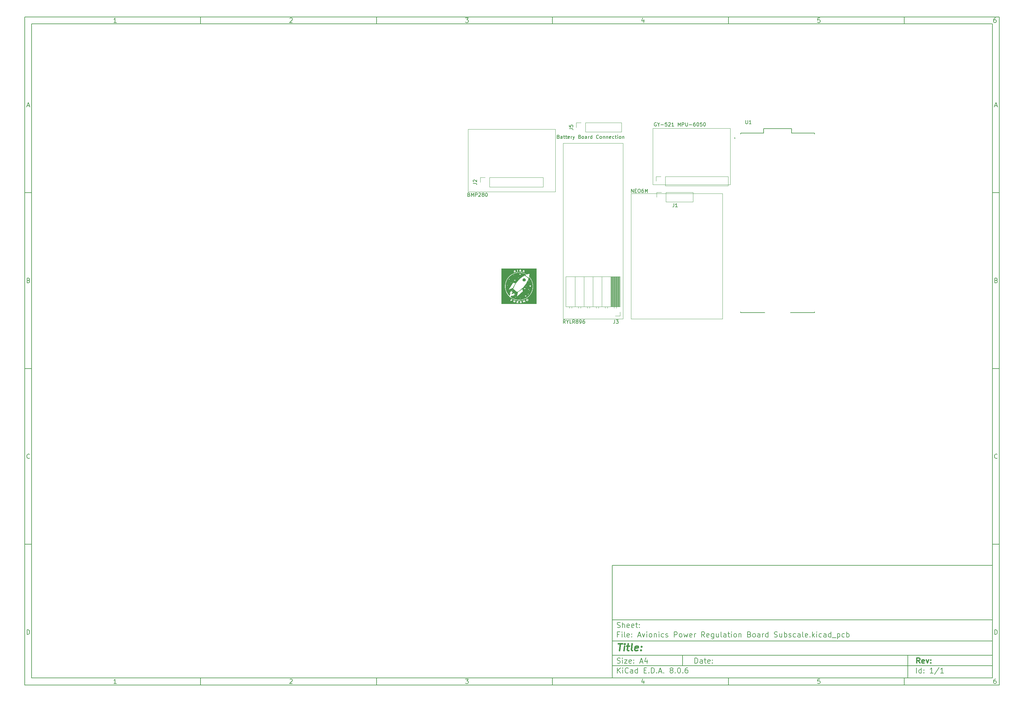
<source format=gbr>
%TF.GenerationSoftware,KiCad,Pcbnew,8.0.6*%
%TF.CreationDate,2024-12-23T21:06:48-08:00*%
%TF.ProjectId,Avionics Power Regulation Board Subscale,4176696f-6e69-4637-9320-506f77657220,rev?*%
%TF.SameCoordinates,Original*%
%TF.FileFunction,Legend,Top*%
%TF.FilePolarity,Positive*%
%FSLAX46Y46*%
G04 Gerber Fmt 4.6, Leading zero omitted, Abs format (unit mm)*
G04 Created by KiCad (PCBNEW 8.0.6) date 2024-12-23 21:06:48*
%MOMM*%
%LPD*%
G01*
G04 APERTURE LIST*
%ADD10C,0.100000*%
%ADD11C,0.150000*%
%ADD12C,0.300000*%
%ADD13C,0.400000*%
%ADD14C,0.127000*%
%ADD15C,0.200000*%
%ADD16C,0.120000*%
%ADD17C,0.000000*%
G04 APERTURE END LIST*
D10*
D11*
X177002200Y-166007200D02*
X285002200Y-166007200D01*
X285002200Y-198007200D01*
X177002200Y-198007200D01*
X177002200Y-166007200D01*
D10*
D11*
X10000000Y-10000000D02*
X287002200Y-10000000D01*
X287002200Y-200007200D01*
X10000000Y-200007200D01*
X10000000Y-10000000D01*
D10*
D11*
X12000000Y-12000000D02*
X285002200Y-12000000D01*
X285002200Y-198007200D01*
X12000000Y-198007200D01*
X12000000Y-12000000D01*
D10*
D11*
X60000000Y-12000000D02*
X60000000Y-10000000D01*
D10*
D11*
X110000000Y-12000000D02*
X110000000Y-10000000D01*
D10*
D11*
X160000000Y-12000000D02*
X160000000Y-10000000D01*
D10*
D11*
X210000000Y-12000000D02*
X210000000Y-10000000D01*
D10*
D11*
X260000000Y-12000000D02*
X260000000Y-10000000D01*
D10*
D11*
X36089160Y-11593604D02*
X35346303Y-11593604D01*
X35717731Y-11593604D02*
X35717731Y-10293604D01*
X35717731Y-10293604D02*
X35593922Y-10479319D01*
X35593922Y-10479319D02*
X35470112Y-10603128D01*
X35470112Y-10603128D02*
X35346303Y-10665033D01*
D10*
D11*
X85346303Y-10417414D02*
X85408207Y-10355509D01*
X85408207Y-10355509D02*
X85532017Y-10293604D01*
X85532017Y-10293604D02*
X85841541Y-10293604D01*
X85841541Y-10293604D02*
X85965350Y-10355509D01*
X85965350Y-10355509D02*
X86027255Y-10417414D01*
X86027255Y-10417414D02*
X86089160Y-10541223D01*
X86089160Y-10541223D02*
X86089160Y-10665033D01*
X86089160Y-10665033D02*
X86027255Y-10850747D01*
X86027255Y-10850747D02*
X85284398Y-11593604D01*
X85284398Y-11593604D02*
X86089160Y-11593604D01*
D10*
D11*
X135284398Y-10293604D02*
X136089160Y-10293604D01*
X136089160Y-10293604D02*
X135655826Y-10788842D01*
X135655826Y-10788842D02*
X135841541Y-10788842D01*
X135841541Y-10788842D02*
X135965350Y-10850747D01*
X135965350Y-10850747D02*
X136027255Y-10912652D01*
X136027255Y-10912652D02*
X136089160Y-11036461D01*
X136089160Y-11036461D02*
X136089160Y-11345985D01*
X136089160Y-11345985D02*
X136027255Y-11469795D01*
X136027255Y-11469795D02*
X135965350Y-11531700D01*
X135965350Y-11531700D02*
X135841541Y-11593604D01*
X135841541Y-11593604D02*
X135470112Y-11593604D01*
X135470112Y-11593604D02*
X135346303Y-11531700D01*
X135346303Y-11531700D02*
X135284398Y-11469795D01*
D10*
D11*
X185965350Y-10726938D02*
X185965350Y-11593604D01*
X185655826Y-10231700D02*
X185346303Y-11160271D01*
X185346303Y-11160271D02*
X186151064Y-11160271D01*
D10*
D11*
X236027255Y-10293604D02*
X235408207Y-10293604D01*
X235408207Y-10293604D02*
X235346303Y-10912652D01*
X235346303Y-10912652D02*
X235408207Y-10850747D01*
X235408207Y-10850747D02*
X235532017Y-10788842D01*
X235532017Y-10788842D02*
X235841541Y-10788842D01*
X235841541Y-10788842D02*
X235965350Y-10850747D01*
X235965350Y-10850747D02*
X236027255Y-10912652D01*
X236027255Y-10912652D02*
X236089160Y-11036461D01*
X236089160Y-11036461D02*
X236089160Y-11345985D01*
X236089160Y-11345985D02*
X236027255Y-11469795D01*
X236027255Y-11469795D02*
X235965350Y-11531700D01*
X235965350Y-11531700D02*
X235841541Y-11593604D01*
X235841541Y-11593604D02*
X235532017Y-11593604D01*
X235532017Y-11593604D02*
X235408207Y-11531700D01*
X235408207Y-11531700D02*
X235346303Y-11469795D01*
D10*
D11*
X285965350Y-10293604D02*
X285717731Y-10293604D01*
X285717731Y-10293604D02*
X285593922Y-10355509D01*
X285593922Y-10355509D02*
X285532017Y-10417414D01*
X285532017Y-10417414D02*
X285408207Y-10603128D01*
X285408207Y-10603128D02*
X285346303Y-10850747D01*
X285346303Y-10850747D02*
X285346303Y-11345985D01*
X285346303Y-11345985D02*
X285408207Y-11469795D01*
X285408207Y-11469795D02*
X285470112Y-11531700D01*
X285470112Y-11531700D02*
X285593922Y-11593604D01*
X285593922Y-11593604D02*
X285841541Y-11593604D01*
X285841541Y-11593604D02*
X285965350Y-11531700D01*
X285965350Y-11531700D02*
X286027255Y-11469795D01*
X286027255Y-11469795D02*
X286089160Y-11345985D01*
X286089160Y-11345985D02*
X286089160Y-11036461D01*
X286089160Y-11036461D02*
X286027255Y-10912652D01*
X286027255Y-10912652D02*
X285965350Y-10850747D01*
X285965350Y-10850747D02*
X285841541Y-10788842D01*
X285841541Y-10788842D02*
X285593922Y-10788842D01*
X285593922Y-10788842D02*
X285470112Y-10850747D01*
X285470112Y-10850747D02*
X285408207Y-10912652D01*
X285408207Y-10912652D02*
X285346303Y-11036461D01*
D10*
D11*
X60000000Y-198007200D02*
X60000000Y-200007200D01*
D10*
D11*
X110000000Y-198007200D02*
X110000000Y-200007200D01*
D10*
D11*
X160000000Y-198007200D02*
X160000000Y-200007200D01*
D10*
D11*
X210000000Y-198007200D02*
X210000000Y-200007200D01*
D10*
D11*
X260000000Y-198007200D02*
X260000000Y-200007200D01*
D10*
D11*
X36089160Y-199600804D02*
X35346303Y-199600804D01*
X35717731Y-199600804D02*
X35717731Y-198300804D01*
X35717731Y-198300804D02*
X35593922Y-198486519D01*
X35593922Y-198486519D02*
X35470112Y-198610328D01*
X35470112Y-198610328D02*
X35346303Y-198672233D01*
D10*
D11*
X85346303Y-198424614D02*
X85408207Y-198362709D01*
X85408207Y-198362709D02*
X85532017Y-198300804D01*
X85532017Y-198300804D02*
X85841541Y-198300804D01*
X85841541Y-198300804D02*
X85965350Y-198362709D01*
X85965350Y-198362709D02*
X86027255Y-198424614D01*
X86027255Y-198424614D02*
X86089160Y-198548423D01*
X86089160Y-198548423D02*
X86089160Y-198672233D01*
X86089160Y-198672233D02*
X86027255Y-198857947D01*
X86027255Y-198857947D02*
X85284398Y-199600804D01*
X85284398Y-199600804D02*
X86089160Y-199600804D01*
D10*
D11*
X135284398Y-198300804D02*
X136089160Y-198300804D01*
X136089160Y-198300804D02*
X135655826Y-198796042D01*
X135655826Y-198796042D02*
X135841541Y-198796042D01*
X135841541Y-198796042D02*
X135965350Y-198857947D01*
X135965350Y-198857947D02*
X136027255Y-198919852D01*
X136027255Y-198919852D02*
X136089160Y-199043661D01*
X136089160Y-199043661D02*
X136089160Y-199353185D01*
X136089160Y-199353185D02*
X136027255Y-199476995D01*
X136027255Y-199476995D02*
X135965350Y-199538900D01*
X135965350Y-199538900D02*
X135841541Y-199600804D01*
X135841541Y-199600804D02*
X135470112Y-199600804D01*
X135470112Y-199600804D02*
X135346303Y-199538900D01*
X135346303Y-199538900D02*
X135284398Y-199476995D01*
D10*
D11*
X185965350Y-198734138D02*
X185965350Y-199600804D01*
X185655826Y-198238900D02*
X185346303Y-199167471D01*
X185346303Y-199167471D02*
X186151064Y-199167471D01*
D10*
D11*
X236027255Y-198300804D02*
X235408207Y-198300804D01*
X235408207Y-198300804D02*
X235346303Y-198919852D01*
X235346303Y-198919852D02*
X235408207Y-198857947D01*
X235408207Y-198857947D02*
X235532017Y-198796042D01*
X235532017Y-198796042D02*
X235841541Y-198796042D01*
X235841541Y-198796042D02*
X235965350Y-198857947D01*
X235965350Y-198857947D02*
X236027255Y-198919852D01*
X236027255Y-198919852D02*
X236089160Y-199043661D01*
X236089160Y-199043661D02*
X236089160Y-199353185D01*
X236089160Y-199353185D02*
X236027255Y-199476995D01*
X236027255Y-199476995D02*
X235965350Y-199538900D01*
X235965350Y-199538900D02*
X235841541Y-199600804D01*
X235841541Y-199600804D02*
X235532017Y-199600804D01*
X235532017Y-199600804D02*
X235408207Y-199538900D01*
X235408207Y-199538900D02*
X235346303Y-199476995D01*
D10*
D11*
X285965350Y-198300804D02*
X285717731Y-198300804D01*
X285717731Y-198300804D02*
X285593922Y-198362709D01*
X285593922Y-198362709D02*
X285532017Y-198424614D01*
X285532017Y-198424614D02*
X285408207Y-198610328D01*
X285408207Y-198610328D02*
X285346303Y-198857947D01*
X285346303Y-198857947D02*
X285346303Y-199353185D01*
X285346303Y-199353185D02*
X285408207Y-199476995D01*
X285408207Y-199476995D02*
X285470112Y-199538900D01*
X285470112Y-199538900D02*
X285593922Y-199600804D01*
X285593922Y-199600804D02*
X285841541Y-199600804D01*
X285841541Y-199600804D02*
X285965350Y-199538900D01*
X285965350Y-199538900D02*
X286027255Y-199476995D01*
X286027255Y-199476995D02*
X286089160Y-199353185D01*
X286089160Y-199353185D02*
X286089160Y-199043661D01*
X286089160Y-199043661D02*
X286027255Y-198919852D01*
X286027255Y-198919852D02*
X285965350Y-198857947D01*
X285965350Y-198857947D02*
X285841541Y-198796042D01*
X285841541Y-198796042D02*
X285593922Y-198796042D01*
X285593922Y-198796042D02*
X285470112Y-198857947D01*
X285470112Y-198857947D02*
X285408207Y-198919852D01*
X285408207Y-198919852D02*
X285346303Y-199043661D01*
D10*
D11*
X10000000Y-60000000D02*
X12000000Y-60000000D01*
D10*
D11*
X10000000Y-110000000D02*
X12000000Y-110000000D01*
D10*
D11*
X10000000Y-160000000D02*
X12000000Y-160000000D01*
D10*
D11*
X10690476Y-35222176D02*
X11309523Y-35222176D01*
X10566666Y-35593604D02*
X10999999Y-34293604D01*
X10999999Y-34293604D02*
X11433333Y-35593604D01*
D10*
D11*
X11092857Y-84912652D02*
X11278571Y-84974557D01*
X11278571Y-84974557D02*
X11340476Y-85036461D01*
X11340476Y-85036461D02*
X11402380Y-85160271D01*
X11402380Y-85160271D02*
X11402380Y-85345985D01*
X11402380Y-85345985D02*
X11340476Y-85469795D01*
X11340476Y-85469795D02*
X11278571Y-85531700D01*
X11278571Y-85531700D02*
X11154761Y-85593604D01*
X11154761Y-85593604D02*
X10659523Y-85593604D01*
X10659523Y-85593604D02*
X10659523Y-84293604D01*
X10659523Y-84293604D02*
X11092857Y-84293604D01*
X11092857Y-84293604D02*
X11216666Y-84355509D01*
X11216666Y-84355509D02*
X11278571Y-84417414D01*
X11278571Y-84417414D02*
X11340476Y-84541223D01*
X11340476Y-84541223D02*
X11340476Y-84665033D01*
X11340476Y-84665033D02*
X11278571Y-84788842D01*
X11278571Y-84788842D02*
X11216666Y-84850747D01*
X11216666Y-84850747D02*
X11092857Y-84912652D01*
X11092857Y-84912652D02*
X10659523Y-84912652D01*
D10*
D11*
X11402380Y-135469795D02*
X11340476Y-135531700D01*
X11340476Y-135531700D02*
X11154761Y-135593604D01*
X11154761Y-135593604D02*
X11030952Y-135593604D01*
X11030952Y-135593604D02*
X10845238Y-135531700D01*
X10845238Y-135531700D02*
X10721428Y-135407890D01*
X10721428Y-135407890D02*
X10659523Y-135284080D01*
X10659523Y-135284080D02*
X10597619Y-135036461D01*
X10597619Y-135036461D02*
X10597619Y-134850747D01*
X10597619Y-134850747D02*
X10659523Y-134603128D01*
X10659523Y-134603128D02*
X10721428Y-134479319D01*
X10721428Y-134479319D02*
X10845238Y-134355509D01*
X10845238Y-134355509D02*
X11030952Y-134293604D01*
X11030952Y-134293604D02*
X11154761Y-134293604D01*
X11154761Y-134293604D02*
X11340476Y-134355509D01*
X11340476Y-134355509D02*
X11402380Y-134417414D01*
D10*
D11*
X10659523Y-185593604D02*
X10659523Y-184293604D01*
X10659523Y-184293604D02*
X10969047Y-184293604D01*
X10969047Y-184293604D02*
X11154761Y-184355509D01*
X11154761Y-184355509D02*
X11278571Y-184479319D01*
X11278571Y-184479319D02*
X11340476Y-184603128D01*
X11340476Y-184603128D02*
X11402380Y-184850747D01*
X11402380Y-184850747D02*
X11402380Y-185036461D01*
X11402380Y-185036461D02*
X11340476Y-185284080D01*
X11340476Y-185284080D02*
X11278571Y-185407890D01*
X11278571Y-185407890D02*
X11154761Y-185531700D01*
X11154761Y-185531700D02*
X10969047Y-185593604D01*
X10969047Y-185593604D02*
X10659523Y-185593604D01*
D10*
D11*
X287002200Y-60000000D02*
X285002200Y-60000000D01*
D10*
D11*
X287002200Y-110000000D02*
X285002200Y-110000000D01*
D10*
D11*
X287002200Y-160000000D02*
X285002200Y-160000000D01*
D10*
D11*
X285692676Y-35222176D02*
X286311723Y-35222176D01*
X285568866Y-35593604D02*
X286002199Y-34293604D01*
X286002199Y-34293604D02*
X286435533Y-35593604D01*
D10*
D11*
X286095057Y-84912652D02*
X286280771Y-84974557D01*
X286280771Y-84974557D02*
X286342676Y-85036461D01*
X286342676Y-85036461D02*
X286404580Y-85160271D01*
X286404580Y-85160271D02*
X286404580Y-85345985D01*
X286404580Y-85345985D02*
X286342676Y-85469795D01*
X286342676Y-85469795D02*
X286280771Y-85531700D01*
X286280771Y-85531700D02*
X286156961Y-85593604D01*
X286156961Y-85593604D02*
X285661723Y-85593604D01*
X285661723Y-85593604D02*
X285661723Y-84293604D01*
X285661723Y-84293604D02*
X286095057Y-84293604D01*
X286095057Y-84293604D02*
X286218866Y-84355509D01*
X286218866Y-84355509D02*
X286280771Y-84417414D01*
X286280771Y-84417414D02*
X286342676Y-84541223D01*
X286342676Y-84541223D02*
X286342676Y-84665033D01*
X286342676Y-84665033D02*
X286280771Y-84788842D01*
X286280771Y-84788842D02*
X286218866Y-84850747D01*
X286218866Y-84850747D02*
X286095057Y-84912652D01*
X286095057Y-84912652D02*
X285661723Y-84912652D01*
D10*
D11*
X286404580Y-135469795D02*
X286342676Y-135531700D01*
X286342676Y-135531700D02*
X286156961Y-135593604D01*
X286156961Y-135593604D02*
X286033152Y-135593604D01*
X286033152Y-135593604D02*
X285847438Y-135531700D01*
X285847438Y-135531700D02*
X285723628Y-135407890D01*
X285723628Y-135407890D02*
X285661723Y-135284080D01*
X285661723Y-135284080D02*
X285599819Y-135036461D01*
X285599819Y-135036461D02*
X285599819Y-134850747D01*
X285599819Y-134850747D02*
X285661723Y-134603128D01*
X285661723Y-134603128D02*
X285723628Y-134479319D01*
X285723628Y-134479319D02*
X285847438Y-134355509D01*
X285847438Y-134355509D02*
X286033152Y-134293604D01*
X286033152Y-134293604D02*
X286156961Y-134293604D01*
X286156961Y-134293604D02*
X286342676Y-134355509D01*
X286342676Y-134355509D02*
X286404580Y-134417414D01*
D10*
D11*
X285661723Y-185593604D02*
X285661723Y-184293604D01*
X285661723Y-184293604D02*
X285971247Y-184293604D01*
X285971247Y-184293604D02*
X286156961Y-184355509D01*
X286156961Y-184355509D02*
X286280771Y-184479319D01*
X286280771Y-184479319D02*
X286342676Y-184603128D01*
X286342676Y-184603128D02*
X286404580Y-184850747D01*
X286404580Y-184850747D02*
X286404580Y-185036461D01*
X286404580Y-185036461D02*
X286342676Y-185284080D01*
X286342676Y-185284080D02*
X286280771Y-185407890D01*
X286280771Y-185407890D02*
X286156961Y-185531700D01*
X286156961Y-185531700D02*
X285971247Y-185593604D01*
X285971247Y-185593604D02*
X285661723Y-185593604D01*
D10*
D11*
X200458026Y-193793328D02*
X200458026Y-192293328D01*
X200458026Y-192293328D02*
X200815169Y-192293328D01*
X200815169Y-192293328D02*
X201029455Y-192364757D01*
X201029455Y-192364757D02*
X201172312Y-192507614D01*
X201172312Y-192507614D02*
X201243741Y-192650471D01*
X201243741Y-192650471D02*
X201315169Y-192936185D01*
X201315169Y-192936185D02*
X201315169Y-193150471D01*
X201315169Y-193150471D02*
X201243741Y-193436185D01*
X201243741Y-193436185D02*
X201172312Y-193579042D01*
X201172312Y-193579042D02*
X201029455Y-193721900D01*
X201029455Y-193721900D02*
X200815169Y-193793328D01*
X200815169Y-193793328D02*
X200458026Y-193793328D01*
X202600884Y-193793328D02*
X202600884Y-193007614D01*
X202600884Y-193007614D02*
X202529455Y-192864757D01*
X202529455Y-192864757D02*
X202386598Y-192793328D01*
X202386598Y-192793328D02*
X202100884Y-192793328D01*
X202100884Y-192793328D02*
X201958026Y-192864757D01*
X202600884Y-193721900D02*
X202458026Y-193793328D01*
X202458026Y-193793328D02*
X202100884Y-193793328D01*
X202100884Y-193793328D02*
X201958026Y-193721900D01*
X201958026Y-193721900D02*
X201886598Y-193579042D01*
X201886598Y-193579042D02*
X201886598Y-193436185D01*
X201886598Y-193436185D02*
X201958026Y-193293328D01*
X201958026Y-193293328D02*
X202100884Y-193221900D01*
X202100884Y-193221900D02*
X202458026Y-193221900D01*
X202458026Y-193221900D02*
X202600884Y-193150471D01*
X203100884Y-192793328D02*
X203672312Y-192793328D01*
X203315169Y-192293328D02*
X203315169Y-193579042D01*
X203315169Y-193579042D02*
X203386598Y-193721900D01*
X203386598Y-193721900D02*
X203529455Y-193793328D01*
X203529455Y-193793328D02*
X203672312Y-193793328D01*
X204743741Y-193721900D02*
X204600884Y-193793328D01*
X204600884Y-193793328D02*
X204315170Y-193793328D01*
X204315170Y-193793328D02*
X204172312Y-193721900D01*
X204172312Y-193721900D02*
X204100884Y-193579042D01*
X204100884Y-193579042D02*
X204100884Y-193007614D01*
X204100884Y-193007614D02*
X204172312Y-192864757D01*
X204172312Y-192864757D02*
X204315170Y-192793328D01*
X204315170Y-192793328D02*
X204600884Y-192793328D01*
X204600884Y-192793328D02*
X204743741Y-192864757D01*
X204743741Y-192864757D02*
X204815170Y-193007614D01*
X204815170Y-193007614D02*
X204815170Y-193150471D01*
X204815170Y-193150471D02*
X204100884Y-193293328D01*
X205458026Y-193650471D02*
X205529455Y-193721900D01*
X205529455Y-193721900D02*
X205458026Y-193793328D01*
X205458026Y-193793328D02*
X205386598Y-193721900D01*
X205386598Y-193721900D02*
X205458026Y-193650471D01*
X205458026Y-193650471D02*
X205458026Y-193793328D01*
X205458026Y-192864757D02*
X205529455Y-192936185D01*
X205529455Y-192936185D02*
X205458026Y-193007614D01*
X205458026Y-193007614D02*
X205386598Y-192936185D01*
X205386598Y-192936185D02*
X205458026Y-192864757D01*
X205458026Y-192864757D02*
X205458026Y-193007614D01*
D10*
D11*
X177002200Y-194507200D02*
X285002200Y-194507200D01*
D10*
D11*
X178458026Y-196593328D02*
X178458026Y-195093328D01*
X179315169Y-196593328D02*
X178672312Y-195736185D01*
X179315169Y-195093328D02*
X178458026Y-195950471D01*
X179958026Y-196593328D02*
X179958026Y-195593328D01*
X179958026Y-195093328D02*
X179886598Y-195164757D01*
X179886598Y-195164757D02*
X179958026Y-195236185D01*
X179958026Y-195236185D02*
X180029455Y-195164757D01*
X180029455Y-195164757D02*
X179958026Y-195093328D01*
X179958026Y-195093328D02*
X179958026Y-195236185D01*
X181529455Y-196450471D02*
X181458027Y-196521900D01*
X181458027Y-196521900D02*
X181243741Y-196593328D01*
X181243741Y-196593328D02*
X181100884Y-196593328D01*
X181100884Y-196593328D02*
X180886598Y-196521900D01*
X180886598Y-196521900D02*
X180743741Y-196379042D01*
X180743741Y-196379042D02*
X180672312Y-196236185D01*
X180672312Y-196236185D02*
X180600884Y-195950471D01*
X180600884Y-195950471D02*
X180600884Y-195736185D01*
X180600884Y-195736185D02*
X180672312Y-195450471D01*
X180672312Y-195450471D02*
X180743741Y-195307614D01*
X180743741Y-195307614D02*
X180886598Y-195164757D01*
X180886598Y-195164757D02*
X181100884Y-195093328D01*
X181100884Y-195093328D02*
X181243741Y-195093328D01*
X181243741Y-195093328D02*
X181458027Y-195164757D01*
X181458027Y-195164757D02*
X181529455Y-195236185D01*
X182815170Y-196593328D02*
X182815170Y-195807614D01*
X182815170Y-195807614D02*
X182743741Y-195664757D01*
X182743741Y-195664757D02*
X182600884Y-195593328D01*
X182600884Y-195593328D02*
X182315170Y-195593328D01*
X182315170Y-195593328D02*
X182172312Y-195664757D01*
X182815170Y-196521900D02*
X182672312Y-196593328D01*
X182672312Y-196593328D02*
X182315170Y-196593328D01*
X182315170Y-196593328D02*
X182172312Y-196521900D01*
X182172312Y-196521900D02*
X182100884Y-196379042D01*
X182100884Y-196379042D02*
X182100884Y-196236185D01*
X182100884Y-196236185D02*
X182172312Y-196093328D01*
X182172312Y-196093328D02*
X182315170Y-196021900D01*
X182315170Y-196021900D02*
X182672312Y-196021900D01*
X182672312Y-196021900D02*
X182815170Y-195950471D01*
X184172313Y-196593328D02*
X184172313Y-195093328D01*
X184172313Y-196521900D02*
X184029455Y-196593328D01*
X184029455Y-196593328D02*
X183743741Y-196593328D01*
X183743741Y-196593328D02*
X183600884Y-196521900D01*
X183600884Y-196521900D02*
X183529455Y-196450471D01*
X183529455Y-196450471D02*
X183458027Y-196307614D01*
X183458027Y-196307614D02*
X183458027Y-195879042D01*
X183458027Y-195879042D02*
X183529455Y-195736185D01*
X183529455Y-195736185D02*
X183600884Y-195664757D01*
X183600884Y-195664757D02*
X183743741Y-195593328D01*
X183743741Y-195593328D02*
X184029455Y-195593328D01*
X184029455Y-195593328D02*
X184172313Y-195664757D01*
X186029455Y-195807614D02*
X186529455Y-195807614D01*
X186743741Y-196593328D02*
X186029455Y-196593328D01*
X186029455Y-196593328D02*
X186029455Y-195093328D01*
X186029455Y-195093328D02*
X186743741Y-195093328D01*
X187386598Y-196450471D02*
X187458027Y-196521900D01*
X187458027Y-196521900D02*
X187386598Y-196593328D01*
X187386598Y-196593328D02*
X187315170Y-196521900D01*
X187315170Y-196521900D02*
X187386598Y-196450471D01*
X187386598Y-196450471D02*
X187386598Y-196593328D01*
X188100884Y-196593328D02*
X188100884Y-195093328D01*
X188100884Y-195093328D02*
X188458027Y-195093328D01*
X188458027Y-195093328D02*
X188672313Y-195164757D01*
X188672313Y-195164757D02*
X188815170Y-195307614D01*
X188815170Y-195307614D02*
X188886599Y-195450471D01*
X188886599Y-195450471D02*
X188958027Y-195736185D01*
X188958027Y-195736185D02*
X188958027Y-195950471D01*
X188958027Y-195950471D02*
X188886599Y-196236185D01*
X188886599Y-196236185D02*
X188815170Y-196379042D01*
X188815170Y-196379042D02*
X188672313Y-196521900D01*
X188672313Y-196521900D02*
X188458027Y-196593328D01*
X188458027Y-196593328D02*
X188100884Y-196593328D01*
X189600884Y-196450471D02*
X189672313Y-196521900D01*
X189672313Y-196521900D02*
X189600884Y-196593328D01*
X189600884Y-196593328D02*
X189529456Y-196521900D01*
X189529456Y-196521900D02*
X189600884Y-196450471D01*
X189600884Y-196450471D02*
X189600884Y-196593328D01*
X190243742Y-196164757D02*
X190958028Y-196164757D01*
X190100885Y-196593328D02*
X190600885Y-195093328D01*
X190600885Y-195093328D02*
X191100885Y-196593328D01*
X191600884Y-196450471D02*
X191672313Y-196521900D01*
X191672313Y-196521900D02*
X191600884Y-196593328D01*
X191600884Y-196593328D02*
X191529456Y-196521900D01*
X191529456Y-196521900D02*
X191600884Y-196450471D01*
X191600884Y-196450471D02*
X191600884Y-196593328D01*
X193672313Y-195736185D02*
X193529456Y-195664757D01*
X193529456Y-195664757D02*
X193458027Y-195593328D01*
X193458027Y-195593328D02*
X193386599Y-195450471D01*
X193386599Y-195450471D02*
X193386599Y-195379042D01*
X193386599Y-195379042D02*
X193458027Y-195236185D01*
X193458027Y-195236185D02*
X193529456Y-195164757D01*
X193529456Y-195164757D02*
X193672313Y-195093328D01*
X193672313Y-195093328D02*
X193958027Y-195093328D01*
X193958027Y-195093328D02*
X194100885Y-195164757D01*
X194100885Y-195164757D02*
X194172313Y-195236185D01*
X194172313Y-195236185D02*
X194243742Y-195379042D01*
X194243742Y-195379042D02*
X194243742Y-195450471D01*
X194243742Y-195450471D02*
X194172313Y-195593328D01*
X194172313Y-195593328D02*
X194100885Y-195664757D01*
X194100885Y-195664757D02*
X193958027Y-195736185D01*
X193958027Y-195736185D02*
X193672313Y-195736185D01*
X193672313Y-195736185D02*
X193529456Y-195807614D01*
X193529456Y-195807614D02*
X193458027Y-195879042D01*
X193458027Y-195879042D02*
X193386599Y-196021900D01*
X193386599Y-196021900D02*
X193386599Y-196307614D01*
X193386599Y-196307614D02*
X193458027Y-196450471D01*
X193458027Y-196450471D02*
X193529456Y-196521900D01*
X193529456Y-196521900D02*
X193672313Y-196593328D01*
X193672313Y-196593328D02*
X193958027Y-196593328D01*
X193958027Y-196593328D02*
X194100885Y-196521900D01*
X194100885Y-196521900D02*
X194172313Y-196450471D01*
X194172313Y-196450471D02*
X194243742Y-196307614D01*
X194243742Y-196307614D02*
X194243742Y-196021900D01*
X194243742Y-196021900D02*
X194172313Y-195879042D01*
X194172313Y-195879042D02*
X194100885Y-195807614D01*
X194100885Y-195807614D02*
X193958027Y-195736185D01*
X194886598Y-196450471D02*
X194958027Y-196521900D01*
X194958027Y-196521900D02*
X194886598Y-196593328D01*
X194886598Y-196593328D02*
X194815170Y-196521900D01*
X194815170Y-196521900D02*
X194886598Y-196450471D01*
X194886598Y-196450471D02*
X194886598Y-196593328D01*
X195886599Y-195093328D02*
X196029456Y-195093328D01*
X196029456Y-195093328D02*
X196172313Y-195164757D01*
X196172313Y-195164757D02*
X196243742Y-195236185D01*
X196243742Y-195236185D02*
X196315170Y-195379042D01*
X196315170Y-195379042D02*
X196386599Y-195664757D01*
X196386599Y-195664757D02*
X196386599Y-196021900D01*
X196386599Y-196021900D02*
X196315170Y-196307614D01*
X196315170Y-196307614D02*
X196243742Y-196450471D01*
X196243742Y-196450471D02*
X196172313Y-196521900D01*
X196172313Y-196521900D02*
X196029456Y-196593328D01*
X196029456Y-196593328D02*
X195886599Y-196593328D01*
X195886599Y-196593328D02*
X195743742Y-196521900D01*
X195743742Y-196521900D02*
X195672313Y-196450471D01*
X195672313Y-196450471D02*
X195600884Y-196307614D01*
X195600884Y-196307614D02*
X195529456Y-196021900D01*
X195529456Y-196021900D02*
X195529456Y-195664757D01*
X195529456Y-195664757D02*
X195600884Y-195379042D01*
X195600884Y-195379042D02*
X195672313Y-195236185D01*
X195672313Y-195236185D02*
X195743742Y-195164757D01*
X195743742Y-195164757D02*
X195886599Y-195093328D01*
X197029455Y-196450471D02*
X197100884Y-196521900D01*
X197100884Y-196521900D02*
X197029455Y-196593328D01*
X197029455Y-196593328D02*
X196958027Y-196521900D01*
X196958027Y-196521900D02*
X197029455Y-196450471D01*
X197029455Y-196450471D02*
X197029455Y-196593328D01*
X198386599Y-195093328D02*
X198100884Y-195093328D01*
X198100884Y-195093328D02*
X197958027Y-195164757D01*
X197958027Y-195164757D02*
X197886599Y-195236185D01*
X197886599Y-195236185D02*
X197743741Y-195450471D01*
X197743741Y-195450471D02*
X197672313Y-195736185D01*
X197672313Y-195736185D02*
X197672313Y-196307614D01*
X197672313Y-196307614D02*
X197743741Y-196450471D01*
X197743741Y-196450471D02*
X197815170Y-196521900D01*
X197815170Y-196521900D02*
X197958027Y-196593328D01*
X197958027Y-196593328D02*
X198243741Y-196593328D01*
X198243741Y-196593328D02*
X198386599Y-196521900D01*
X198386599Y-196521900D02*
X198458027Y-196450471D01*
X198458027Y-196450471D02*
X198529456Y-196307614D01*
X198529456Y-196307614D02*
X198529456Y-195950471D01*
X198529456Y-195950471D02*
X198458027Y-195807614D01*
X198458027Y-195807614D02*
X198386599Y-195736185D01*
X198386599Y-195736185D02*
X198243741Y-195664757D01*
X198243741Y-195664757D02*
X197958027Y-195664757D01*
X197958027Y-195664757D02*
X197815170Y-195736185D01*
X197815170Y-195736185D02*
X197743741Y-195807614D01*
X197743741Y-195807614D02*
X197672313Y-195950471D01*
D10*
D11*
X177002200Y-191507200D02*
X285002200Y-191507200D01*
D10*
D12*
X264413853Y-193785528D02*
X263913853Y-193071242D01*
X263556710Y-193785528D02*
X263556710Y-192285528D01*
X263556710Y-192285528D02*
X264128139Y-192285528D01*
X264128139Y-192285528D02*
X264270996Y-192356957D01*
X264270996Y-192356957D02*
X264342425Y-192428385D01*
X264342425Y-192428385D02*
X264413853Y-192571242D01*
X264413853Y-192571242D02*
X264413853Y-192785528D01*
X264413853Y-192785528D02*
X264342425Y-192928385D01*
X264342425Y-192928385D02*
X264270996Y-192999814D01*
X264270996Y-192999814D02*
X264128139Y-193071242D01*
X264128139Y-193071242D02*
X263556710Y-193071242D01*
X265628139Y-193714100D02*
X265485282Y-193785528D01*
X265485282Y-193785528D02*
X265199568Y-193785528D01*
X265199568Y-193785528D02*
X265056710Y-193714100D01*
X265056710Y-193714100D02*
X264985282Y-193571242D01*
X264985282Y-193571242D02*
X264985282Y-192999814D01*
X264985282Y-192999814D02*
X265056710Y-192856957D01*
X265056710Y-192856957D02*
X265199568Y-192785528D01*
X265199568Y-192785528D02*
X265485282Y-192785528D01*
X265485282Y-192785528D02*
X265628139Y-192856957D01*
X265628139Y-192856957D02*
X265699568Y-192999814D01*
X265699568Y-192999814D02*
X265699568Y-193142671D01*
X265699568Y-193142671D02*
X264985282Y-193285528D01*
X266199567Y-192785528D02*
X266556710Y-193785528D01*
X266556710Y-193785528D02*
X266913853Y-192785528D01*
X267485281Y-193642671D02*
X267556710Y-193714100D01*
X267556710Y-193714100D02*
X267485281Y-193785528D01*
X267485281Y-193785528D02*
X267413853Y-193714100D01*
X267413853Y-193714100D02*
X267485281Y-193642671D01*
X267485281Y-193642671D02*
X267485281Y-193785528D01*
X267485281Y-192856957D02*
X267556710Y-192928385D01*
X267556710Y-192928385D02*
X267485281Y-192999814D01*
X267485281Y-192999814D02*
X267413853Y-192928385D01*
X267413853Y-192928385D02*
X267485281Y-192856957D01*
X267485281Y-192856957D02*
X267485281Y-192999814D01*
D10*
D11*
X178386598Y-193721900D02*
X178600884Y-193793328D01*
X178600884Y-193793328D02*
X178958026Y-193793328D01*
X178958026Y-193793328D02*
X179100884Y-193721900D01*
X179100884Y-193721900D02*
X179172312Y-193650471D01*
X179172312Y-193650471D02*
X179243741Y-193507614D01*
X179243741Y-193507614D02*
X179243741Y-193364757D01*
X179243741Y-193364757D02*
X179172312Y-193221900D01*
X179172312Y-193221900D02*
X179100884Y-193150471D01*
X179100884Y-193150471D02*
X178958026Y-193079042D01*
X178958026Y-193079042D02*
X178672312Y-193007614D01*
X178672312Y-193007614D02*
X178529455Y-192936185D01*
X178529455Y-192936185D02*
X178458026Y-192864757D01*
X178458026Y-192864757D02*
X178386598Y-192721900D01*
X178386598Y-192721900D02*
X178386598Y-192579042D01*
X178386598Y-192579042D02*
X178458026Y-192436185D01*
X178458026Y-192436185D02*
X178529455Y-192364757D01*
X178529455Y-192364757D02*
X178672312Y-192293328D01*
X178672312Y-192293328D02*
X179029455Y-192293328D01*
X179029455Y-192293328D02*
X179243741Y-192364757D01*
X179886597Y-193793328D02*
X179886597Y-192793328D01*
X179886597Y-192293328D02*
X179815169Y-192364757D01*
X179815169Y-192364757D02*
X179886597Y-192436185D01*
X179886597Y-192436185D02*
X179958026Y-192364757D01*
X179958026Y-192364757D02*
X179886597Y-192293328D01*
X179886597Y-192293328D02*
X179886597Y-192436185D01*
X180458026Y-192793328D02*
X181243741Y-192793328D01*
X181243741Y-192793328D02*
X180458026Y-193793328D01*
X180458026Y-193793328D02*
X181243741Y-193793328D01*
X182386598Y-193721900D02*
X182243741Y-193793328D01*
X182243741Y-193793328D02*
X181958027Y-193793328D01*
X181958027Y-193793328D02*
X181815169Y-193721900D01*
X181815169Y-193721900D02*
X181743741Y-193579042D01*
X181743741Y-193579042D02*
X181743741Y-193007614D01*
X181743741Y-193007614D02*
X181815169Y-192864757D01*
X181815169Y-192864757D02*
X181958027Y-192793328D01*
X181958027Y-192793328D02*
X182243741Y-192793328D01*
X182243741Y-192793328D02*
X182386598Y-192864757D01*
X182386598Y-192864757D02*
X182458027Y-193007614D01*
X182458027Y-193007614D02*
X182458027Y-193150471D01*
X182458027Y-193150471D02*
X181743741Y-193293328D01*
X183100883Y-193650471D02*
X183172312Y-193721900D01*
X183172312Y-193721900D02*
X183100883Y-193793328D01*
X183100883Y-193793328D02*
X183029455Y-193721900D01*
X183029455Y-193721900D02*
X183100883Y-193650471D01*
X183100883Y-193650471D02*
X183100883Y-193793328D01*
X183100883Y-192864757D02*
X183172312Y-192936185D01*
X183172312Y-192936185D02*
X183100883Y-193007614D01*
X183100883Y-193007614D02*
X183029455Y-192936185D01*
X183029455Y-192936185D02*
X183100883Y-192864757D01*
X183100883Y-192864757D02*
X183100883Y-193007614D01*
X184886598Y-193364757D02*
X185600884Y-193364757D01*
X184743741Y-193793328D02*
X185243741Y-192293328D01*
X185243741Y-192293328D02*
X185743741Y-193793328D01*
X186886598Y-192793328D02*
X186886598Y-193793328D01*
X186529455Y-192221900D02*
X186172312Y-193293328D01*
X186172312Y-193293328D02*
X187100883Y-193293328D01*
D10*
D11*
X263458026Y-196593328D02*
X263458026Y-195093328D01*
X264815170Y-196593328D02*
X264815170Y-195093328D01*
X264815170Y-196521900D02*
X264672312Y-196593328D01*
X264672312Y-196593328D02*
X264386598Y-196593328D01*
X264386598Y-196593328D02*
X264243741Y-196521900D01*
X264243741Y-196521900D02*
X264172312Y-196450471D01*
X264172312Y-196450471D02*
X264100884Y-196307614D01*
X264100884Y-196307614D02*
X264100884Y-195879042D01*
X264100884Y-195879042D02*
X264172312Y-195736185D01*
X264172312Y-195736185D02*
X264243741Y-195664757D01*
X264243741Y-195664757D02*
X264386598Y-195593328D01*
X264386598Y-195593328D02*
X264672312Y-195593328D01*
X264672312Y-195593328D02*
X264815170Y-195664757D01*
X265529455Y-196450471D02*
X265600884Y-196521900D01*
X265600884Y-196521900D02*
X265529455Y-196593328D01*
X265529455Y-196593328D02*
X265458027Y-196521900D01*
X265458027Y-196521900D02*
X265529455Y-196450471D01*
X265529455Y-196450471D02*
X265529455Y-196593328D01*
X265529455Y-195664757D02*
X265600884Y-195736185D01*
X265600884Y-195736185D02*
X265529455Y-195807614D01*
X265529455Y-195807614D02*
X265458027Y-195736185D01*
X265458027Y-195736185D02*
X265529455Y-195664757D01*
X265529455Y-195664757D02*
X265529455Y-195807614D01*
X268172313Y-196593328D02*
X267315170Y-196593328D01*
X267743741Y-196593328D02*
X267743741Y-195093328D01*
X267743741Y-195093328D02*
X267600884Y-195307614D01*
X267600884Y-195307614D02*
X267458027Y-195450471D01*
X267458027Y-195450471D02*
X267315170Y-195521900D01*
X269886598Y-195021900D02*
X268600884Y-196950471D01*
X271172313Y-196593328D02*
X270315170Y-196593328D01*
X270743741Y-196593328D02*
X270743741Y-195093328D01*
X270743741Y-195093328D02*
X270600884Y-195307614D01*
X270600884Y-195307614D02*
X270458027Y-195450471D01*
X270458027Y-195450471D02*
X270315170Y-195521900D01*
D10*
D11*
X177002200Y-187507200D02*
X285002200Y-187507200D01*
D10*
D13*
X178693928Y-188211638D02*
X179836785Y-188211638D01*
X179015357Y-190211638D02*
X179265357Y-188211638D01*
X180253452Y-190211638D02*
X180420119Y-188878304D01*
X180503452Y-188211638D02*
X180396309Y-188306876D01*
X180396309Y-188306876D02*
X180479643Y-188402114D01*
X180479643Y-188402114D02*
X180586786Y-188306876D01*
X180586786Y-188306876D02*
X180503452Y-188211638D01*
X180503452Y-188211638D02*
X180479643Y-188402114D01*
X181086786Y-188878304D02*
X181848690Y-188878304D01*
X181455833Y-188211638D02*
X181241548Y-189925923D01*
X181241548Y-189925923D02*
X181312976Y-190116400D01*
X181312976Y-190116400D02*
X181491548Y-190211638D01*
X181491548Y-190211638D02*
X181682024Y-190211638D01*
X182634405Y-190211638D02*
X182455833Y-190116400D01*
X182455833Y-190116400D02*
X182384405Y-189925923D01*
X182384405Y-189925923D02*
X182598690Y-188211638D01*
X184170119Y-190116400D02*
X183967738Y-190211638D01*
X183967738Y-190211638D02*
X183586785Y-190211638D01*
X183586785Y-190211638D02*
X183408214Y-190116400D01*
X183408214Y-190116400D02*
X183336785Y-189925923D01*
X183336785Y-189925923D02*
X183432024Y-189164019D01*
X183432024Y-189164019D02*
X183551071Y-188973542D01*
X183551071Y-188973542D02*
X183753452Y-188878304D01*
X183753452Y-188878304D02*
X184134404Y-188878304D01*
X184134404Y-188878304D02*
X184312976Y-188973542D01*
X184312976Y-188973542D02*
X184384404Y-189164019D01*
X184384404Y-189164019D02*
X184360595Y-189354495D01*
X184360595Y-189354495D02*
X183384404Y-189544971D01*
X185134405Y-190021161D02*
X185217738Y-190116400D01*
X185217738Y-190116400D02*
X185110595Y-190211638D01*
X185110595Y-190211638D02*
X185027262Y-190116400D01*
X185027262Y-190116400D02*
X185134405Y-190021161D01*
X185134405Y-190021161D02*
X185110595Y-190211638D01*
X185265357Y-188973542D02*
X185348690Y-189068780D01*
X185348690Y-189068780D02*
X185241548Y-189164019D01*
X185241548Y-189164019D02*
X185158214Y-189068780D01*
X185158214Y-189068780D02*
X185265357Y-188973542D01*
X185265357Y-188973542D02*
X185241548Y-189164019D01*
D10*
D11*
X178958026Y-185607614D02*
X178458026Y-185607614D01*
X178458026Y-186393328D02*
X178458026Y-184893328D01*
X178458026Y-184893328D02*
X179172312Y-184893328D01*
X179743740Y-186393328D02*
X179743740Y-185393328D01*
X179743740Y-184893328D02*
X179672312Y-184964757D01*
X179672312Y-184964757D02*
X179743740Y-185036185D01*
X179743740Y-185036185D02*
X179815169Y-184964757D01*
X179815169Y-184964757D02*
X179743740Y-184893328D01*
X179743740Y-184893328D02*
X179743740Y-185036185D01*
X180672312Y-186393328D02*
X180529455Y-186321900D01*
X180529455Y-186321900D02*
X180458026Y-186179042D01*
X180458026Y-186179042D02*
X180458026Y-184893328D01*
X181815169Y-186321900D02*
X181672312Y-186393328D01*
X181672312Y-186393328D02*
X181386598Y-186393328D01*
X181386598Y-186393328D02*
X181243740Y-186321900D01*
X181243740Y-186321900D02*
X181172312Y-186179042D01*
X181172312Y-186179042D02*
X181172312Y-185607614D01*
X181172312Y-185607614D02*
X181243740Y-185464757D01*
X181243740Y-185464757D02*
X181386598Y-185393328D01*
X181386598Y-185393328D02*
X181672312Y-185393328D01*
X181672312Y-185393328D02*
X181815169Y-185464757D01*
X181815169Y-185464757D02*
X181886598Y-185607614D01*
X181886598Y-185607614D02*
X181886598Y-185750471D01*
X181886598Y-185750471D02*
X181172312Y-185893328D01*
X182529454Y-186250471D02*
X182600883Y-186321900D01*
X182600883Y-186321900D02*
X182529454Y-186393328D01*
X182529454Y-186393328D02*
X182458026Y-186321900D01*
X182458026Y-186321900D02*
X182529454Y-186250471D01*
X182529454Y-186250471D02*
X182529454Y-186393328D01*
X182529454Y-185464757D02*
X182600883Y-185536185D01*
X182600883Y-185536185D02*
X182529454Y-185607614D01*
X182529454Y-185607614D02*
X182458026Y-185536185D01*
X182458026Y-185536185D02*
X182529454Y-185464757D01*
X182529454Y-185464757D02*
X182529454Y-185607614D01*
X184315169Y-185964757D02*
X185029455Y-185964757D01*
X184172312Y-186393328D02*
X184672312Y-184893328D01*
X184672312Y-184893328D02*
X185172312Y-186393328D01*
X185529454Y-185393328D02*
X185886597Y-186393328D01*
X185886597Y-186393328D02*
X186243740Y-185393328D01*
X186815168Y-186393328D02*
X186815168Y-185393328D01*
X186815168Y-184893328D02*
X186743740Y-184964757D01*
X186743740Y-184964757D02*
X186815168Y-185036185D01*
X186815168Y-185036185D02*
X186886597Y-184964757D01*
X186886597Y-184964757D02*
X186815168Y-184893328D01*
X186815168Y-184893328D02*
X186815168Y-185036185D01*
X187743740Y-186393328D02*
X187600883Y-186321900D01*
X187600883Y-186321900D02*
X187529454Y-186250471D01*
X187529454Y-186250471D02*
X187458026Y-186107614D01*
X187458026Y-186107614D02*
X187458026Y-185679042D01*
X187458026Y-185679042D02*
X187529454Y-185536185D01*
X187529454Y-185536185D02*
X187600883Y-185464757D01*
X187600883Y-185464757D02*
X187743740Y-185393328D01*
X187743740Y-185393328D02*
X187958026Y-185393328D01*
X187958026Y-185393328D02*
X188100883Y-185464757D01*
X188100883Y-185464757D02*
X188172312Y-185536185D01*
X188172312Y-185536185D02*
X188243740Y-185679042D01*
X188243740Y-185679042D02*
X188243740Y-186107614D01*
X188243740Y-186107614D02*
X188172312Y-186250471D01*
X188172312Y-186250471D02*
X188100883Y-186321900D01*
X188100883Y-186321900D02*
X187958026Y-186393328D01*
X187958026Y-186393328D02*
X187743740Y-186393328D01*
X188886597Y-185393328D02*
X188886597Y-186393328D01*
X188886597Y-185536185D02*
X188958026Y-185464757D01*
X188958026Y-185464757D02*
X189100883Y-185393328D01*
X189100883Y-185393328D02*
X189315169Y-185393328D01*
X189315169Y-185393328D02*
X189458026Y-185464757D01*
X189458026Y-185464757D02*
X189529455Y-185607614D01*
X189529455Y-185607614D02*
X189529455Y-186393328D01*
X190243740Y-186393328D02*
X190243740Y-185393328D01*
X190243740Y-184893328D02*
X190172312Y-184964757D01*
X190172312Y-184964757D02*
X190243740Y-185036185D01*
X190243740Y-185036185D02*
X190315169Y-184964757D01*
X190315169Y-184964757D02*
X190243740Y-184893328D01*
X190243740Y-184893328D02*
X190243740Y-185036185D01*
X191600884Y-186321900D02*
X191458026Y-186393328D01*
X191458026Y-186393328D02*
X191172312Y-186393328D01*
X191172312Y-186393328D02*
X191029455Y-186321900D01*
X191029455Y-186321900D02*
X190958026Y-186250471D01*
X190958026Y-186250471D02*
X190886598Y-186107614D01*
X190886598Y-186107614D02*
X190886598Y-185679042D01*
X190886598Y-185679042D02*
X190958026Y-185536185D01*
X190958026Y-185536185D02*
X191029455Y-185464757D01*
X191029455Y-185464757D02*
X191172312Y-185393328D01*
X191172312Y-185393328D02*
X191458026Y-185393328D01*
X191458026Y-185393328D02*
X191600884Y-185464757D01*
X192172312Y-186321900D02*
X192315169Y-186393328D01*
X192315169Y-186393328D02*
X192600883Y-186393328D01*
X192600883Y-186393328D02*
X192743740Y-186321900D01*
X192743740Y-186321900D02*
X192815169Y-186179042D01*
X192815169Y-186179042D02*
X192815169Y-186107614D01*
X192815169Y-186107614D02*
X192743740Y-185964757D01*
X192743740Y-185964757D02*
X192600883Y-185893328D01*
X192600883Y-185893328D02*
X192386598Y-185893328D01*
X192386598Y-185893328D02*
X192243740Y-185821900D01*
X192243740Y-185821900D02*
X192172312Y-185679042D01*
X192172312Y-185679042D02*
X192172312Y-185607614D01*
X192172312Y-185607614D02*
X192243740Y-185464757D01*
X192243740Y-185464757D02*
X192386598Y-185393328D01*
X192386598Y-185393328D02*
X192600883Y-185393328D01*
X192600883Y-185393328D02*
X192743740Y-185464757D01*
X194600883Y-186393328D02*
X194600883Y-184893328D01*
X194600883Y-184893328D02*
X195172312Y-184893328D01*
X195172312Y-184893328D02*
X195315169Y-184964757D01*
X195315169Y-184964757D02*
X195386598Y-185036185D01*
X195386598Y-185036185D02*
X195458026Y-185179042D01*
X195458026Y-185179042D02*
X195458026Y-185393328D01*
X195458026Y-185393328D02*
X195386598Y-185536185D01*
X195386598Y-185536185D02*
X195315169Y-185607614D01*
X195315169Y-185607614D02*
X195172312Y-185679042D01*
X195172312Y-185679042D02*
X194600883Y-185679042D01*
X196315169Y-186393328D02*
X196172312Y-186321900D01*
X196172312Y-186321900D02*
X196100883Y-186250471D01*
X196100883Y-186250471D02*
X196029455Y-186107614D01*
X196029455Y-186107614D02*
X196029455Y-185679042D01*
X196029455Y-185679042D02*
X196100883Y-185536185D01*
X196100883Y-185536185D02*
X196172312Y-185464757D01*
X196172312Y-185464757D02*
X196315169Y-185393328D01*
X196315169Y-185393328D02*
X196529455Y-185393328D01*
X196529455Y-185393328D02*
X196672312Y-185464757D01*
X196672312Y-185464757D02*
X196743741Y-185536185D01*
X196743741Y-185536185D02*
X196815169Y-185679042D01*
X196815169Y-185679042D02*
X196815169Y-186107614D01*
X196815169Y-186107614D02*
X196743741Y-186250471D01*
X196743741Y-186250471D02*
X196672312Y-186321900D01*
X196672312Y-186321900D02*
X196529455Y-186393328D01*
X196529455Y-186393328D02*
X196315169Y-186393328D01*
X197315169Y-185393328D02*
X197600884Y-186393328D01*
X197600884Y-186393328D02*
X197886598Y-185679042D01*
X197886598Y-185679042D02*
X198172312Y-186393328D01*
X198172312Y-186393328D02*
X198458026Y-185393328D01*
X199600884Y-186321900D02*
X199458027Y-186393328D01*
X199458027Y-186393328D02*
X199172313Y-186393328D01*
X199172313Y-186393328D02*
X199029455Y-186321900D01*
X199029455Y-186321900D02*
X198958027Y-186179042D01*
X198958027Y-186179042D02*
X198958027Y-185607614D01*
X198958027Y-185607614D02*
X199029455Y-185464757D01*
X199029455Y-185464757D02*
X199172313Y-185393328D01*
X199172313Y-185393328D02*
X199458027Y-185393328D01*
X199458027Y-185393328D02*
X199600884Y-185464757D01*
X199600884Y-185464757D02*
X199672313Y-185607614D01*
X199672313Y-185607614D02*
X199672313Y-185750471D01*
X199672313Y-185750471D02*
X198958027Y-185893328D01*
X200315169Y-186393328D02*
X200315169Y-185393328D01*
X200315169Y-185679042D02*
X200386598Y-185536185D01*
X200386598Y-185536185D02*
X200458027Y-185464757D01*
X200458027Y-185464757D02*
X200600884Y-185393328D01*
X200600884Y-185393328D02*
X200743741Y-185393328D01*
X203243740Y-186393328D02*
X202743740Y-185679042D01*
X202386597Y-186393328D02*
X202386597Y-184893328D01*
X202386597Y-184893328D02*
X202958026Y-184893328D01*
X202958026Y-184893328D02*
X203100883Y-184964757D01*
X203100883Y-184964757D02*
X203172312Y-185036185D01*
X203172312Y-185036185D02*
X203243740Y-185179042D01*
X203243740Y-185179042D02*
X203243740Y-185393328D01*
X203243740Y-185393328D02*
X203172312Y-185536185D01*
X203172312Y-185536185D02*
X203100883Y-185607614D01*
X203100883Y-185607614D02*
X202958026Y-185679042D01*
X202958026Y-185679042D02*
X202386597Y-185679042D01*
X204458026Y-186321900D02*
X204315169Y-186393328D01*
X204315169Y-186393328D02*
X204029455Y-186393328D01*
X204029455Y-186393328D02*
X203886597Y-186321900D01*
X203886597Y-186321900D02*
X203815169Y-186179042D01*
X203815169Y-186179042D02*
X203815169Y-185607614D01*
X203815169Y-185607614D02*
X203886597Y-185464757D01*
X203886597Y-185464757D02*
X204029455Y-185393328D01*
X204029455Y-185393328D02*
X204315169Y-185393328D01*
X204315169Y-185393328D02*
X204458026Y-185464757D01*
X204458026Y-185464757D02*
X204529455Y-185607614D01*
X204529455Y-185607614D02*
X204529455Y-185750471D01*
X204529455Y-185750471D02*
X203815169Y-185893328D01*
X205815169Y-185393328D02*
X205815169Y-186607614D01*
X205815169Y-186607614D02*
X205743740Y-186750471D01*
X205743740Y-186750471D02*
X205672311Y-186821900D01*
X205672311Y-186821900D02*
X205529454Y-186893328D01*
X205529454Y-186893328D02*
X205315169Y-186893328D01*
X205315169Y-186893328D02*
X205172311Y-186821900D01*
X205815169Y-186321900D02*
X205672311Y-186393328D01*
X205672311Y-186393328D02*
X205386597Y-186393328D01*
X205386597Y-186393328D02*
X205243740Y-186321900D01*
X205243740Y-186321900D02*
X205172311Y-186250471D01*
X205172311Y-186250471D02*
X205100883Y-186107614D01*
X205100883Y-186107614D02*
X205100883Y-185679042D01*
X205100883Y-185679042D02*
X205172311Y-185536185D01*
X205172311Y-185536185D02*
X205243740Y-185464757D01*
X205243740Y-185464757D02*
X205386597Y-185393328D01*
X205386597Y-185393328D02*
X205672311Y-185393328D01*
X205672311Y-185393328D02*
X205815169Y-185464757D01*
X207172312Y-185393328D02*
X207172312Y-186393328D01*
X206529454Y-185393328D02*
X206529454Y-186179042D01*
X206529454Y-186179042D02*
X206600883Y-186321900D01*
X206600883Y-186321900D02*
X206743740Y-186393328D01*
X206743740Y-186393328D02*
X206958026Y-186393328D01*
X206958026Y-186393328D02*
X207100883Y-186321900D01*
X207100883Y-186321900D02*
X207172312Y-186250471D01*
X208100883Y-186393328D02*
X207958026Y-186321900D01*
X207958026Y-186321900D02*
X207886597Y-186179042D01*
X207886597Y-186179042D02*
X207886597Y-184893328D01*
X209315169Y-186393328D02*
X209315169Y-185607614D01*
X209315169Y-185607614D02*
X209243740Y-185464757D01*
X209243740Y-185464757D02*
X209100883Y-185393328D01*
X209100883Y-185393328D02*
X208815169Y-185393328D01*
X208815169Y-185393328D02*
X208672311Y-185464757D01*
X209315169Y-186321900D02*
X209172311Y-186393328D01*
X209172311Y-186393328D02*
X208815169Y-186393328D01*
X208815169Y-186393328D02*
X208672311Y-186321900D01*
X208672311Y-186321900D02*
X208600883Y-186179042D01*
X208600883Y-186179042D02*
X208600883Y-186036185D01*
X208600883Y-186036185D02*
X208672311Y-185893328D01*
X208672311Y-185893328D02*
X208815169Y-185821900D01*
X208815169Y-185821900D02*
X209172311Y-185821900D01*
X209172311Y-185821900D02*
X209315169Y-185750471D01*
X209815169Y-185393328D02*
X210386597Y-185393328D01*
X210029454Y-184893328D02*
X210029454Y-186179042D01*
X210029454Y-186179042D02*
X210100883Y-186321900D01*
X210100883Y-186321900D02*
X210243740Y-186393328D01*
X210243740Y-186393328D02*
X210386597Y-186393328D01*
X210886597Y-186393328D02*
X210886597Y-185393328D01*
X210886597Y-184893328D02*
X210815169Y-184964757D01*
X210815169Y-184964757D02*
X210886597Y-185036185D01*
X210886597Y-185036185D02*
X210958026Y-184964757D01*
X210958026Y-184964757D02*
X210886597Y-184893328D01*
X210886597Y-184893328D02*
X210886597Y-185036185D01*
X211815169Y-186393328D02*
X211672312Y-186321900D01*
X211672312Y-186321900D02*
X211600883Y-186250471D01*
X211600883Y-186250471D02*
X211529455Y-186107614D01*
X211529455Y-186107614D02*
X211529455Y-185679042D01*
X211529455Y-185679042D02*
X211600883Y-185536185D01*
X211600883Y-185536185D02*
X211672312Y-185464757D01*
X211672312Y-185464757D02*
X211815169Y-185393328D01*
X211815169Y-185393328D02*
X212029455Y-185393328D01*
X212029455Y-185393328D02*
X212172312Y-185464757D01*
X212172312Y-185464757D02*
X212243741Y-185536185D01*
X212243741Y-185536185D02*
X212315169Y-185679042D01*
X212315169Y-185679042D02*
X212315169Y-186107614D01*
X212315169Y-186107614D02*
X212243741Y-186250471D01*
X212243741Y-186250471D02*
X212172312Y-186321900D01*
X212172312Y-186321900D02*
X212029455Y-186393328D01*
X212029455Y-186393328D02*
X211815169Y-186393328D01*
X212958026Y-185393328D02*
X212958026Y-186393328D01*
X212958026Y-185536185D02*
X213029455Y-185464757D01*
X213029455Y-185464757D02*
X213172312Y-185393328D01*
X213172312Y-185393328D02*
X213386598Y-185393328D01*
X213386598Y-185393328D02*
X213529455Y-185464757D01*
X213529455Y-185464757D02*
X213600884Y-185607614D01*
X213600884Y-185607614D02*
X213600884Y-186393328D01*
X215958026Y-185607614D02*
X216172312Y-185679042D01*
X216172312Y-185679042D02*
X216243741Y-185750471D01*
X216243741Y-185750471D02*
X216315169Y-185893328D01*
X216315169Y-185893328D02*
X216315169Y-186107614D01*
X216315169Y-186107614D02*
X216243741Y-186250471D01*
X216243741Y-186250471D02*
X216172312Y-186321900D01*
X216172312Y-186321900D02*
X216029455Y-186393328D01*
X216029455Y-186393328D02*
X215458026Y-186393328D01*
X215458026Y-186393328D02*
X215458026Y-184893328D01*
X215458026Y-184893328D02*
X215958026Y-184893328D01*
X215958026Y-184893328D02*
X216100884Y-184964757D01*
X216100884Y-184964757D02*
X216172312Y-185036185D01*
X216172312Y-185036185D02*
X216243741Y-185179042D01*
X216243741Y-185179042D02*
X216243741Y-185321900D01*
X216243741Y-185321900D02*
X216172312Y-185464757D01*
X216172312Y-185464757D02*
X216100884Y-185536185D01*
X216100884Y-185536185D02*
X215958026Y-185607614D01*
X215958026Y-185607614D02*
X215458026Y-185607614D01*
X217172312Y-186393328D02*
X217029455Y-186321900D01*
X217029455Y-186321900D02*
X216958026Y-186250471D01*
X216958026Y-186250471D02*
X216886598Y-186107614D01*
X216886598Y-186107614D02*
X216886598Y-185679042D01*
X216886598Y-185679042D02*
X216958026Y-185536185D01*
X216958026Y-185536185D02*
X217029455Y-185464757D01*
X217029455Y-185464757D02*
X217172312Y-185393328D01*
X217172312Y-185393328D02*
X217386598Y-185393328D01*
X217386598Y-185393328D02*
X217529455Y-185464757D01*
X217529455Y-185464757D02*
X217600884Y-185536185D01*
X217600884Y-185536185D02*
X217672312Y-185679042D01*
X217672312Y-185679042D02*
X217672312Y-186107614D01*
X217672312Y-186107614D02*
X217600884Y-186250471D01*
X217600884Y-186250471D02*
X217529455Y-186321900D01*
X217529455Y-186321900D02*
X217386598Y-186393328D01*
X217386598Y-186393328D02*
X217172312Y-186393328D01*
X218958027Y-186393328D02*
X218958027Y-185607614D01*
X218958027Y-185607614D02*
X218886598Y-185464757D01*
X218886598Y-185464757D02*
X218743741Y-185393328D01*
X218743741Y-185393328D02*
X218458027Y-185393328D01*
X218458027Y-185393328D02*
X218315169Y-185464757D01*
X218958027Y-186321900D02*
X218815169Y-186393328D01*
X218815169Y-186393328D02*
X218458027Y-186393328D01*
X218458027Y-186393328D02*
X218315169Y-186321900D01*
X218315169Y-186321900D02*
X218243741Y-186179042D01*
X218243741Y-186179042D02*
X218243741Y-186036185D01*
X218243741Y-186036185D02*
X218315169Y-185893328D01*
X218315169Y-185893328D02*
X218458027Y-185821900D01*
X218458027Y-185821900D02*
X218815169Y-185821900D01*
X218815169Y-185821900D02*
X218958027Y-185750471D01*
X219672312Y-186393328D02*
X219672312Y-185393328D01*
X219672312Y-185679042D02*
X219743741Y-185536185D01*
X219743741Y-185536185D02*
X219815170Y-185464757D01*
X219815170Y-185464757D02*
X219958027Y-185393328D01*
X219958027Y-185393328D02*
X220100884Y-185393328D01*
X221243741Y-186393328D02*
X221243741Y-184893328D01*
X221243741Y-186321900D02*
X221100883Y-186393328D01*
X221100883Y-186393328D02*
X220815169Y-186393328D01*
X220815169Y-186393328D02*
X220672312Y-186321900D01*
X220672312Y-186321900D02*
X220600883Y-186250471D01*
X220600883Y-186250471D02*
X220529455Y-186107614D01*
X220529455Y-186107614D02*
X220529455Y-185679042D01*
X220529455Y-185679042D02*
X220600883Y-185536185D01*
X220600883Y-185536185D02*
X220672312Y-185464757D01*
X220672312Y-185464757D02*
X220815169Y-185393328D01*
X220815169Y-185393328D02*
X221100883Y-185393328D01*
X221100883Y-185393328D02*
X221243741Y-185464757D01*
X223029455Y-186321900D02*
X223243741Y-186393328D01*
X223243741Y-186393328D02*
X223600883Y-186393328D01*
X223600883Y-186393328D02*
X223743741Y-186321900D01*
X223743741Y-186321900D02*
X223815169Y-186250471D01*
X223815169Y-186250471D02*
X223886598Y-186107614D01*
X223886598Y-186107614D02*
X223886598Y-185964757D01*
X223886598Y-185964757D02*
X223815169Y-185821900D01*
X223815169Y-185821900D02*
X223743741Y-185750471D01*
X223743741Y-185750471D02*
X223600883Y-185679042D01*
X223600883Y-185679042D02*
X223315169Y-185607614D01*
X223315169Y-185607614D02*
X223172312Y-185536185D01*
X223172312Y-185536185D02*
X223100883Y-185464757D01*
X223100883Y-185464757D02*
X223029455Y-185321900D01*
X223029455Y-185321900D02*
X223029455Y-185179042D01*
X223029455Y-185179042D02*
X223100883Y-185036185D01*
X223100883Y-185036185D02*
X223172312Y-184964757D01*
X223172312Y-184964757D02*
X223315169Y-184893328D01*
X223315169Y-184893328D02*
X223672312Y-184893328D01*
X223672312Y-184893328D02*
X223886598Y-184964757D01*
X225172312Y-185393328D02*
X225172312Y-186393328D01*
X224529454Y-185393328D02*
X224529454Y-186179042D01*
X224529454Y-186179042D02*
X224600883Y-186321900D01*
X224600883Y-186321900D02*
X224743740Y-186393328D01*
X224743740Y-186393328D02*
X224958026Y-186393328D01*
X224958026Y-186393328D02*
X225100883Y-186321900D01*
X225100883Y-186321900D02*
X225172312Y-186250471D01*
X225886597Y-186393328D02*
X225886597Y-184893328D01*
X225886597Y-185464757D02*
X226029455Y-185393328D01*
X226029455Y-185393328D02*
X226315169Y-185393328D01*
X226315169Y-185393328D02*
X226458026Y-185464757D01*
X226458026Y-185464757D02*
X226529455Y-185536185D01*
X226529455Y-185536185D02*
X226600883Y-185679042D01*
X226600883Y-185679042D02*
X226600883Y-186107614D01*
X226600883Y-186107614D02*
X226529455Y-186250471D01*
X226529455Y-186250471D02*
X226458026Y-186321900D01*
X226458026Y-186321900D02*
X226315169Y-186393328D01*
X226315169Y-186393328D02*
X226029455Y-186393328D01*
X226029455Y-186393328D02*
X225886597Y-186321900D01*
X227172312Y-186321900D02*
X227315169Y-186393328D01*
X227315169Y-186393328D02*
X227600883Y-186393328D01*
X227600883Y-186393328D02*
X227743740Y-186321900D01*
X227743740Y-186321900D02*
X227815169Y-186179042D01*
X227815169Y-186179042D02*
X227815169Y-186107614D01*
X227815169Y-186107614D02*
X227743740Y-185964757D01*
X227743740Y-185964757D02*
X227600883Y-185893328D01*
X227600883Y-185893328D02*
X227386598Y-185893328D01*
X227386598Y-185893328D02*
X227243740Y-185821900D01*
X227243740Y-185821900D02*
X227172312Y-185679042D01*
X227172312Y-185679042D02*
X227172312Y-185607614D01*
X227172312Y-185607614D02*
X227243740Y-185464757D01*
X227243740Y-185464757D02*
X227386598Y-185393328D01*
X227386598Y-185393328D02*
X227600883Y-185393328D01*
X227600883Y-185393328D02*
X227743740Y-185464757D01*
X229100884Y-186321900D02*
X228958026Y-186393328D01*
X228958026Y-186393328D02*
X228672312Y-186393328D01*
X228672312Y-186393328D02*
X228529455Y-186321900D01*
X228529455Y-186321900D02*
X228458026Y-186250471D01*
X228458026Y-186250471D02*
X228386598Y-186107614D01*
X228386598Y-186107614D02*
X228386598Y-185679042D01*
X228386598Y-185679042D02*
X228458026Y-185536185D01*
X228458026Y-185536185D02*
X228529455Y-185464757D01*
X228529455Y-185464757D02*
X228672312Y-185393328D01*
X228672312Y-185393328D02*
X228958026Y-185393328D01*
X228958026Y-185393328D02*
X229100884Y-185464757D01*
X230386598Y-186393328D02*
X230386598Y-185607614D01*
X230386598Y-185607614D02*
X230315169Y-185464757D01*
X230315169Y-185464757D02*
X230172312Y-185393328D01*
X230172312Y-185393328D02*
X229886598Y-185393328D01*
X229886598Y-185393328D02*
X229743740Y-185464757D01*
X230386598Y-186321900D02*
X230243740Y-186393328D01*
X230243740Y-186393328D02*
X229886598Y-186393328D01*
X229886598Y-186393328D02*
X229743740Y-186321900D01*
X229743740Y-186321900D02*
X229672312Y-186179042D01*
X229672312Y-186179042D02*
X229672312Y-186036185D01*
X229672312Y-186036185D02*
X229743740Y-185893328D01*
X229743740Y-185893328D02*
X229886598Y-185821900D01*
X229886598Y-185821900D02*
X230243740Y-185821900D01*
X230243740Y-185821900D02*
X230386598Y-185750471D01*
X231315169Y-186393328D02*
X231172312Y-186321900D01*
X231172312Y-186321900D02*
X231100883Y-186179042D01*
X231100883Y-186179042D02*
X231100883Y-184893328D01*
X232458026Y-186321900D02*
X232315169Y-186393328D01*
X232315169Y-186393328D02*
X232029455Y-186393328D01*
X232029455Y-186393328D02*
X231886597Y-186321900D01*
X231886597Y-186321900D02*
X231815169Y-186179042D01*
X231815169Y-186179042D02*
X231815169Y-185607614D01*
X231815169Y-185607614D02*
X231886597Y-185464757D01*
X231886597Y-185464757D02*
X232029455Y-185393328D01*
X232029455Y-185393328D02*
X232315169Y-185393328D01*
X232315169Y-185393328D02*
X232458026Y-185464757D01*
X232458026Y-185464757D02*
X232529455Y-185607614D01*
X232529455Y-185607614D02*
X232529455Y-185750471D01*
X232529455Y-185750471D02*
X231815169Y-185893328D01*
X233172311Y-186250471D02*
X233243740Y-186321900D01*
X233243740Y-186321900D02*
X233172311Y-186393328D01*
X233172311Y-186393328D02*
X233100883Y-186321900D01*
X233100883Y-186321900D02*
X233172311Y-186250471D01*
X233172311Y-186250471D02*
X233172311Y-186393328D01*
X233886597Y-186393328D02*
X233886597Y-184893328D01*
X234029455Y-185821900D02*
X234458026Y-186393328D01*
X234458026Y-185393328D02*
X233886597Y-185964757D01*
X235100883Y-186393328D02*
X235100883Y-185393328D01*
X235100883Y-184893328D02*
X235029455Y-184964757D01*
X235029455Y-184964757D02*
X235100883Y-185036185D01*
X235100883Y-185036185D02*
X235172312Y-184964757D01*
X235172312Y-184964757D02*
X235100883Y-184893328D01*
X235100883Y-184893328D02*
X235100883Y-185036185D01*
X236458027Y-186321900D02*
X236315169Y-186393328D01*
X236315169Y-186393328D02*
X236029455Y-186393328D01*
X236029455Y-186393328D02*
X235886598Y-186321900D01*
X235886598Y-186321900D02*
X235815169Y-186250471D01*
X235815169Y-186250471D02*
X235743741Y-186107614D01*
X235743741Y-186107614D02*
X235743741Y-185679042D01*
X235743741Y-185679042D02*
X235815169Y-185536185D01*
X235815169Y-185536185D02*
X235886598Y-185464757D01*
X235886598Y-185464757D02*
X236029455Y-185393328D01*
X236029455Y-185393328D02*
X236315169Y-185393328D01*
X236315169Y-185393328D02*
X236458027Y-185464757D01*
X237743741Y-186393328D02*
X237743741Y-185607614D01*
X237743741Y-185607614D02*
X237672312Y-185464757D01*
X237672312Y-185464757D02*
X237529455Y-185393328D01*
X237529455Y-185393328D02*
X237243741Y-185393328D01*
X237243741Y-185393328D02*
X237100883Y-185464757D01*
X237743741Y-186321900D02*
X237600883Y-186393328D01*
X237600883Y-186393328D02*
X237243741Y-186393328D01*
X237243741Y-186393328D02*
X237100883Y-186321900D01*
X237100883Y-186321900D02*
X237029455Y-186179042D01*
X237029455Y-186179042D02*
X237029455Y-186036185D01*
X237029455Y-186036185D02*
X237100883Y-185893328D01*
X237100883Y-185893328D02*
X237243741Y-185821900D01*
X237243741Y-185821900D02*
X237600883Y-185821900D01*
X237600883Y-185821900D02*
X237743741Y-185750471D01*
X239100884Y-186393328D02*
X239100884Y-184893328D01*
X239100884Y-186321900D02*
X238958026Y-186393328D01*
X238958026Y-186393328D02*
X238672312Y-186393328D01*
X238672312Y-186393328D02*
X238529455Y-186321900D01*
X238529455Y-186321900D02*
X238458026Y-186250471D01*
X238458026Y-186250471D02*
X238386598Y-186107614D01*
X238386598Y-186107614D02*
X238386598Y-185679042D01*
X238386598Y-185679042D02*
X238458026Y-185536185D01*
X238458026Y-185536185D02*
X238529455Y-185464757D01*
X238529455Y-185464757D02*
X238672312Y-185393328D01*
X238672312Y-185393328D02*
X238958026Y-185393328D01*
X238958026Y-185393328D02*
X239100884Y-185464757D01*
X239458027Y-186536185D02*
X240600884Y-186536185D01*
X240958026Y-185393328D02*
X240958026Y-186893328D01*
X240958026Y-185464757D02*
X241100884Y-185393328D01*
X241100884Y-185393328D02*
X241386598Y-185393328D01*
X241386598Y-185393328D02*
X241529455Y-185464757D01*
X241529455Y-185464757D02*
X241600884Y-185536185D01*
X241600884Y-185536185D02*
X241672312Y-185679042D01*
X241672312Y-185679042D02*
X241672312Y-186107614D01*
X241672312Y-186107614D02*
X241600884Y-186250471D01*
X241600884Y-186250471D02*
X241529455Y-186321900D01*
X241529455Y-186321900D02*
X241386598Y-186393328D01*
X241386598Y-186393328D02*
X241100884Y-186393328D01*
X241100884Y-186393328D02*
X240958026Y-186321900D01*
X242958027Y-186321900D02*
X242815169Y-186393328D01*
X242815169Y-186393328D02*
X242529455Y-186393328D01*
X242529455Y-186393328D02*
X242386598Y-186321900D01*
X242386598Y-186321900D02*
X242315169Y-186250471D01*
X242315169Y-186250471D02*
X242243741Y-186107614D01*
X242243741Y-186107614D02*
X242243741Y-185679042D01*
X242243741Y-185679042D02*
X242315169Y-185536185D01*
X242315169Y-185536185D02*
X242386598Y-185464757D01*
X242386598Y-185464757D02*
X242529455Y-185393328D01*
X242529455Y-185393328D02*
X242815169Y-185393328D01*
X242815169Y-185393328D02*
X242958027Y-185464757D01*
X243600883Y-186393328D02*
X243600883Y-184893328D01*
X243600883Y-185464757D02*
X243743741Y-185393328D01*
X243743741Y-185393328D02*
X244029455Y-185393328D01*
X244029455Y-185393328D02*
X244172312Y-185464757D01*
X244172312Y-185464757D02*
X244243741Y-185536185D01*
X244243741Y-185536185D02*
X244315169Y-185679042D01*
X244315169Y-185679042D02*
X244315169Y-186107614D01*
X244315169Y-186107614D02*
X244243741Y-186250471D01*
X244243741Y-186250471D02*
X244172312Y-186321900D01*
X244172312Y-186321900D02*
X244029455Y-186393328D01*
X244029455Y-186393328D02*
X243743741Y-186393328D01*
X243743741Y-186393328D02*
X243600883Y-186321900D01*
D10*
D11*
X177002200Y-181507200D02*
X285002200Y-181507200D01*
D10*
D11*
X178386598Y-183621900D02*
X178600884Y-183693328D01*
X178600884Y-183693328D02*
X178958026Y-183693328D01*
X178958026Y-183693328D02*
X179100884Y-183621900D01*
X179100884Y-183621900D02*
X179172312Y-183550471D01*
X179172312Y-183550471D02*
X179243741Y-183407614D01*
X179243741Y-183407614D02*
X179243741Y-183264757D01*
X179243741Y-183264757D02*
X179172312Y-183121900D01*
X179172312Y-183121900D02*
X179100884Y-183050471D01*
X179100884Y-183050471D02*
X178958026Y-182979042D01*
X178958026Y-182979042D02*
X178672312Y-182907614D01*
X178672312Y-182907614D02*
X178529455Y-182836185D01*
X178529455Y-182836185D02*
X178458026Y-182764757D01*
X178458026Y-182764757D02*
X178386598Y-182621900D01*
X178386598Y-182621900D02*
X178386598Y-182479042D01*
X178386598Y-182479042D02*
X178458026Y-182336185D01*
X178458026Y-182336185D02*
X178529455Y-182264757D01*
X178529455Y-182264757D02*
X178672312Y-182193328D01*
X178672312Y-182193328D02*
X179029455Y-182193328D01*
X179029455Y-182193328D02*
X179243741Y-182264757D01*
X179886597Y-183693328D02*
X179886597Y-182193328D01*
X180529455Y-183693328D02*
X180529455Y-182907614D01*
X180529455Y-182907614D02*
X180458026Y-182764757D01*
X180458026Y-182764757D02*
X180315169Y-182693328D01*
X180315169Y-182693328D02*
X180100883Y-182693328D01*
X180100883Y-182693328D02*
X179958026Y-182764757D01*
X179958026Y-182764757D02*
X179886597Y-182836185D01*
X181815169Y-183621900D02*
X181672312Y-183693328D01*
X181672312Y-183693328D02*
X181386598Y-183693328D01*
X181386598Y-183693328D02*
X181243740Y-183621900D01*
X181243740Y-183621900D02*
X181172312Y-183479042D01*
X181172312Y-183479042D02*
X181172312Y-182907614D01*
X181172312Y-182907614D02*
X181243740Y-182764757D01*
X181243740Y-182764757D02*
X181386598Y-182693328D01*
X181386598Y-182693328D02*
X181672312Y-182693328D01*
X181672312Y-182693328D02*
X181815169Y-182764757D01*
X181815169Y-182764757D02*
X181886598Y-182907614D01*
X181886598Y-182907614D02*
X181886598Y-183050471D01*
X181886598Y-183050471D02*
X181172312Y-183193328D01*
X183100883Y-183621900D02*
X182958026Y-183693328D01*
X182958026Y-183693328D02*
X182672312Y-183693328D01*
X182672312Y-183693328D02*
X182529454Y-183621900D01*
X182529454Y-183621900D02*
X182458026Y-183479042D01*
X182458026Y-183479042D02*
X182458026Y-182907614D01*
X182458026Y-182907614D02*
X182529454Y-182764757D01*
X182529454Y-182764757D02*
X182672312Y-182693328D01*
X182672312Y-182693328D02*
X182958026Y-182693328D01*
X182958026Y-182693328D02*
X183100883Y-182764757D01*
X183100883Y-182764757D02*
X183172312Y-182907614D01*
X183172312Y-182907614D02*
X183172312Y-183050471D01*
X183172312Y-183050471D02*
X182458026Y-183193328D01*
X183600883Y-182693328D02*
X184172311Y-182693328D01*
X183815168Y-182193328D02*
X183815168Y-183479042D01*
X183815168Y-183479042D02*
X183886597Y-183621900D01*
X183886597Y-183621900D02*
X184029454Y-183693328D01*
X184029454Y-183693328D02*
X184172311Y-183693328D01*
X184672311Y-183550471D02*
X184743740Y-183621900D01*
X184743740Y-183621900D02*
X184672311Y-183693328D01*
X184672311Y-183693328D02*
X184600883Y-183621900D01*
X184600883Y-183621900D02*
X184672311Y-183550471D01*
X184672311Y-183550471D02*
X184672311Y-183693328D01*
X184672311Y-182764757D02*
X184743740Y-182836185D01*
X184743740Y-182836185D02*
X184672311Y-182907614D01*
X184672311Y-182907614D02*
X184600883Y-182836185D01*
X184600883Y-182836185D02*
X184672311Y-182764757D01*
X184672311Y-182764757D02*
X184672311Y-182907614D01*
D10*
D11*
X197002200Y-191507200D02*
X197002200Y-194507200D01*
D10*
D11*
X261002200Y-191507200D02*
X261002200Y-198007200D01*
D10*
X182300000Y-60250000D02*
X208300000Y-60250000D01*
X135985000Y-59680000D02*
X135985000Y-41900000D01*
X210500000Y-41700000D02*
X210500000Y-57700000D01*
X160815000Y-59680000D02*
X160815000Y-41900000D01*
X208300000Y-95900000D02*
X208300000Y-60250000D01*
X210500000Y-41700000D02*
X188500000Y-41700000D01*
X160815000Y-41900000D02*
X135985000Y-41900000D01*
X163000000Y-95900000D02*
X180000000Y-95900000D01*
X180000000Y-95900000D02*
X180000000Y-45900000D01*
X135985000Y-59680000D02*
X160815000Y-59680000D01*
X188500000Y-57700000D02*
X188500000Y-41700000D01*
X163000000Y-45900000D02*
X163000000Y-95900000D01*
X210500000Y-57700000D02*
X188500000Y-57700000D01*
X182300000Y-95900000D02*
X182300000Y-60250000D01*
X182300000Y-95900000D02*
X208300000Y-95900000D01*
X180000000Y-45900000D02*
X163000000Y-45900000D01*
D11*
X214903095Y-39399819D02*
X214903095Y-40209342D01*
X214903095Y-40209342D02*
X214950714Y-40304580D01*
X214950714Y-40304580D02*
X214998333Y-40352200D01*
X214998333Y-40352200D02*
X215093571Y-40399819D01*
X215093571Y-40399819D02*
X215284047Y-40399819D01*
X215284047Y-40399819D02*
X215379285Y-40352200D01*
X215379285Y-40352200D02*
X215426904Y-40304580D01*
X215426904Y-40304580D02*
X215474523Y-40209342D01*
X215474523Y-40209342D02*
X215474523Y-39399819D01*
X216474523Y-40399819D02*
X215903095Y-40399819D01*
X216188809Y-40399819D02*
X216188809Y-39399819D01*
X216188809Y-39399819D02*
X216093571Y-39542676D01*
X216093571Y-39542676D02*
X215998333Y-39637914D01*
X215998333Y-39637914D02*
X215903095Y-39685533D01*
X194516666Y-63054819D02*
X194516666Y-63769104D01*
X194516666Y-63769104D02*
X194469047Y-63911961D01*
X194469047Y-63911961D02*
X194373809Y-64007200D01*
X194373809Y-64007200D02*
X194230952Y-64054819D01*
X194230952Y-64054819D02*
X194135714Y-64054819D01*
X195516666Y-64054819D02*
X194945238Y-64054819D01*
X195230952Y-64054819D02*
X195230952Y-63054819D01*
X195230952Y-63054819D02*
X195135714Y-63197676D01*
X195135714Y-63197676D02*
X195040476Y-63292914D01*
X195040476Y-63292914D02*
X194945238Y-63340533D01*
X182390476Y-59954819D02*
X182390476Y-58954819D01*
X182390476Y-58954819D02*
X182961904Y-59954819D01*
X182961904Y-59954819D02*
X182961904Y-58954819D01*
X183438095Y-59431009D02*
X183771428Y-59431009D01*
X183914285Y-59954819D02*
X183438095Y-59954819D01*
X183438095Y-59954819D02*
X183438095Y-58954819D01*
X183438095Y-58954819D02*
X183914285Y-58954819D01*
X184533333Y-58954819D02*
X184723809Y-58954819D01*
X184723809Y-58954819D02*
X184819047Y-59002438D01*
X184819047Y-59002438D02*
X184914285Y-59097676D01*
X184914285Y-59097676D02*
X184961904Y-59288152D01*
X184961904Y-59288152D02*
X184961904Y-59621485D01*
X184961904Y-59621485D02*
X184914285Y-59811961D01*
X184914285Y-59811961D02*
X184819047Y-59907200D01*
X184819047Y-59907200D02*
X184723809Y-59954819D01*
X184723809Y-59954819D02*
X184533333Y-59954819D01*
X184533333Y-59954819D02*
X184438095Y-59907200D01*
X184438095Y-59907200D02*
X184342857Y-59811961D01*
X184342857Y-59811961D02*
X184295238Y-59621485D01*
X184295238Y-59621485D02*
X184295238Y-59288152D01*
X184295238Y-59288152D02*
X184342857Y-59097676D01*
X184342857Y-59097676D02*
X184438095Y-59002438D01*
X184438095Y-59002438D02*
X184533333Y-58954819D01*
X185819047Y-58954819D02*
X185628571Y-58954819D01*
X185628571Y-58954819D02*
X185533333Y-59002438D01*
X185533333Y-59002438D02*
X185485714Y-59050057D01*
X185485714Y-59050057D02*
X185390476Y-59192914D01*
X185390476Y-59192914D02*
X185342857Y-59383390D01*
X185342857Y-59383390D02*
X185342857Y-59764342D01*
X185342857Y-59764342D02*
X185390476Y-59859580D01*
X185390476Y-59859580D02*
X185438095Y-59907200D01*
X185438095Y-59907200D02*
X185533333Y-59954819D01*
X185533333Y-59954819D02*
X185723809Y-59954819D01*
X185723809Y-59954819D02*
X185819047Y-59907200D01*
X185819047Y-59907200D02*
X185866666Y-59859580D01*
X185866666Y-59859580D02*
X185914285Y-59764342D01*
X185914285Y-59764342D02*
X185914285Y-59526247D01*
X185914285Y-59526247D02*
X185866666Y-59431009D01*
X185866666Y-59431009D02*
X185819047Y-59383390D01*
X185819047Y-59383390D02*
X185723809Y-59335771D01*
X185723809Y-59335771D02*
X185533333Y-59335771D01*
X185533333Y-59335771D02*
X185438095Y-59383390D01*
X185438095Y-59383390D02*
X185390476Y-59431009D01*
X185390476Y-59431009D02*
X185342857Y-59526247D01*
X186342857Y-59954819D02*
X186342857Y-58954819D01*
X186342857Y-58954819D02*
X186676190Y-59669104D01*
X186676190Y-59669104D02*
X187009523Y-58954819D01*
X187009523Y-58954819D02*
X187009523Y-59954819D01*
X137484819Y-57343333D02*
X138199104Y-57343333D01*
X138199104Y-57343333D02*
X138341961Y-57390952D01*
X138341961Y-57390952D02*
X138437200Y-57486190D01*
X138437200Y-57486190D02*
X138484819Y-57629047D01*
X138484819Y-57629047D02*
X138484819Y-57724285D01*
X137580057Y-56914761D02*
X137532438Y-56867142D01*
X137532438Y-56867142D02*
X137484819Y-56771904D01*
X137484819Y-56771904D02*
X137484819Y-56533809D01*
X137484819Y-56533809D02*
X137532438Y-56438571D01*
X137532438Y-56438571D02*
X137580057Y-56390952D01*
X137580057Y-56390952D02*
X137675295Y-56343333D01*
X137675295Y-56343333D02*
X137770533Y-56343333D01*
X137770533Y-56343333D02*
X137913390Y-56390952D01*
X137913390Y-56390952D02*
X138484819Y-56962380D01*
X138484819Y-56962380D02*
X138484819Y-56343333D01*
X136271428Y-60531009D02*
X136414285Y-60578628D01*
X136414285Y-60578628D02*
X136461904Y-60626247D01*
X136461904Y-60626247D02*
X136509523Y-60721485D01*
X136509523Y-60721485D02*
X136509523Y-60864342D01*
X136509523Y-60864342D02*
X136461904Y-60959580D01*
X136461904Y-60959580D02*
X136414285Y-61007200D01*
X136414285Y-61007200D02*
X136319047Y-61054819D01*
X136319047Y-61054819D02*
X135938095Y-61054819D01*
X135938095Y-61054819D02*
X135938095Y-60054819D01*
X135938095Y-60054819D02*
X136271428Y-60054819D01*
X136271428Y-60054819D02*
X136366666Y-60102438D01*
X136366666Y-60102438D02*
X136414285Y-60150057D01*
X136414285Y-60150057D02*
X136461904Y-60245295D01*
X136461904Y-60245295D02*
X136461904Y-60340533D01*
X136461904Y-60340533D02*
X136414285Y-60435771D01*
X136414285Y-60435771D02*
X136366666Y-60483390D01*
X136366666Y-60483390D02*
X136271428Y-60531009D01*
X136271428Y-60531009D02*
X135938095Y-60531009D01*
X136938095Y-61054819D02*
X136938095Y-60054819D01*
X136938095Y-60054819D02*
X137271428Y-60769104D01*
X137271428Y-60769104D02*
X137604761Y-60054819D01*
X137604761Y-60054819D02*
X137604761Y-61054819D01*
X138080952Y-61054819D02*
X138080952Y-60054819D01*
X138080952Y-60054819D02*
X138461904Y-60054819D01*
X138461904Y-60054819D02*
X138557142Y-60102438D01*
X138557142Y-60102438D02*
X138604761Y-60150057D01*
X138604761Y-60150057D02*
X138652380Y-60245295D01*
X138652380Y-60245295D02*
X138652380Y-60388152D01*
X138652380Y-60388152D02*
X138604761Y-60483390D01*
X138604761Y-60483390D02*
X138557142Y-60531009D01*
X138557142Y-60531009D02*
X138461904Y-60578628D01*
X138461904Y-60578628D02*
X138080952Y-60578628D01*
X139033333Y-60150057D02*
X139080952Y-60102438D01*
X139080952Y-60102438D02*
X139176190Y-60054819D01*
X139176190Y-60054819D02*
X139414285Y-60054819D01*
X139414285Y-60054819D02*
X139509523Y-60102438D01*
X139509523Y-60102438D02*
X139557142Y-60150057D01*
X139557142Y-60150057D02*
X139604761Y-60245295D01*
X139604761Y-60245295D02*
X139604761Y-60340533D01*
X139604761Y-60340533D02*
X139557142Y-60483390D01*
X139557142Y-60483390D02*
X138985714Y-61054819D01*
X138985714Y-61054819D02*
X139604761Y-61054819D01*
X140176190Y-60483390D02*
X140080952Y-60435771D01*
X140080952Y-60435771D02*
X140033333Y-60388152D01*
X140033333Y-60388152D02*
X139985714Y-60292914D01*
X139985714Y-60292914D02*
X139985714Y-60245295D01*
X139985714Y-60245295D02*
X140033333Y-60150057D01*
X140033333Y-60150057D02*
X140080952Y-60102438D01*
X140080952Y-60102438D02*
X140176190Y-60054819D01*
X140176190Y-60054819D02*
X140366666Y-60054819D01*
X140366666Y-60054819D02*
X140461904Y-60102438D01*
X140461904Y-60102438D02*
X140509523Y-60150057D01*
X140509523Y-60150057D02*
X140557142Y-60245295D01*
X140557142Y-60245295D02*
X140557142Y-60292914D01*
X140557142Y-60292914D02*
X140509523Y-60388152D01*
X140509523Y-60388152D02*
X140461904Y-60435771D01*
X140461904Y-60435771D02*
X140366666Y-60483390D01*
X140366666Y-60483390D02*
X140176190Y-60483390D01*
X140176190Y-60483390D02*
X140080952Y-60531009D01*
X140080952Y-60531009D02*
X140033333Y-60578628D01*
X140033333Y-60578628D02*
X139985714Y-60673866D01*
X139985714Y-60673866D02*
X139985714Y-60864342D01*
X139985714Y-60864342D02*
X140033333Y-60959580D01*
X140033333Y-60959580D02*
X140080952Y-61007200D01*
X140080952Y-61007200D02*
X140176190Y-61054819D01*
X140176190Y-61054819D02*
X140366666Y-61054819D01*
X140366666Y-61054819D02*
X140461904Y-61007200D01*
X140461904Y-61007200D02*
X140509523Y-60959580D01*
X140509523Y-60959580D02*
X140557142Y-60864342D01*
X140557142Y-60864342D02*
X140557142Y-60673866D01*
X140557142Y-60673866D02*
X140509523Y-60578628D01*
X140509523Y-60578628D02*
X140461904Y-60531009D01*
X140461904Y-60531009D02*
X140366666Y-60483390D01*
X141176190Y-60054819D02*
X141271428Y-60054819D01*
X141271428Y-60054819D02*
X141366666Y-60102438D01*
X141366666Y-60102438D02*
X141414285Y-60150057D01*
X141414285Y-60150057D02*
X141461904Y-60245295D01*
X141461904Y-60245295D02*
X141509523Y-60435771D01*
X141509523Y-60435771D02*
X141509523Y-60673866D01*
X141509523Y-60673866D02*
X141461904Y-60864342D01*
X141461904Y-60864342D02*
X141414285Y-60959580D01*
X141414285Y-60959580D02*
X141366666Y-61007200D01*
X141366666Y-61007200D02*
X141271428Y-61054819D01*
X141271428Y-61054819D02*
X141176190Y-61054819D01*
X141176190Y-61054819D02*
X141080952Y-61007200D01*
X141080952Y-61007200D02*
X141033333Y-60959580D01*
X141033333Y-60959580D02*
X140985714Y-60864342D01*
X140985714Y-60864342D02*
X140938095Y-60673866D01*
X140938095Y-60673866D02*
X140938095Y-60435771D01*
X140938095Y-60435771D02*
X140985714Y-60245295D01*
X140985714Y-60245295D02*
X141033333Y-60150057D01*
X141033333Y-60150057D02*
X141080952Y-60102438D01*
X141080952Y-60102438D02*
X141176190Y-60054819D01*
X177695266Y-96152619D02*
X177695266Y-96866904D01*
X177695266Y-96866904D02*
X177647647Y-97009761D01*
X177647647Y-97009761D02*
X177552409Y-97105000D01*
X177552409Y-97105000D02*
X177409552Y-97152619D01*
X177409552Y-97152619D02*
X177314314Y-97152619D01*
X178076219Y-96152619D02*
X178695266Y-96152619D01*
X178695266Y-96152619D02*
X178361933Y-96533571D01*
X178361933Y-96533571D02*
X178504790Y-96533571D01*
X178504790Y-96533571D02*
X178600028Y-96581190D01*
X178600028Y-96581190D02*
X178647647Y-96628809D01*
X178647647Y-96628809D02*
X178695266Y-96724047D01*
X178695266Y-96724047D02*
X178695266Y-96962142D01*
X178695266Y-96962142D02*
X178647647Y-97057380D01*
X178647647Y-97057380D02*
X178600028Y-97105000D01*
X178600028Y-97105000D02*
X178504790Y-97152619D01*
X178504790Y-97152619D02*
X178219076Y-97152619D01*
X178219076Y-97152619D02*
X178123838Y-97105000D01*
X178123838Y-97105000D02*
X178076219Y-97057380D01*
X163647618Y-97154819D02*
X163314285Y-96678628D01*
X163076190Y-97154819D02*
X163076190Y-96154819D01*
X163076190Y-96154819D02*
X163457142Y-96154819D01*
X163457142Y-96154819D02*
X163552380Y-96202438D01*
X163552380Y-96202438D02*
X163599999Y-96250057D01*
X163599999Y-96250057D02*
X163647618Y-96345295D01*
X163647618Y-96345295D02*
X163647618Y-96488152D01*
X163647618Y-96488152D02*
X163599999Y-96583390D01*
X163599999Y-96583390D02*
X163552380Y-96631009D01*
X163552380Y-96631009D02*
X163457142Y-96678628D01*
X163457142Y-96678628D02*
X163076190Y-96678628D01*
X164266666Y-96678628D02*
X164266666Y-97154819D01*
X163933333Y-96154819D02*
X164266666Y-96678628D01*
X164266666Y-96678628D02*
X164599999Y-96154819D01*
X165409523Y-97154819D02*
X164933333Y-97154819D01*
X164933333Y-97154819D02*
X164933333Y-96154819D01*
X166314285Y-97154819D02*
X165980952Y-96678628D01*
X165742857Y-97154819D02*
X165742857Y-96154819D01*
X165742857Y-96154819D02*
X166123809Y-96154819D01*
X166123809Y-96154819D02*
X166219047Y-96202438D01*
X166219047Y-96202438D02*
X166266666Y-96250057D01*
X166266666Y-96250057D02*
X166314285Y-96345295D01*
X166314285Y-96345295D02*
X166314285Y-96488152D01*
X166314285Y-96488152D02*
X166266666Y-96583390D01*
X166266666Y-96583390D02*
X166219047Y-96631009D01*
X166219047Y-96631009D02*
X166123809Y-96678628D01*
X166123809Y-96678628D02*
X165742857Y-96678628D01*
X166885714Y-96583390D02*
X166790476Y-96535771D01*
X166790476Y-96535771D02*
X166742857Y-96488152D01*
X166742857Y-96488152D02*
X166695238Y-96392914D01*
X166695238Y-96392914D02*
X166695238Y-96345295D01*
X166695238Y-96345295D02*
X166742857Y-96250057D01*
X166742857Y-96250057D02*
X166790476Y-96202438D01*
X166790476Y-96202438D02*
X166885714Y-96154819D01*
X166885714Y-96154819D02*
X167076190Y-96154819D01*
X167076190Y-96154819D02*
X167171428Y-96202438D01*
X167171428Y-96202438D02*
X167219047Y-96250057D01*
X167219047Y-96250057D02*
X167266666Y-96345295D01*
X167266666Y-96345295D02*
X167266666Y-96392914D01*
X167266666Y-96392914D02*
X167219047Y-96488152D01*
X167219047Y-96488152D02*
X167171428Y-96535771D01*
X167171428Y-96535771D02*
X167076190Y-96583390D01*
X167076190Y-96583390D02*
X166885714Y-96583390D01*
X166885714Y-96583390D02*
X166790476Y-96631009D01*
X166790476Y-96631009D02*
X166742857Y-96678628D01*
X166742857Y-96678628D02*
X166695238Y-96773866D01*
X166695238Y-96773866D02*
X166695238Y-96964342D01*
X166695238Y-96964342D02*
X166742857Y-97059580D01*
X166742857Y-97059580D02*
X166790476Y-97107200D01*
X166790476Y-97107200D02*
X166885714Y-97154819D01*
X166885714Y-97154819D02*
X167076190Y-97154819D01*
X167076190Y-97154819D02*
X167171428Y-97107200D01*
X167171428Y-97107200D02*
X167219047Y-97059580D01*
X167219047Y-97059580D02*
X167266666Y-96964342D01*
X167266666Y-96964342D02*
X167266666Y-96773866D01*
X167266666Y-96773866D02*
X167219047Y-96678628D01*
X167219047Y-96678628D02*
X167171428Y-96631009D01*
X167171428Y-96631009D02*
X167076190Y-96583390D01*
X167742857Y-97154819D02*
X167933333Y-97154819D01*
X167933333Y-97154819D02*
X168028571Y-97107200D01*
X168028571Y-97107200D02*
X168076190Y-97059580D01*
X168076190Y-97059580D02*
X168171428Y-96916723D01*
X168171428Y-96916723D02*
X168219047Y-96726247D01*
X168219047Y-96726247D02*
X168219047Y-96345295D01*
X168219047Y-96345295D02*
X168171428Y-96250057D01*
X168171428Y-96250057D02*
X168123809Y-96202438D01*
X168123809Y-96202438D02*
X168028571Y-96154819D01*
X168028571Y-96154819D02*
X167838095Y-96154819D01*
X167838095Y-96154819D02*
X167742857Y-96202438D01*
X167742857Y-96202438D02*
X167695238Y-96250057D01*
X167695238Y-96250057D02*
X167647619Y-96345295D01*
X167647619Y-96345295D02*
X167647619Y-96583390D01*
X167647619Y-96583390D02*
X167695238Y-96678628D01*
X167695238Y-96678628D02*
X167742857Y-96726247D01*
X167742857Y-96726247D02*
X167838095Y-96773866D01*
X167838095Y-96773866D02*
X168028571Y-96773866D01*
X168028571Y-96773866D02*
X168123809Y-96726247D01*
X168123809Y-96726247D02*
X168171428Y-96678628D01*
X168171428Y-96678628D02*
X168219047Y-96583390D01*
X169076190Y-96154819D02*
X168885714Y-96154819D01*
X168885714Y-96154819D02*
X168790476Y-96202438D01*
X168790476Y-96202438D02*
X168742857Y-96250057D01*
X168742857Y-96250057D02*
X168647619Y-96392914D01*
X168647619Y-96392914D02*
X168600000Y-96583390D01*
X168600000Y-96583390D02*
X168600000Y-96964342D01*
X168600000Y-96964342D02*
X168647619Y-97059580D01*
X168647619Y-97059580D02*
X168695238Y-97107200D01*
X168695238Y-97107200D02*
X168790476Y-97154819D01*
X168790476Y-97154819D02*
X168980952Y-97154819D01*
X168980952Y-97154819D02*
X169076190Y-97107200D01*
X169076190Y-97107200D02*
X169123809Y-97059580D01*
X169123809Y-97059580D02*
X169171428Y-96964342D01*
X169171428Y-96964342D02*
X169171428Y-96726247D01*
X169171428Y-96726247D02*
X169123809Y-96631009D01*
X169123809Y-96631009D02*
X169076190Y-96583390D01*
X169076190Y-96583390D02*
X168980952Y-96535771D01*
X168980952Y-96535771D02*
X168790476Y-96535771D01*
X168790476Y-96535771D02*
X168695238Y-96583390D01*
X168695238Y-96583390D02*
X168647619Y-96631009D01*
X168647619Y-96631009D02*
X168600000Y-96726247D01*
X164782019Y-41735333D02*
X165496304Y-41735333D01*
X165496304Y-41735333D02*
X165639161Y-41782952D01*
X165639161Y-41782952D02*
X165734400Y-41878190D01*
X165734400Y-41878190D02*
X165782019Y-42021047D01*
X165782019Y-42021047D02*
X165782019Y-42116285D01*
X164782019Y-40782952D02*
X164782019Y-41259142D01*
X164782019Y-41259142D02*
X165258209Y-41306761D01*
X165258209Y-41306761D02*
X165210590Y-41259142D01*
X165210590Y-41259142D02*
X165162971Y-41163904D01*
X165162971Y-41163904D02*
X165162971Y-40925809D01*
X165162971Y-40925809D02*
X165210590Y-40830571D01*
X165210590Y-40830571D02*
X165258209Y-40782952D01*
X165258209Y-40782952D02*
X165353447Y-40735333D01*
X165353447Y-40735333D02*
X165591542Y-40735333D01*
X165591542Y-40735333D02*
X165686780Y-40782952D01*
X165686780Y-40782952D02*
X165734400Y-40830571D01*
X165734400Y-40830571D02*
X165782019Y-40925809D01*
X165782019Y-40925809D02*
X165782019Y-41163904D01*
X165782019Y-41163904D02*
X165734400Y-41259142D01*
X165734400Y-41259142D02*
X165686780Y-41306761D01*
X161697541Y-44076209D02*
X161840398Y-44123828D01*
X161840398Y-44123828D02*
X161888017Y-44171447D01*
X161888017Y-44171447D02*
X161935636Y-44266685D01*
X161935636Y-44266685D02*
X161935636Y-44409542D01*
X161935636Y-44409542D02*
X161888017Y-44504780D01*
X161888017Y-44504780D02*
X161840398Y-44552400D01*
X161840398Y-44552400D02*
X161745160Y-44600019D01*
X161745160Y-44600019D02*
X161364208Y-44600019D01*
X161364208Y-44600019D02*
X161364208Y-43600019D01*
X161364208Y-43600019D02*
X161697541Y-43600019D01*
X161697541Y-43600019D02*
X161792779Y-43647638D01*
X161792779Y-43647638D02*
X161840398Y-43695257D01*
X161840398Y-43695257D02*
X161888017Y-43790495D01*
X161888017Y-43790495D02*
X161888017Y-43885733D01*
X161888017Y-43885733D02*
X161840398Y-43980971D01*
X161840398Y-43980971D02*
X161792779Y-44028590D01*
X161792779Y-44028590D02*
X161697541Y-44076209D01*
X161697541Y-44076209D02*
X161364208Y-44076209D01*
X162792779Y-44600019D02*
X162792779Y-44076209D01*
X162792779Y-44076209D02*
X162745160Y-43980971D01*
X162745160Y-43980971D02*
X162649922Y-43933352D01*
X162649922Y-43933352D02*
X162459446Y-43933352D01*
X162459446Y-43933352D02*
X162364208Y-43980971D01*
X162792779Y-44552400D02*
X162697541Y-44600019D01*
X162697541Y-44600019D02*
X162459446Y-44600019D01*
X162459446Y-44600019D02*
X162364208Y-44552400D01*
X162364208Y-44552400D02*
X162316589Y-44457161D01*
X162316589Y-44457161D02*
X162316589Y-44361923D01*
X162316589Y-44361923D02*
X162364208Y-44266685D01*
X162364208Y-44266685D02*
X162459446Y-44219066D01*
X162459446Y-44219066D02*
X162697541Y-44219066D01*
X162697541Y-44219066D02*
X162792779Y-44171447D01*
X163126113Y-43933352D02*
X163507065Y-43933352D01*
X163268970Y-43600019D02*
X163268970Y-44457161D01*
X163268970Y-44457161D02*
X163316589Y-44552400D01*
X163316589Y-44552400D02*
X163411827Y-44600019D01*
X163411827Y-44600019D02*
X163507065Y-44600019D01*
X163697542Y-43933352D02*
X164078494Y-43933352D01*
X163840399Y-43600019D02*
X163840399Y-44457161D01*
X163840399Y-44457161D02*
X163888018Y-44552400D01*
X163888018Y-44552400D02*
X163983256Y-44600019D01*
X163983256Y-44600019D02*
X164078494Y-44600019D01*
X164792780Y-44552400D02*
X164697542Y-44600019D01*
X164697542Y-44600019D02*
X164507066Y-44600019D01*
X164507066Y-44600019D02*
X164411828Y-44552400D01*
X164411828Y-44552400D02*
X164364209Y-44457161D01*
X164364209Y-44457161D02*
X164364209Y-44076209D01*
X164364209Y-44076209D02*
X164411828Y-43980971D01*
X164411828Y-43980971D02*
X164507066Y-43933352D01*
X164507066Y-43933352D02*
X164697542Y-43933352D01*
X164697542Y-43933352D02*
X164792780Y-43980971D01*
X164792780Y-43980971D02*
X164840399Y-44076209D01*
X164840399Y-44076209D02*
X164840399Y-44171447D01*
X164840399Y-44171447D02*
X164364209Y-44266685D01*
X165268971Y-44600019D02*
X165268971Y-43933352D01*
X165268971Y-44123828D02*
X165316590Y-44028590D01*
X165316590Y-44028590D02*
X165364209Y-43980971D01*
X165364209Y-43980971D02*
X165459447Y-43933352D01*
X165459447Y-43933352D02*
X165554685Y-43933352D01*
X165792781Y-43933352D02*
X166030876Y-44600019D01*
X166268971Y-43933352D02*
X166030876Y-44600019D01*
X166030876Y-44600019D02*
X165935638Y-44838114D01*
X165935638Y-44838114D02*
X165888019Y-44885733D01*
X165888019Y-44885733D02*
X165792781Y-44933352D01*
X167745162Y-44076209D02*
X167888019Y-44123828D01*
X167888019Y-44123828D02*
X167935638Y-44171447D01*
X167935638Y-44171447D02*
X167983257Y-44266685D01*
X167983257Y-44266685D02*
X167983257Y-44409542D01*
X167983257Y-44409542D02*
X167935638Y-44504780D01*
X167935638Y-44504780D02*
X167888019Y-44552400D01*
X167888019Y-44552400D02*
X167792781Y-44600019D01*
X167792781Y-44600019D02*
X167411829Y-44600019D01*
X167411829Y-44600019D02*
X167411829Y-43600019D01*
X167411829Y-43600019D02*
X167745162Y-43600019D01*
X167745162Y-43600019D02*
X167840400Y-43647638D01*
X167840400Y-43647638D02*
X167888019Y-43695257D01*
X167888019Y-43695257D02*
X167935638Y-43790495D01*
X167935638Y-43790495D02*
X167935638Y-43885733D01*
X167935638Y-43885733D02*
X167888019Y-43980971D01*
X167888019Y-43980971D02*
X167840400Y-44028590D01*
X167840400Y-44028590D02*
X167745162Y-44076209D01*
X167745162Y-44076209D02*
X167411829Y-44076209D01*
X168554686Y-44600019D02*
X168459448Y-44552400D01*
X168459448Y-44552400D02*
X168411829Y-44504780D01*
X168411829Y-44504780D02*
X168364210Y-44409542D01*
X168364210Y-44409542D02*
X168364210Y-44123828D01*
X168364210Y-44123828D02*
X168411829Y-44028590D01*
X168411829Y-44028590D02*
X168459448Y-43980971D01*
X168459448Y-43980971D02*
X168554686Y-43933352D01*
X168554686Y-43933352D02*
X168697543Y-43933352D01*
X168697543Y-43933352D02*
X168792781Y-43980971D01*
X168792781Y-43980971D02*
X168840400Y-44028590D01*
X168840400Y-44028590D02*
X168888019Y-44123828D01*
X168888019Y-44123828D02*
X168888019Y-44409542D01*
X168888019Y-44409542D02*
X168840400Y-44504780D01*
X168840400Y-44504780D02*
X168792781Y-44552400D01*
X168792781Y-44552400D02*
X168697543Y-44600019D01*
X168697543Y-44600019D02*
X168554686Y-44600019D01*
X169745162Y-44600019D02*
X169745162Y-44076209D01*
X169745162Y-44076209D02*
X169697543Y-43980971D01*
X169697543Y-43980971D02*
X169602305Y-43933352D01*
X169602305Y-43933352D02*
X169411829Y-43933352D01*
X169411829Y-43933352D02*
X169316591Y-43980971D01*
X169745162Y-44552400D02*
X169649924Y-44600019D01*
X169649924Y-44600019D02*
X169411829Y-44600019D01*
X169411829Y-44600019D02*
X169316591Y-44552400D01*
X169316591Y-44552400D02*
X169268972Y-44457161D01*
X169268972Y-44457161D02*
X169268972Y-44361923D01*
X169268972Y-44361923D02*
X169316591Y-44266685D01*
X169316591Y-44266685D02*
X169411829Y-44219066D01*
X169411829Y-44219066D02*
X169649924Y-44219066D01*
X169649924Y-44219066D02*
X169745162Y-44171447D01*
X170221353Y-44600019D02*
X170221353Y-43933352D01*
X170221353Y-44123828D02*
X170268972Y-44028590D01*
X170268972Y-44028590D02*
X170316591Y-43980971D01*
X170316591Y-43980971D02*
X170411829Y-43933352D01*
X170411829Y-43933352D02*
X170507067Y-43933352D01*
X171268972Y-44600019D02*
X171268972Y-43600019D01*
X171268972Y-44552400D02*
X171173734Y-44600019D01*
X171173734Y-44600019D02*
X170983258Y-44600019D01*
X170983258Y-44600019D02*
X170888020Y-44552400D01*
X170888020Y-44552400D02*
X170840401Y-44504780D01*
X170840401Y-44504780D02*
X170792782Y-44409542D01*
X170792782Y-44409542D02*
X170792782Y-44123828D01*
X170792782Y-44123828D02*
X170840401Y-44028590D01*
X170840401Y-44028590D02*
X170888020Y-43980971D01*
X170888020Y-43980971D02*
X170983258Y-43933352D01*
X170983258Y-43933352D02*
X171173734Y-43933352D01*
X171173734Y-43933352D02*
X171268972Y-43980971D01*
X173078496Y-44504780D02*
X173030877Y-44552400D01*
X173030877Y-44552400D02*
X172888020Y-44600019D01*
X172888020Y-44600019D02*
X172792782Y-44600019D01*
X172792782Y-44600019D02*
X172649925Y-44552400D01*
X172649925Y-44552400D02*
X172554687Y-44457161D01*
X172554687Y-44457161D02*
X172507068Y-44361923D01*
X172507068Y-44361923D02*
X172459449Y-44171447D01*
X172459449Y-44171447D02*
X172459449Y-44028590D01*
X172459449Y-44028590D02*
X172507068Y-43838114D01*
X172507068Y-43838114D02*
X172554687Y-43742876D01*
X172554687Y-43742876D02*
X172649925Y-43647638D01*
X172649925Y-43647638D02*
X172792782Y-43600019D01*
X172792782Y-43600019D02*
X172888020Y-43600019D01*
X172888020Y-43600019D02*
X173030877Y-43647638D01*
X173030877Y-43647638D02*
X173078496Y-43695257D01*
X173649925Y-44600019D02*
X173554687Y-44552400D01*
X173554687Y-44552400D02*
X173507068Y-44504780D01*
X173507068Y-44504780D02*
X173459449Y-44409542D01*
X173459449Y-44409542D02*
X173459449Y-44123828D01*
X173459449Y-44123828D02*
X173507068Y-44028590D01*
X173507068Y-44028590D02*
X173554687Y-43980971D01*
X173554687Y-43980971D02*
X173649925Y-43933352D01*
X173649925Y-43933352D02*
X173792782Y-43933352D01*
X173792782Y-43933352D02*
X173888020Y-43980971D01*
X173888020Y-43980971D02*
X173935639Y-44028590D01*
X173935639Y-44028590D02*
X173983258Y-44123828D01*
X173983258Y-44123828D02*
X173983258Y-44409542D01*
X173983258Y-44409542D02*
X173935639Y-44504780D01*
X173935639Y-44504780D02*
X173888020Y-44552400D01*
X173888020Y-44552400D02*
X173792782Y-44600019D01*
X173792782Y-44600019D02*
X173649925Y-44600019D01*
X174411830Y-43933352D02*
X174411830Y-44600019D01*
X174411830Y-44028590D02*
X174459449Y-43980971D01*
X174459449Y-43980971D02*
X174554687Y-43933352D01*
X174554687Y-43933352D02*
X174697544Y-43933352D01*
X174697544Y-43933352D02*
X174792782Y-43980971D01*
X174792782Y-43980971D02*
X174840401Y-44076209D01*
X174840401Y-44076209D02*
X174840401Y-44600019D01*
X175316592Y-43933352D02*
X175316592Y-44600019D01*
X175316592Y-44028590D02*
X175364211Y-43980971D01*
X175364211Y-43980971D02*
X175459449Y-43933352D01*
X175459449Y-43933352D02*
X175602306Y-43933352D01*
X175602306Y-43933352D02*
X175697544Y-43980971D01*
X175697544Y-43980971D02*
X175745163Y-44076209D01*
X175745163Y-44076209D02*
X175745163Y-44600019D01*
X176602306Y-44552400D02*
X176507068Y-44600019D01*
X176507068Y-44600019D02*
X176316592Y-44600019D01*
X176316592Y-44600019D02*
X176221354Y-44552400D01*
X176221354Y-44552400D02*
X176173735Y-44457161D01*
X176173735Y-44457161D02*
X176173735Y-44076209D01*
X176173735Y-44076209D02*
X176221354Y-43980971D01*
X176221354Y-43980971D02*
X176316592Y-43933352D01*
X176316592Y-43933352D02*
X176507068Y-43933352D01*
X176507068Y-43933352D02*
X176602306Y-43980971D01*
X176602306Y-43980971D02*
X176649925Y-44076209D01*
X176649925Y-44076209D02*
X176649925Y-44171447D01*
X176649925Y-44171447D02*
X176173735Y-44266685D01*
X177507068Y-44552400D02*
X177411830Y-44600019D01*
X177411830Y-44600019D02*
X177221354Y-44600019D01*
X177221354Y-44600019D02*
X177126116Y-44552400D01*
X177126116Y-44552400D02*
X177078497Y-44504780D01*
X177078497Y-44504780D02*
X177030878Y-44409542D01*
X177030878Y-44409542D02*
X177030878Y-44123828D01*
X177030878Y-44123828D02*
X177078497Y-44028590D01*
X177078497Y-44028590D02*
X177126116Y-43980971D01*
X177126116Y-43980971D02*
X177221354Y-43933352D01*
X177221354Y-43933352D02*
X177411830Y-43933352D01*
X177411830Y-43933352D02*
X177507068Y-43980971D01*
X177792783Y-43933352D02*
X178173735Y-43933352D01*
X177935640Y-43600019D02*
X177935640Y-44457161D01*
X177935640Y-44457161D02*
X177983259Y-44552400D01*
X177983259Y-44552400D02*
X178078497Y-44600019D01*
X178078497Y-44600019D02*
X178173735Y-44600019D01*
X178507069Y-44600019D02*
X178507069Y-43933352D01*
X178507069Y-43600019D02*
X178459450Y-43647638D01*
X178459450Y-43647638D02*
X178507069Y-43695257D01*
X178507069Y-43695257D02*
X178554688Y-43647638D01*
X178554688Y-43647638D02*
X178507069Y-43600019D01*
X178507069Y-43600019D02*
X178507069Y-43695257D01*
X179126116Y-44600019D02*
X179030878Y-44552400D01*
X179030878Y-44552400D02*
X178983259Y-44504780D01*
X178983259Y-44504780D02*
X178935640Y-44409542D01*
X178935640Y-44409542D02*
X178935640Y-44123828D01*
X178935640Y-44123828D02*
X178983259Y-44028590D01*
X178983259Y-44028590D02*
X179030878Y-43980971D01*
X179030878Y-43980971D02*
X179126116Y-43933352D01*
X179126116Y-43933352D02*
X179268973Y-43933352D01*
X179268973Y-43933352D02*
X179364211Y-43980971D01*
X179364211Y-43980971D02*
X179411830Y-44028590D01*
X179411830Y-44028590D02*
X179459449Y-44123828D01*
X179459449Y-44123828D02*
X179459449Y-44409542D01*
X179459449Y-44409542D02*
X179411830Y-44504780D01*
X179411830Y-44504780D02*
X179364211Y-44552400D01*
X179364211Y-44552400D02*
X179268973Y-44600019D01*
X179268973Y-44600019D02*
X179126116Y-44600019D01*
X179888021Y-43933352D02*
X179888021Y-44600019D01*
X179888021Y-44028590D02*
X179935640Y-43980971D01*
X179935640Y-43980971D02*
X180030878Y-43933352D01*
X180030878Y-43933352D02*
X180173735Y-43933352D01*
X180173735Y-43933352D02*
X180268973Y-43980971D01*
X180268973Y-43980971D02*
X180316592Y-44076209D01*
X180316592Y-44076209D02*
X180316592Y-44600019D01*
X189485714Y-40102438D02*
X189390476Y-40054819D01*
X189390476Y-40054819D02*
X189247619Y-40054819D01*
X189247619Y-40054819D02*
X189104762Y-40102438D01*
X189104762Y-40102438D02*
X189009524Y-40197676D01*
X189009524Y-40197676D02*
X188961905Y-40292914D01*
X188961905Y-40292914D02*
X188914286Y-40483390D01*
X188914286Y-40483390D02*
X188914286Y-40626247D01*
X188914286Y-40626247D02*
X188961905Y-40816723D01*
X188961905Y-40816723D02*
X189009524Y-40911961D01*
X189009524Y-40911961D02*
X189104762Y-41007200D01*
X189104762Y-41007200D02*
X189247619Y-41054819D01*
X189247619Y-41054819D02*
X189342857Y-41054819D01*
X189342857Y-41054819D02*
X189485714Y-41007200D01*
X189485714Y-41007200D02*
X189533333Y-40959580D01*
X189533333Y-40959580D02*
X189533333Y-40626247D01*
X189533333Y-40626247D02*
X189342857Y-40626247D01*
X190152381Y-40578628D02*
X190152381Y-41054819D01*
X189819048Y-40054819D02*
X190152381Y-40578628D01*
X190152381Y-40578628D02*
X190485714Y-40054819D01*
X190819048Y-40673866D02*
X191580953Y-40673866D01*
X192533333Y-40054819D02*
X192057143Y-40054819D01*
X192057143Y-40054819D02*
X192009524Y-40531009D01*
X192009524Y-40531009D02*
X192057143Y-40483390D01*
X192057143Y-40483390D02*
X192152381Y-40435771D01*
X192152381Y-40435771D02*
X192390476Y-40435771D01*
X192390476Y-40435771D02*
X192485714Y-40483390D01*
X192485714Y-40483390D02*
X192533333Y-40531009D01*
X192533333Y-40531009D02*
X192580952Y-40626247D01*
X192580952Y-40626247D02*
X192580952Y-40864342D01*
X192580952Y-40864342D02*
X192533333Y-40959580D01*
X192533333Y-40959580D02*
X192485714Y-41007200D01*
X192485714Y-41007200D02*
X192390476Y-41054819D01*
X192390476Y-41054819D02*
X192152381Y-41054819D01*
X192152381Y-41054819D02*
X192057143Y-41007200D01*
X192057143Y-41007200D02*
X192009524Y-40959580D01*
X192961905Y-40150057D02*
X193009524Y-40102438D01*
X193009524Y-40102438D02*
X193104762Y-40054819D01*
X193104762Y-40054819D02*
X193342857Y-40054819D01*
X193342857Y-40054819D02*
X193438095Y-40102438D01*
X193438095Y-40102438D02*
X193485714Y-40150057D01*
X193485714Y-40150057D02*
X193533333Y-40245295D01*
X193533333Y-40245295D02*
X193533333Y-40340533D01*
X193533333Y-40340533D02*
X193485714Y-40483390D01*
X193485714Y-40483390D02*
X192914286Y-41054819D01*
X192914286Y-41054819D02*
X193533333Y-41054819D01*
X194485714Y-41054819D02*
X193914286Y-41054819D01*
X194200000Y-41054819D02*
X194200000Y-40054819D01*
X194200000Y-40054819D02*
X194104762Y-40197676D01*
X194104762Y-40197676D02*
X194009524Y-40292914D01*
X194009524Y-40292914D02*
X193914286Y-40340533D01*
X195676191Y-41054819D02*
X195676191Y-40054819D01*
X195676191Y-40054819D02*
X196009524Y-40769104D01*
X196009524Y-40769104D02*
X196342857Y-40054819D01*
X196342857Y-40054819D02*
X196342857Y-41054819D01*
X196819048Y-41054819D02*
X196819048Y-40054819D01*
X196819048Y-40054819D02*
X197200000Y-40054819D01*
X197200000Y-40054819D02*
X197295238Y-40102438D01*
X197295238Y-40102438D02*
X197342857Y-40150057D01*
X197342857Y-40150057D02*
X197390476Y-40245295D01*
X197390476Y-40245295D02*
X197390476Y-40388152D01*
X197390476Y-40388152D02*
X197342857Y-40483390D01*
X197342857Y-40483390D02*
X197295238Y-40531009D01*
X197295238Y-40531009D02*
X197200000Y-40578628D01*
X197200000Y-40578628D02*
X196819048Y-40578628D01*
X197819048Y-40054819D02*
X197819048Y-40864342D01*
X197819048Y-40864342D02*
X197866667Y-40959580D01*
X197866667Y-40959580D02*
X197914286Y-41007200D01*
X197914286Y-41007200D02*
X198009524Y-41054819D01*
X198009524Y-41054819D02*
X198200000Y-41054819D01*
X198200000Y-41054819D02*
X198295238Y-41007200D01*
X198295238Y-41007200D02*
X198342857Y-40959580D01*
X198342857Y-40959580D02*
X198390476Y-40864342D01*
X198390476Y-40864342D02*
X198390476Y-40054819D01*
X198866667Y-40673866D02*
X199628572Y-40673866D01*
X200533333Y-40054819D02*
X200342857Y-40054819D01*
X200342857Y-40054819D02*
X200247619Y-40102438D01*
X200247619Y-40102438D02*
X200200000Y-40150057D01*
X200200000Y-40150057D02*
X200104762Y-40292914D01*
X200104762Y-40292914D02*
X200057143Y-40483390D01*
X200057143Y-40483390D02*
X200057143Y-40864342D01*
X200057143Y-40864342D02*
X200104762Y-40959580D01*
X200104762Y-40959580D02*
X200152381Y-41007200D01*
X200152381Y-41007200D02*
X200247619Y-41054819D01*
X200247619Y-41054819D02*
X200438095Y-41054819D01*
X200438095Y-41054819D02*
X200533333Y-41007200D01*
X200533333Y-41007200D02*
X200580952Y-40959580D01*
X200580952Y-40959580D02*
X200628571Y-40864342D01*
X200628571Y-40864342D02*
X200628571Y-40626247D01*
X200628571Y-40626247D02*
X200580952Y-40531009D01*
X200580952Y-40531009D02*
X200533333Y-40483390D01*
X200533333Y-40483390D02*
X200438095Y-40435771D01*
X200438095Y-40435771D02*
X200247619Y-40435771D01*
X200247619Y-40435771D02*
X200152381Y-40483390D01*
X200152381Y-40483390D02*
X200104762Y-40531009D01*
X200104762Y-40531009D02*
X200057143Y-40626247D01*
X201247619Y-40054819D02*
X201342857Y-40054819D01*
X201342857Y-40054819D02*
X201438095Y-40102438D01*
X201438095Y-40102438D02*
X201485714Y-40150057D01*
X201485714Y-40150057D02*
X201533333Y-40245295D01*
X201533333Y-40245295D02*
X201580952Y-40435771D01*
X201580952Y-40435771D02*
X201580952Y-40673866D01*
X201580952Y-40673866D02*
X201533333Y-40864342D01*
X201533333Y-40864342D02*
X201485714Y-40959580D01*
X201485714Y-40959580D02*
X201438095Y-41007200D01*
X201438095Y-41007200D02*
X201342857Y-41054819D01*
X201342857Y-41054819D02*
X201247619Y-41054819D01*
X201247619Y-41054819D02*
X201152381Y-41007200D01*
X201152381Y-41007200D02*
X201104762Y-40959580D01*
X201104762Y-40959580D02*
X201057143Y-40864342D01*
X201057143Y-40864342D02*
X201009524Y-40673866D01*
X201009524Y-40673866D02*
X201009524Y-40435771D01*
X201009524Y-40435771D02*
X201057143Y-40245295D01*
X201057143Y-40245295D02*
X201104762Y-40150057D01*
X201104762Y-40150057D02*
X201152381Y-40102438D01*
X201152381Y-40102438D02*
X201247619Y-40054819D01*
X202485714Y-40054819D02*
X202009524Y-40054819D01*
X202009524Y-40054819D02*
X201961905Y-40531009D01*
X201961905Y-40531009D02*
X202009524Y-40483390D01*
X202009524Y-40483390D02*
X202104762Y-40435771D01*
X202104762Y-40435771D02*
X202342857Y-40435771D01*
X202342857Y-40435771D02*
X202438095Y-40483390D01*
X202438095Y-40483390D02*
X202485714Y-40531009D01*
X202485714Y-40531009D02*
X202533333Y-40626247D01*
X202533333Y-40626247D02*
X202533333Y-40864342D01*
X202533333Y-40864342D02*
X202485714Y-40959580D01*
X202485714Y-40959580D02*
X202438095Y-41007200D01*
X202438095Y-41007200D02*
X202342857Y-41054819D01*
X202342857Y-41054819D02*
X202104762Y-41054819D01*
X202104762Y-41054819D02*
X202009524Y-41007200D01*
X202009524Y-41007200D02*
X201961905Y-40959580D01*
X203152381Y-40054819D02*
X203247619Y-40054819D01*
X203247619Y-40054819D02*
X203342857Y-40102438D01*
X203342857Y-40102438D02*
X203390476Y-40150057D01*
X203390476Y-40150057D02*
X203438095Y-40245295D01*
X203438095Y-40245295D02*
X203485714Y-40435771D01*
X203485714Y-40435771D02*
X203485714Y-40673866D01*
X203485714Y-40673866D02*
X203438095Y-40864342D01*
X203438095Y-40864342D02*
X203390476Y-40959580D01*
X203390476Y-40959580D02*
X203342857Y-41007200D01*
X203342857Y-41007200D02*
X203247619Y-41054819D01*
X203247619Y-41054819D02*
X203152381Y-41054819D01*
X203152381Y-41054819D02*
X203057143Y-41007200D01*
X203057143Y-41007200D02*
X203009524Y-40959580D01*
X203009524Y-40959580D02*
X202961905Y-40864342D01*
X202961905Y-40864342D02*
X202914286Y-40673866D01*
X202914286Y-40673866D02*
X202914286Y-40435771D01*
X202914286Y-40435771D02*
X202961905Y-40245295D01*
X202961905Y-40245295D02*
X203009524Y-40150057D01*
X203009524Y-40150057D02*
X203057143Y-40102438D01*
X203057143Y-40102438D02*
X203152381Y-40054819D01*
D14*
%TO.C,U1*%
X213490000Y-43080000D02*
X219990000Y-43080000D01*
X213490000Y-43330000D02*
X213490000Y-43080000D01*
X213490000Y-94080000D02*
X213490000Y-93830000D01*
X219990000Y-41780000D02*
X227990000Y-41780000D01*
X219990000Y-43080000D02*
X219990000Y-41780000D01*
X220330000Y-94080000D02*
X213490000Y-94080000D01*
X227990000Y-41780000D02*
X227990000Y-43080000D01*
X227990000Y-43080000D02*
X234490000Y-43080000D01*
X234490000Y-43080000D02*
X234490000Y-43330000D01*
X234490000Y-94080000D02*
X227650000Y-94080000D01*
X234490000Y-94080000D02*
X234490000Y-93830000D01*
D15*
X211900000Y-44450000D02*
G75*
G02*
X211700000Y-44450000I-100000J0D01*
G01*
X211700000Y-44450000D02*
G75*
G02*
X211900000Y-44450000I100000J0D01*
G01*
D16*
%TO.C,J1*%
X189620000Y-59895000D02*
X190950000Y-59895000D01*
X189620000Y-61225000D02*
X189620000Y-59895000D01*
X192220000Y-59895000D02*
X199900000Y-59895000D01*
X192220000Y-62555000D02*
X192220000Y-59895000D01*
X192220000Y-62555000D02*
X199900000Y-62555000D01*
X199900000Y-62555000D02*
X199900000Y-59895000D01*
%TO.C,J2*%
X139470000Y-55680000D02*
X140800000Y-55680000D01*
X139470000Y-57010000D02*
X139470000Y-55680000D01*
X142070000Y-55680000D02*
X157370000Y-55680000D01*
X142070000Y-58340000D02*
X142070000Y-55680000D01*
X142070000Y-58340000D02*
X157370000Y-58340000D01*
X157370000Y-58340000D02*
X157370000Y-55680000D01*
%TO.C,J3*%
X163795000Y-83810000D02*
X163795000Y-92440000D01*
X164765000Y-92440000D02*
X164765000Y-92850000D01*
X165485000Y-92440000D02*
X165485000Y-92850000D01*
X166395000Y-83810000D02*
X166395000Y-92440000D01*
X167305000Y-92440000D02*
X167305000Y-92850000D01*
X168025000Y-92440000D02*
X168025000Y-92850000D01*
X168935000Y-83810000D02*
X168935000Y-92440000D01*
X169845000Y-92440000D02*
X169845000Y-92850000D01*
X170565000Y-92440000D02*
X170565000Y-92850000D01*
X171475000Y-83810000D02*
X171475000Y-92440000D01*
X172385000Y-92440000D02*
X172385000Y-92850000D01*
X173105000Y-92440000D02*
X173105000Y-92850000D01*
X174015000Y-83810000D02*
X174015000Y-92440000D01*
X174925000Y-92440000D02*
X174925000Y-92850000D01*
X175645000Y-92440000D02*
X175645000Y-92850000D01*
X176555000Y-83810000D02*
X176555000Y-92440000D01*
X176673100Y-83810000D02*
X176673100Y-92440000D01*
X176791195Y-83810000D02*
X176791195Y-92440000D01*
X176909290Y-83810000D02*
X176909290Y-92440000D01*
X177027385Y-83810000D02*
X177027385Y-92440000D01*
X177145480Y-83810000D02*
X177145480Y-92440000D01*
X177263575Y-83810000D02*
X177263575Y-92440000D01*
X177381670Y-83810000D02*
X177381670Y-92440000D01*
X177465000Y-92440000D02*
X177465000Y-92790000D01*
X177499765Y-83810000D02*
X177499765Y-92440000D01*
X177617860Y-83810000D02*
X177617860Y-92440000D01*
X177735955Y-83810000D02*
X177735955Y-92440000D01*
X177854050Y-83810000D02*
X177854050Y-92440000D01*
X177972145Y-83810000D02*
X177972145Y-92440000D01*
X178090240Y-83810000D02*
X178090240Y-92440000D01*
X178185000Y-92440000D02*
X178185000Y-92790000D01*
X178208335Y-83810000D02*
X178208335Y-92440000D01*
X178326430Y-83810000D02*
X178326430Y-92440000D01*
X178444525Y-83810000D02*
X178444525Y-92440000D01*
X178562620Y-83810000D02*
X178562620Y-92440000D01*
X178680715Y-83810000D02*
X178680715Y-92440000D01*
X178798810Y-83810000D02*
X178798810Y-92440000D01*
X178916905Y-83810000D02*
X178916905Y-92440000D01*
X179035000Y-83810000D02*
X179035000Y-92440000D01*
X179155000Y-83810000D02*
X163795000Y-83810000D01*
X179155000Y-83810000D02*
X179155000Y-92440000D01*
X179155000Y-92440000D02*
X163795000Y-92440000D01*
X179155000Y-93900000D02*
X179155000Y-95010000D01*
X179155000Y-95010000D02*
X177825000Y-95010000D01*
D17*
%TO.C,G\u002A\u002A\u002A*%
G36*
X149253803Y-82203697D02*
G01*
X149260286Y-82211766D01*
X149270897Y-82228053D01*
X149286476Y-82253878D01*
X149307866Y-82290564D01*
X149318988Y-82309881D01*
X149329283Y-82325206D01*
X149335354Y-82332364D01*
X149342738Y-82345509D01*
X149343470Y-82350308D01*
X149336957Y-82359966D01*
X149320284Y-82369466D01*
X149297751Y-82377060D01*
X149273660Y-82381002D01*
X149267402Y-82381214D01*
X149241782Y-82381214D01*
X149244239Y-82293823D01*
X149245499Y-82259644D01*
X149247116Y-82231051D01*
X149248883Y-82211022D01*
X149250592Y-82202538D01*
X149250605Y-82202525D01*
X149253803Y-82203697D01*
G37*
G36*
X151820790Y-82212834D02*
G01*
X151822566Y-82236242D01*
X151822520Y-82273254D01*
X151822236Y-82287196D01*
X151820830Y-82323925D01*
X151818598Y-82352823D01*
X151815780Y-82371579D01*
X151812915Y-82377885D01*
X151801808Y-82376490D01*
X151783822Y-82371126D01*
X151780183Y-82369798D01*
X151759926Y-82363267D01*
X151743859Y-82359899D01*
X151742425Y-82359803D01*
X151729808Y-82356483D01*
X151726789Y-82346569D01*
X151733353Y-82328387D01*
X151742061Y-82312516D01*
X151757853Y-82285627D01*
X151775563Y-82255451D01*
X151783820Y-82241375D01*
X151798706Y-82217302D01*
X151809441Y-82204059D01*
X151816609Y-82202338D01*
X151820790Y-82212834D01*
G37*
G36*
X149160929Y-90735700D02*
G01*
X149175834Y-90740573D01*
X149196368Y-90745795D01*
X149197995Y-90746155D01*
X149235284Y-90756143D01*
X149264255Y-90767640D01*
X149282017Y-90779464D01*
X149283462Y-90781100D01*
X149292329Y-90802642D01*
X149289215Y-90826027D01*
X149274901Y-90846115D01*
X149273389Y-90847352D01*
X149258214Y-90857341D01*
X149243423Y-90860747D01*
X149224169Y-90857803D01*
X149201632Y-90850809D01*
X149177763Y-90843405D01*
X149156016Y-90837738D01*
X149152645Y-90837026D01*
X149134798Y-90827551D01*
X149127638Y-90808494D01*
X149131249Y-90780232D01*
X149136575Y-90764179D01*
X149145767Y-90743733D01*
X149153852Y-90735280D01*
X149160929Y-90735700D01*
G37*
G36*
X152845814Y-90340118D02*
G01*
X152878485Y-90362053D01*
X152910036Y-90398258D01*
X152940034Y-90447461D01*
X152956754Y-90491110D01*
X152960451Y-90532566D01*
X152951599Y-90570097D01*
X152930667Y-90601968D01*
X152898128Y-90626447D01*
X152890277Y-90630299D01*
X152855373Y-90642092D01*
X152825458Y-90642062D01*
X152796564Y-90629849D01*
X152783221Y-90620575D01*
X152759941Y-90598122D01*
X152737220Y-90565956D01*
X152720828Y-90536704D01*
X152699694Y-90489531D01*
X152690084Y-90449994D01*
X152692135Y-90416681D01*
X152705983Y-90388175D01*
X152731763Y-90363061D01*
X152737996Y-90358574D01*
X152775878Y-90338515D01*
X152811715Y-90332317D01*
X152845814Y-90340118D01*
G37*
G36*
X150858127Y-82058580D02*
G01*
X150862851Y-82076846D01*
X150864433Y-82084738D01*
X150870041Y-82112906D01*
X150876275Y-82141344D01*
X150877090Y-82144816D01*
X150883119Y-82170511D01*
X150888732Y-82194989D01*
X150889308Y-82197551D01*
X150894601Y-82221191D01*
X150843382Y-82221191D01*
X150812413Y-82219947D01*
X150794047Y-82216329D01*
X150789284Y-82212557D01*
X150790462Y-82202089D01*
X150795917Y-82183240D01*
X150803873Y-82160858D01*
X150812551Y-82139789D01*
X150820174Y-82124879D01*
X150822637Y-82121615D01*
X150827020Y-82110786D01*
X150827319Y-82107002D01*
X150829843Y-82093464D01*
X150835987Y-82076380D01*
X150843606Y-82060402D01*
X150850556Y-82050182D01*
X150854015Y-82049071D01*
X150858127Y-82058580D01*
G37*
G36*
X152005005Y-84322561D02*
G01*
X152050204Y-84328324D01*
X152083200Y-84336559D01*
X152119358Y-84349474D01*
X152146019Y-84360278D01*
X152167571Y-84371197D01*
X152188403Y-84384456D01*
X152212906Y-84402277D01*
X152212972Y-84402327D01*
X152278146Y-84459189D01*
X152330298Y-84522126D01*
X152369245Y-84590784D01*
X152394805Y-84664808D01*
X152406794Y-84743845D01*
X152407732Y-84779265D01*
X152401323Y-84859330D01*
X152383140Y-84932093D01*
X152352357Y-84999829D01*
X152308154Y-85064812D01*
X152301351Y-85073209D01*
X152255242Y-85122493D01*
X152205633Y-85161603D01*
X152149754Y-85192124D01*
X152084834Y-85215642D01*
X152027494Y-85229858D01*
X151971319Y-85237933D01*
X151916592Y-85237252D01*
X151857831Y-85227969D01*
X151785149Y-85205769D01*
X151716659Y-85172062D01*
X151654322Y-85128479D01*
X151600097Y-85076648D01*
X151555945Y-85018202D01*
X151523824Y-84954769D01*
X151521270Y-84947998D01*
X151498432Y-84866044D01*
X151490039Y-84785272D01*
X151496029Y-84706152D01*
X151516339Y-84629156D01*
X151550906Y-84554753D01*
X151580000Y-84509387D01*
X151627590Y-84451672D01*
X151681005Y-84404876D01*
X151742729Y-84367208D01*
X151815250Y-84336874D01*
X151822814Y-84334301D01*
X151859082Y-84326065D01*
X151904699Y-84321391D01*
X151954922Y-84320237D01*
X152005005Y-84322561D01*
G37*
G36*
X155504352Y-86603636D02*
G01*
X155504352Y-91604352D01*
X150503636Y-91604352D01*
X145502921Y-91604352D01*
X145502921Y-91314737D01*
X149818002Y-91314737D01*
X149818606Y-91326595D01*
X149819919Y-91333411D01*
X149821339Y-91335932D01*
X149830949Y-91339124D01*
X149852099Y-91342732D01*
X149881803Y-91346343D01*
X149917076Y-91349542D01*
X149922389Y-91349940D01*
X149999318Y-91355594D01*
X150063189Y-91360366D01*
X150115456Y-91364379D01*
X150157575Y-91367754D01*
X150190999Y-91370614D01*
X150217183Y-91373080D01*
X150237583Y-91375275D01*
X150253652Y-91377320D01*
X150259965Y-91378240D01*
X150283608Y-91381778D01*
X150301719Y-91384384D01*
X150308172Y-91385232D01*
X150319262Y-91381010D01*
X150325182Y-91375526D01*
X150330576Y-91362747D01*
X150335868Y-91340145D01*
X150340404Y-91312436D01*
X150343528Y-91284334D01*
X150344586Y-91260554D01*
X150343125Y-91246398D01*
X150340263Y-91240084D01*
X150334887Y-91235216D01*
X150324983Y-91231406D01*
X150308541Y-91228266D01*
X150283548Y-91225408D01*
X150247992Y-91222444D01*
X150201633Y-91219110D01*
X150160628Y-91216091D01*
X150121783Y-91212942D01*
X150088878Y-91209988D01*
X150065695Y-91207556D01*
X150061613Y-91207034D01*
X150027205Y-91202318D01*
X150027205Y-91167716D01*
X150028293Y-91146638D01*
X150033329Y-91133996D01*
X150044968Y-91128364D01*
X150065866Y-91128313D01*
X150094103Y-91131765D01*
X150121694Y-91134776D01*
X150158116Y-91137525D01*
X150197654Y-91139621D01*
X150220185Y-91140394D01*
X150299971Y-91142468D01*
X150305001Y-91084278D01*
X150306977Y-91055364D01*
X150307681Y-91031170D01*
X150307010Y-91016084D01*
X150306665Y-91014418D01*
X150301771Y-91008414D01*
X150289487Y-91004001D01*
X150267363Y-91000604D01*
X150236172Y-90997880D01*
X150174842Y-90993154D01*
X150126947Y-90988806D01*
X150091383Y-90984697D01*
X150067046Y-90980686D01*
X150052834Y-90976634D01*
X150048681Y-90974099D01*
X150043840Y-90961862D01*
X150042918Y-90942982D01*
X150043041Y-90941546D01*
X150045326Y-90926450D01*
X150051177Y-90919362D01*
X150064840Y-90917354D01*
X150078121Y-90917364D01*
X150096470Y-90918018D01*
X150126052Y-90919580D01*
X150163592Y-90921853D01*
X150205818Y-90924645D01*
X150233746Y-90926611D01*
X150274517Y-90929296D01*
X150310076Y-90931153D01*
X150337958Y-90932092D01*
X150355695Y-90932024D01*
X150360879Y-90931236D01*
X150362730Y-90925806D01*
X150706792Y-90925806D01*
X150706856Y-90958377D01*
X150714911Y-90995816D01*
X150729253Y-91032148D01*
X150744030Y-91056301D01*
X150768677Y-91079838D01*
X150802875Y-91100963D01*
X150841629Y-91117053D01*
X150874599Y-91124838D01*
X150899633Y-91128346D01*
X150932623Y-91132980D01*
X150967119Y-91137832D01*
X150972794Y-91138632D01*
X151014713Y-91145626D01*
X151043916Y-91153348D01*
X151062234Y-91162563D01*
X151071501Y-91174036D01*
X151073276Y-91180605D01*
X151068591Y-91194677D01*
X151051854Y-91206399D01*
X151025502Y-91214739D01*
X150991970Y-91218670D01*
X150982817Y-91218843D01*
X150949675Y-91214970D01*
X150926439Y-91202187D01*
X150910351Y-91178746D01*
X150907034Y-91170784D01*
X150897714Y-91157082D01*
X150887322Y-91155962D01*
X150874815Y-91157983D01*
X150851682Y-91160483D01*
X150821816Y-91163069D01*
X150803568Y-91164412D01*
X150765780Y-91167885D01*
X150740688Y-91172959D01*
X150726441Y-91180857D01*
X150721193Y-91192802D01*
X150723095Y-91210018D01*
X150724820Y-91216520D01*
X150743406Y-91262977D01*
X150769392Y-91301262D01*
X150800829Y-91328663D01*
X150808706Y-91333183D01*
X150849693Y-91348708D01*
X150900549Y-91358913D01*
X150957498Y-91363522D01*
X151016767Y-91362261D01*
X151074580Y-91354856D01*
X151083141Y-91353146D01*
X151109872Y-91346819D01*
X151131117Y-91340493D01*
X151142716Y-91335425D01*
X151143262Y-91334962D01*
X151156126Y-91328836D01*
X151163367Y-91327949D01*
X151174356Y-91323047D01*
X151191961Y-91310022D01*
X151212884Y-91291397D01*
X151218949Y-91285461D01*
X151252251Y-91245388D01*
X151271866Y-91204282D01*
X151278457Y-91159710D01*
X151272687Y-91109238D01*
X151270058Y-91098023D01*
X151260773Y-91075795D01*
X151245042Y-91051581D01*
X151225881Y-91028816D01*
X151206302Y-91010936D01*
X151189320Y-91001375D01*
X151184614Y-91000630D01*
X151169310Y-90996456D01*
X151164418Y-90992952D01*
X151156887Y-90988798D01*
X151141618Y-90984468D01*
X151117136Y-90979695D01*
X151081962Y-90974212D01*
X151034621Y-90967752D01*
X151001890Y-90963564D01*
X150959121Y-90956158D01*
X150929008Y-90946537D01*
X150911938Y-90935115D01*
X150908302Y-90922306D01*
X150918487Y-90908524D01*
X150938605Y-90896207D01*
X150970083Y-90886524D01*
X151000751Y-90886949D01*
X151026770Y-90896847D01*
X151043166Y-90913538D01*
X151053543Y-90928465D01*
X151065255Y-90936983D01*
X151081843Y-90939997D01*
X151106847Y-90938411D01*
X151128751Y-90935423D01*
X151158805Y-90931247D01*
X151186866Y-90927832D01*
X151205555Y-90926026D01*
X151221574Y-90924053D01*
X151228787Y-90918240D01*
X151230531Y-90904249D01*
X151230414Y-90893723D01*
X151222816Y-90855577D01*
X151202646Y-90821742D01*
X151171478Y-90793150D01*
X151130890Y-90770730D01*
X151082458Y-90755414D01*
X151027757Y-90748132D01*
X150984427Y-90748448D01*
X150934365Y-90752722D01*
X150894696Y-90758851D01*
X150861295Y-90767755D01*
X150830039Y-90780357D01*
X150820045Y-90785206D01*
X150772254Y-90815063D01*
X150737577Y-90850417D01*
X150715351Y-90892090D01*
X150706792Y-90925806D01*
X150362730Y-90925806D01*
X150364382Y-90920962D01*
X150367343Y-90900380D01*
X150369560Y-90873724D01*
X150370833Y-90845228D01*
X150370960Y-90819129D01*
X150369740Y-90799660D01*
X150367512Y-90791509D01*
X150355735Y-90786130D01*
X150333108Y-90782907D01*
X150315446Y-90782272D01*
X150283395Y-90781026D01*
X150246349Y-90777948D01*
X150219959Y-90774745D01*
X150188841Y-90770897D01*
X150147116Y-90766665D01*
X150098709Y-90762357D01*
X150047546Y-90758279D01*
X149997550Y-90754738D01*
X149952648Y-90752042D01*
X149916763Y-90750497D01*
X149907313Y-90750289D01*
X149863795Y-90749685D01*
X149854966Y-90820333D01*
X149850904Y-90856020D01*
X149846431Y-90900472D01*
X149842100Y-90947935D01*
X149838567Y-90991266D01*
X149832559Y-91071517D01*
X149827672Y-91138450D01*
X149823849Y-91193248D01*
X149821029Y-91237094D01*
X149819154Y-91271169D01*
X149818165Y-91296656D01*
X149818002Y-91314737D01*
X145502921Y-91314737D01*
X145502921Y-91092486D01*
X148840070Y-91092486D01*
X148844282Y-91111594D01*
X148854443Y-91122883D01*
X148860709Y-91124284D01*
X148875488Y-91126490D01*
X148900078Y-91132390D01*
X148930548Y-91140911D01*
X148962965Y-91150974D01*
X148982807Y-91157689D01*
X149003565Y-91163255D01*
X149017354Y-91160862D01*
X149027064Y-91148464D01*
X149035584Y-91124013D01*
X149036879Y-91119394D01*
X149044837Y-91092370D01*
X149053265Y-91066385D01*
X149055947Y-91058820D01*
X149063508Y-91034014D01*
X149069749Y-91006585D01*
X149070376Y-91003018D01*
X149076806Y-90979753D01*
X149087901Y-90968933D01*
X149106423Y-90968580D01*
X149115550Y-90970664D01*
X149127640Y-90976986D01*
X149137552Y-90990100D01*
X149146019Y-91011919D01*
X149153774Y-91044356D01*
X149161550Y-91089325D01*
X149161894Y-91091552D01*
X149169106Y-91135394D01*
X149175635Y-91167115D01*
X149182184Y-91189076D01*
X149189456Y-91203638D01*
X149198108Y-91213123D01*
X149215169Y-91222893D01*
X149228738Y-91226116D01*
X149247091Y-91228997D01*
X149278050Y-91237499D01*
X149320894Y-91251415D01*
X149343470Y-91259250D01*
X149367983Y-91264094D01*
X149384778Y-91259678D01*
X149391827Y-91246882D01*
X149391265Y-91238554D01*
X149382692Y-91197548D01*
X149373082Y-91153738D01*
X149363626Y-91112416D01*
X149355514Y-91078874D01*
X149353983Y-91072890D01*
X149348180Y-91048581D01*
X149344362Y-91028824D01*
X149343470Y-91020675D01*
X149349852Y-91003607D01*
X149365462Y-90990546D01*
X149382686Y-90986082D01*
X149400040Y-90980519D01*
X149421778Y-90965927D01*
X149444325Y-90945453D01*
X149464106Y-90922246D01*
X149475051Y-90904792D01*
X149485250Y-90878737D01*
X149492676Y-90849065D01*
X149493902Y-90840912D01*
X149493598Y-90789423D01*
X149480103Y-90743630D01*
X149453802Y-90703992D01*
X149428396Y-90682324D01*
X151551868Y-90682324D01*
X151553288Y-90701573D01*
X151559979Y-90730015D01*
X151571779Y-90769844D01*
X151572444Y-90771990D01*
X151585660Y-90814796D01*
X151600010Y-90861528D01*
X151613474Y-90905602D01*
X151621346Y-90931529D01*
X151631212Y-90963970D01*
X151640099Y-90992892D01*
X151646797Y-91014362D01*
X151649398Y-91022451D01*
X151654315Y-91038230D01*
X151661677Y-91062989D01*
X151669991Y-91091699D01*
X151670986Y-91095189D01*
X151679391Y-91123777D01*
X151687192Y-91148744D01*
X151692855Y-91165202D01*
X151693349Y-91166450D01*
X151698786Y-91184770D01*
X151700171Y-91195745D01*
X151704504Y-91213408D01*
X151714978Y-91228604D01*
X151727811Y-91236946D01*
X151735476Y-91236677D01*
X151751163Y-91231166D01*
X151769272Y-91225783D01*
X151814248Y-91213336D01*
X151846141Y-91203974D01*
X151866012Y-91197373D01*
X151874095Y-91193784D01*
X151879457Y-91183670D01*
X151881777Y-91166265D01*
X151880886Y-91148319D01*
X151876616Y-91136582D01*
X151875545Y-91135691D01*
X151870104Y-91126354D01*
X151865729Y-91109164D01*
X151865547Y-91107985D01*
X151860278Y-91083181D01*
X151854006Y-91062457D01*
X151844340Y-91034467D01*
X151835083Y-91004821D01*
X151827172Y-90976924D01*
X151821542Y-90954176D01*
X151819131Y-90939981D01*
X151819491Y-90937075D01*
X151827189Y-90938456D01*
X151842851Y-90946014D01*
X151854410Y-90952779D01*
X151902732Y-90982777D01*
X151941064Y-91006640D01*
X151971795Y-91025873D01*
X151997317Y-91041979D01*
X152020018Y-91056466D01*
X152042288Y-91070837D01*
X152056019Y-91079758D01*
X152116126Y-91118881D01*
X152191689Y-91098853D01*
X152230866Y-91087827D01*
X152257458Y-91078361D01*
X152273169Y-91069267D01*
X152279698Y-91059358D01*
X152278747Y-91047444D01*
X152275868Y-91040078D01*
X152269548Y-91022264D01*
X152267525Y-91010479D01*
X152264673Y-90996304D01*
X152257759Y-90977359D01*
X152257278Y-90976271D01*
X152248808Y-90954493D01*
X152243126Y-90935166D01*
X152240248Y-90922985D01*
X152235812Y-90906440D01*
X152229281Y-90883712D01*
X152220121Y-90852986D01*
X152207796Y-90812444D01*
X152191770Y-90760271D01*
X152187385Y-90746048D01*
X152170216Y-90690191D01*
X152156672Y-90645625D01*
X152145988Y-90609770D01*
X152137402Y-90580049D01*
X152130149Y-90553881D01*
X152127087Y-90542467D01*
X152117882Y-90518352D01*
X152106384Y-90507652D01*
X152104477Y-90507151D01*
X152086288Y-90507823D01*
X152059176Y-90513864D01*
X152027267Y-90524211D01*
X152007241Y-90532171D01*
X151985708Y-90539268D01*
X151966509Y-90542376D01*
X151965907Y-90542382D01*
X151949860Y-90547989D01*
X151942782Y-90563493D01*
X151945235Y-90586918D01*
X151949615Y-90599554D01*
X151957377Y-90620987D01*
X151966399Y-90649587D01*
X151973130Y-90673310D01*
X151982348Y-90706111D01*
X151992769Y-90740666D01*
X151999345Y-90761079D01*
X152006677Y-90783825D01*
X152011614Y-90800889D01*
X152012943Y-90807319D01*
X152010643Y-90810469D01*
X152002751Y-90808628D01*
X151987782Y-90801016D01*
X151964254Y-90786849D01*
X151930679Y-90765345D01*
X151919795Y-90758242D01*
X151881780Y-90733374D01*
X151838825Y-90705284D01*
X151797779Y-90678452D01*
X151780183Y-90666953D01*
X151742705Y-90643745D01*
X151715446Y-90629736D01*
X151698739Y-90625094D01*
X151696534Y-90625340D01*
X151681592Y-90629359D01*
X151658745Y-90635907D01*
X151641981Y-90640865D01*
X151615558Y-90648535D01*
X151591466Y-90655118D01*
X151580848Y-90657783D01*
X151565487Y-90662623D01*
X151555881Y-90670072D01*
X151551868Y-90682324D01*
X149428396Y-90682324D01*
X149415076Y-90670964D01*
X149364307Y-90645006D01*
X149318012Y-90630315D01*
X149292988Y-90623502D01*
X149271136Y-90616681D01*
X149263880Y-90614031D01*
X149244922Y-90607857D01*
X149221023Y-90601823D01*
X149216600Y-90600888D01*
X149195421Y-90595915D01*
X149164646Y-90587872D01*
X149128588Y-90577965D01*
X149091556Y-90567400D01*
X149057861Y-90557382D01*
X149033455Y-90549665D01*
X149008045Y-90545424D01*
X148991307Y-90552699D01*
X148983022Y-90570461D01*
X148978082Y-90592116D01*
X148970707Y-90621624D01*
X148962434Y-90653101D01*
X148954799Y-90680666D01*
X148950450Y-90695131D01*
X148945354Y-90712005D01*
X148938280Y-90736746D01*
X148932685Y-90756958D01*
X148925015Y-90784613D01*
X148917724Y-90810098D01*
X148913796Y-90823280D01*
X148908720Y-90840577D01*
X148901205Y-90867191D01*
X148892581Y-90898390D01*
X148889262Y-90910565D01*
X148868008Y-90986837D01*
X148847965Y-91054330D01*
X148843170Y-91069797D01*
X148840070Y-91092486D01*
X145502921Y-91092486D01*
X145502921Y-90744870D01*
X148007193Y-90744870D01*
X148007428Y-90748906D01*
X148016638Y-90758874D01*
X148033990Y-90769225D01*
X148039404Y-90771589D01*
X148061524Y-90781310D01*
X148089022Y-90794488D01*
X148106930Y-90803588D01*
X148132734Y-90816399D01*
X148152312Y-90822986D01*
X148167859Y-90822106D01*
X148181570Y-90812520D01*
X148195641Y-90792988D01*
X148212267Y-90762269D01*
X148224874Y-90736955D01*
X148241002Y-90705173D01*
X148255315Y-90678748D01*
X148266422Y-90660120D01*
X148272937Y-90651725D01*
X148273543Y-90651489D01*
X148282011Y-90654646D01*
X148300966Y-90663344D01*
X148327985Y-90676421D01*
X148360644Y-90692716D01*
X148377906Y-90701490D01*
X148419971Y-90722445D01*
X148450854Y-90736478D01*
X148471870Y-90744111D01*
X148484333Y-90745868D01*
X148487322Y-90744986D01*
X148497089Y-90734605D01*
X148509442Y-90715055D01*
X148522246Y-90690692D01*
X148533367Y-90665872D01*
X148540671Y-90644951D01*
X148542201Y-90632973D01*
X148534388Y-90623464D01*
X148515031Y-90609736D01*
X148486114Y-90592937D01*
X148449614Y-90574210D01*
X148407514Y-90554702D01*
X148404950Y-90553574D01*
X148373861Y-90538443D01*
X148351776Y-90524580D01*
X148340768Y-90513360D01*
X148339919Y-90510447D01*
X148342800Y-90500062D01*
X148350209Y-90483171D01*
X148359706Y-90464509D01*
X148368853Y-90448810D01*
X148375209Y-90440809D01*
X148375929Y-90440549D01*
X148383648Y-90443617D01*
X148402154Y-90452112D01*
X148429214Y-90464977D01*
X148462593Y-90481153D01*
X148491004Y-90495103D01*
X148528871Y-90513284D01*
X148563366Y-90528896D01*
X148591910Y-90540846D01*
X148611924Y-90548038D01*
X148619557Y-90549656D01*
X148629436Y-90547802D01*
X148638294Y-90540535D01*
X148648157Y-90525297D01*
X148661056Y-90499528D01*
X148663610Y-90494101D01*
X148675149Y-90467621D01*
X148683166Y-90445614D01*
X148686383Y-90431738D01*
X148686167Y-90429552D01*
X148678851Y-90423905D01*
X148660295Y-90413064D01*
X148632441Y-90397983D01*
X148597232Y-90379617D01*
X148556611Y-90358922D01*
X148512521Y-90336853D01*
X148466906Y-90314364D01*
X148421708Y-90292411D01*
X148378870Y-90271949D01*
X148340336Y-90253933D01*
X148308047Y-90239318D01*
X148283948Y-90229059D01*
X148269981Y-90224112D01*
X148267669Y-90223834D01*
X148260350Y-90231001D01*
X148247935Y-90249788D01*
X148231369Y-90278581D01*
X148211599Y-90315765D01*
X148197852Y-90342920D01*
X148156408Y-90426321D01*
X148121090Y-90497660D01*
X148091467Y-90557860D01*
X148067106Y-90607843D01*
X148047573Y-90648533D01*
X148032437Y-90680851D01*
X148021263Y-90705721D01*
X148013620Y-90724066D01*
X148009074Y-90736808D01*
X148007193Y-90744870D01*
X145502921Y-90744870D01*
X145502921Y-86603636D01*
X145502921Y-86518567D01*
X146521899Y-86518567D01*
X146522358Y-86583063D01*
X146523342Y-86658190D01*
X146526844Y-86801001D01*
X146532945Y-86930141D01*
X146541696Y-87046262D01*
X146553149Y-87150014D01*
X146567356Y-87242051D01*
X146571722Y-87265239D01*
X146576256Y-87289331D01*
X146582160Y-87322053D01*
X146588407Y-87357685D01*
X146590696Y-87371019D01*
X146596477Y-87403220D01*
X146602130Y-87431760D01*
X146606781Y-87452352D01*
X146608451Y-87458304D01*
X146612933Y-87474255D01*
X146619151Y-87499289D01*
X146625833Y-87528256D01*
X146626449Y-87531042D01*
X146643545Y-87602988D01*
X146664128Y-87678512D01*
X146669902Y-87698339D01*
X146677520Y-87724250D01*
X146686704Y-87755524D01*
X146692333Y-87774713D01*
X146700151Y-87800409D01*
X146707265Y-87822170D01*
X146711199Y-87832903D01*
X146715974Y-87845904D01*
X146723846Y-87868948D01*
X146733523Y-87898210D01*
X146739461Y-87916552D01*
X146749657Y-87947679D01*
X146758903Y-87974806D01*
X146765877Y-87994104D01*
X146768359Y-88000200D01*
X146774032Y-88013545D01*
X146783225Y-88036239D01*
X146794231Y-88064055D01*
X146797698Y-88072938D01*
X146809435Y-88102743D01*
X146820397Y-88129946D01*
X146828616Y-88149681D01*
X146830044Y-88152949D01*
X146838924Y-88172930D01*
X146850146Y-88198215D01*
X146855072Y-88209321D01*
X146868010Y-88238459D01*
X146881829Y-88269513D01*
X146885800Y-88278422D01*
X146896030Y-88300361D01*
X146911205Y-88331690D01*
X146929563Y-88368891D01*
X146949341Y-88408447D01*
X146968776Y-88446838D01*
X146986103Y-88480547D01*
X146999561Y-88506056D01*
X147003368Y-88513001D01*
X147039181Y-88576231D01*
X147073553Y-88634885D01*
X147108473Y-88692153D01*
X147145927Y-88751223D01*
X147187903Y-88815286D01*
X147236389Y-88887529D01*
X147241365Y-88894874D01*
X147258812Y-88919659D01*
X147282941Y-88952636D01*
X147311362Y-88990625D01*
X147341684Y-89030447D01*
X147371517Y-89068921D01*
X147386273Y-89087628D01*
X147446055Y-89160238D01*
X147513699Y-89237796D01*
X147585615Y-89316284D01*
X147653157Y-89386559D01*
X147684705Y-89418904D01*
X147712440Y-89447971D01*
X147734835Y-89472109D01*
X147750362Y-89489664D01*
X147757496Y-89498984D01*
X147757789Y-89499812D01*
X147753388Y-89508918D01*
X147742091Y-89524684D01*
X147732331Y-89536631D01*
X147715391Y-89557552D01*
X147707254Y-89572108D01*
X147709067Y-89581440D01*
X147721976Y-89586692D01*
X147747128Y-89589004D01*
X147785456Y-89589518D01*
X147864039Y-89589518D01*
X147947466Y-89660438D01*
X148040030Y-89736547D01*
X148135219Y-89810003D01*
X148228752Y-89877578D01*
X148292411Y-89920610D01*
X148334583Y-89947999D01*
X148375514Y-89974228D01*
X148413355Y-89998147D01*
X148446261Y-90018607D01*
X148472383Y-90034459D01*
X148489875Y-90044553D01*
X148496755Y-90047766D01*
X148504331Y-90051286D01*
X148519603Y-90060152D01*
X148527134Y-90064804D01*
X148563753Y-90086519D01*
X148610801Y-90112480D01*
X148665376Y-90141255D01*
X148724579Y-90171407D01*
X148785506Y-90201505D01*
X148845257Y-90230113D01*
X148900931Y-90255796D01*
X148949626Y-90277123D01*
X148987056Y-90292143D01*
X149013289Y-90302167D01*
X149035716Y-90311175D01*
X149048883Y-90316940D01*
X149066793Y-90324759D01*
X149092947Y-90335011D01*
X149122662Y-90345996D01*
X149151257Y-90356009D01*
X149174053Y-90363351D01*
X149183447Y-90365864D01*
X149200223Y-90370806D01*
X149208906Y-90374960D01*
X149219410Y-90379555D01*
X149241652Y-90387342D01*
X149273347Y-90397635D01*
X149312214Y-90409746D01*
X149355968Y-90422987D01*
X149402327Y-90436670D01*
X149449007Y-90450108D01*
X149493726Y-90462613D01*
X149534200Y-90473497D01*
X149547136Y-90476846D01*
X149595119Y-90488318D01*
X149653913Y-90501112D01*
X149719925Y-90514531D01*
X149789558Y-90527877D01*
X149859217Y-90540455D01*
X149925309Y-90551567D01*
X149961741Y-90557238D01*
X150008886Y-90563941D01*
X150054117Y-90569492D01*
X150099471Y-90573995D01*
X150146983Y-90577555D01*
X150198689Y-90580279D01*
X150256623Y-90582271D01*
X150322821Y-90583637D01*
X150399320Y-90584483D01*
X150488154Y-90584914D01*
X150496363Y-90584934D01*
X150575982Y-90585035D01*
X150642988Y-90584882D01*
X150699315Y-90584413D01*
X150746896Y-90583568D01*
X150787665Y-90582285D01*
X150823555Y-90580503D01*
X150856499Y-90578162D01*
X150888432Y-90575200D01*
X150921286Y-90571555D01*
X150921878Y-90571486D01*
X150986027Y-90563868D01*
X151037363Y-90557660D01*
X151077529Y-90552626D01*
X151108166Y-90548530D01*
X151130917Y-90545136D01*
X151147424Y-90542210D01*
X151159327Y-90539514D01*
X151168270Y-90536813D01*
X151171478Y-90535644D01*
X151194370Y-90529705D01*
X151212715Y-90527835D01*
X151231328Y-90526145D01*
X151257216Y-90521796D01*
X151275887Y-90517783D01*
X151304761Y-90511108D01*
X151340359Y-90503113D01*
X151356890Y-90499490D01*
X152499017Y-90499490D01*
X152512182Y-90563408D01*
X152537241Y-90625525D01*
X152569828Y-90680656D01*
X152608456Y-90728144D01*
X152651173Y-90766191D01*
X152696027Y-90792998D01*
X152732300Y-90805179D01*
X152764501Y-90808646D01*
X152804388Y-90808170D01*
X152845786Y-90804229D01*
X152882520Y-90797299D01*
X152898658Y-90792327D01*
X152960321Y-90764171D01*
X153017324Y-90728811D01*
X153067138Y-90688277D01*
X153107235Y-90644598D01*
X153133000Y-90604124D01*
X153141928Y-90583997D01*
X153147394Y-90564369D01*
X153150199Y-90540591D01*
X153151146Y-90508015D01*
X153151185Y-90498740D01*
X153149549Y-90453384D01*
X153143505Y-90415219D01*
X153131577Y-90379341D01*
X153112288Y-90340846D01*
X153094892Y-90311757D01*
X153052777Y-90255101D01*
X153005766Y-90212091D01*
X152954109Y-90182766D01*
X152898057Y-90167166D01*
X152837859Y-90165331D01*
X152773767Y-90177300D01*
X152706031Y-90203112D01*
X152639340Y-90239982D01*
X152584315Y-90281886D01*
X152542613Y-90329384D01*
X152514390Y-90381882D01*
X152499806Y-90438782D01*
X152499017Y-90499490D01*
X151356890Y-90499490D01*
X151375173Y-90495483D01*
X151376489Y-90495199D01*
X151450433Y-90478131D01*
X151533764Y-90456696D01*
X151609249Y-90435864D01*
X151632573Y-90428969D01*
X151664521Y-90419118D01*
X151702407Y-90407180D01*
X151743548Y-90394026D01*
X151785261Y-90380527D01*
X151824861Y-90367553D01*
X151859663Y-90355975D01*
X151886986Y-90346663D01*
X151904143Y-90340489D01*
X151907474Y-90339131D01*
X151919413Y-90333988D01*
X151941797Y-90324537D01*
X151971630Y-90312034D01*
X152005916Y-90297739D01*
X152012943Y-90294817D01*
X152110622Y-90252280D01*
X152213382Y-90203976D01*
X152318127Y-90151550D01*
X152421762Y-90096649D01*
X152521192Y-90040917D01*
X152613321Y-89986001D01*
X152695054Y-89933547D01*
X152704699Y-89927032D01*
X152738457Y-89904090D01*
X152771019Y-89881977D01*
X152798914Y-89863050D01*
X152818670Y-89849666D01*
X152820332Y-89848543D01*
X152839492Y-89834857D01*
X152867216Y-89814107D01*
X152900790Y-89788421D01*
X152937500Y-89759922D01*
X152974631Y-89730737D01*
X153009470Y-89702992D01*
X153039303Y-89678811D01*
X153061414Y-89660321D01*
X153067640Y-89654858D01*
X153086284Y-89638477D01*
X153110903Y-89617366D01*
X153136233Y-89596038D01*
X153136741Y-89595615D01*
X153159323Y-89575795D01*
X153189910Y-89547485D01*
X153226455Y-89512711D01*
X153266911Y-89473499D01*
X153309232Y-89431877D01*
X153351371Y-89389870D01*
X153391281Y-89349505D01*
X153426916Y-89312809D01*
X153456229Y-89281808D01*
X153477145Y-89258562D01*
X153502340Y-89229303D01*
X153529360Y-89198094D01*
X153553064Y-89170868D01*
X153556835Y-89166560D01*
X153576352Y-89143688D01*
X153593450Y-89122600D01*
X153604546Y-89107719D01*
X153604824Y-89107301D01*
X153614922Y-89093344D01*
X153631318Y-89072091D01*
X153650999Y-89047421D01*
X153657629Y-89039280D01*
X153693366Y-88993686D01*
X153734179Y-88938319D01*
X153778070Y-88876114D01*
X153823040Y-88810011D01*
X153867089Y-88742946D01*
X153908219Y-88677856D01*
X153943971Y-88618470D01*
X153962975Y-88584927D01*
X153985129Y-88544195D01*
X154009557Y-88498038D01*
X154035384Y-88448221D01*
X154061735Y-88396508D01*
X154087734Y-88344663D01*
X154112508Y-88294450D01*
X154135180Y-88247635D01*
X154154876Y-88205980D01*
X154170720Y-88171250D01*
X154181838Y-88145210D01*
X154187354Y-88129624D01*
X154187800Y-88126885D01*
X154191169Y-88115385D01*
X154195199Y-88107389D01*
X154202791Y-88091341D01*
X154213936Y-88063678D01*
X154227859Y-88026675D01*
X154243782Y-87982606D01*
X154260928Y-87933744D01*
X154278522Y-87882365D01*
X154295787Y-87830741D01*
X154311946Y-87781148D01*
X154326222Y-87735858D01*
X154337839Y-87697146D01*
X154346020Y-87667286D01*
X154347320Y-87661970D01*
X154351945Y-87642987D01*
X154358897Y-87615105D01*
X154366878Y-87583515D01*
X154369128Y-87574685D01*
X154383091Y-87519207D01*
X154394047Y-87473598D01*
X154402921Y-87433721D01*
X154410641Y-87395440D01*
X154417157Y-87360108D01*
X154423387Y-87325957D01*
X154429680Y-87292783D01*
X154434928Y-87266387D01*
X154436143Y-87260613D01*
X154438918Y-87246900D01*
X154441600Y-87231503D01*
X154444395Y-87212723D01*
X154447509Y-87188862D01*
X154451147Y-87158219D01*
X154455515Y-87119097D01*
X154460819Y-87069794D01*
X154467264Y-87008613D01*
X154471195Y-86970962D01*
X154475502Y-86927885D01*
X154478888Y-86888978D01*
X154481430Y-86851756D01*
X154483204Y-86813734D01*
X154484288Y-86772429D01*
X154484756Y-86725354D01*
X154484686Y-86670025D01*
X154484154Y-86603958D01*
X154483710Y-86563631D01*
X154481421Y-86441693D01*
X154477347Y-86331295D01*
X154471161Y-86229498D01*
X154462532Y-86133367D01*
X154451135Y-86039967D01*
X154436638Y-85946360D01*
X154418715Y-85849611D01*
X154397037Y-85746783D01*
X154387706Y-85705326D01*
X154380748Y-85674335D01*
X154373984Y-85643334D01*
X154370071Y-85624790D01*
X154364363Y-85600326D01*
X154358289Y-85579066D01*
X154356472Y-85573874D01*
X154349487Y-85553135D01*
X154339811Y-85520756D01*
X154328169Y-85479238D01*
X154318550Y-85443470D01*
X154310816Y-85416700D01*
X154302352Y-85390829D01*
X154300338Y-85385280D01*
X154292587Y-85363365D01*
X154283343Y-85335523D01*
X154278358Y-85319816D01*
X154269499Y-85292206D01*
X154260600Y-85265880D01*
X154256474Y-85254352D01*
X154246395Y-85227753D01*
X154233605Y-85194764D01*
X154219458Y-85158791D01*
X154205309Y-85123239D01*
X154192512Y-85091515D01*
X154182420Y-85067025D01*
X154176929Y-85054324D01*
X154167695Y-85033912D01*
X154156499Y-85008706D01*
X154152578Y-84999770D01*
X154061272Y-84806297D01*
X153958026Y-84615712D01*
X153844199Y-84430071D01*
X153721148Y-84251429D01*
X153590234Y-84081843D01*
X153452814Y-83923367D01*
X153413144Y-83881043D01*
X153389611Y-83856078D01*
X153369702Y-83834400D01*
X153355651Y-83818480D01*
X153349854Y-83811104D01*
X153348652Y-83799498D01*
X153350974Y-83779131D01*
X153354378Y-83762693D01*
X153363445Y-83723516D01*
X153372938Y-83679087D01*
X153382332Y-83632248D01*
X153391105Y-83585842D01*
X153398732Y-83542711D01*
X153404692Y-83505698D01*
X153408459Y-83477645D01*
X153409548Y-83463039D01*
X153411616Y-83438861D01*
X153416481Y-83414089D01*
X153419135Y-83399079D01*
X153422257Y-83373127D01*
X153425675Y-83338690D01*
X153429213Y-83298221D01*
X153432698Y-83254174D01*
X153435955Y-83209007D01*
X153438811Y-83165172D01*
X153441092Y-83125124D01*
X153442623Y-83091320D01*
X153443230Y-83066212D01*
X153442740Y-83052257D01*
X153442264Y-83050441D01*
X153430518Y-83044356D01*
X153407310Y-83043029D01*
X153374836Y-83046213D01*
X153335293Y-83053657D01*
X153290877Y-83065115D01*
X153277603Y-83069090D01*
X153255394Y-83075280D01*
X153237865Y-83079006D01*
X153232977Y-83079496D01*
X153219924Y-83081457D01*
X153198982Y-83086448D01*
X153186674Y-83089879D01*
X153158950Y-83097909D01*
X153126383Y-83107198D01*
X153107646Y-83112477D01*
X153036405Y-83133395D01*
X152959850Y-83157576D01*
X152882866Y-83183383D01*
X152810340Y-83209178D01*
X152747776Y-83233077D01*
X152678857Y-83260641D01*
X152624122Y-83225716D01*
X152562722Y-83188020D01*
X152491600Y-83146826D01*
X152414498Y-83104143D01*
X152335162Y-83061978D01*
X152257334Y-83022337D01*
X152184757Y-82987229D01*
X152147508Y-82970164D01*
X152117922Y-82956882D01*
X152089212Y-82943890D01*
X152067572Y-82933990D01*
X152067497Y-82933955D01*
X152045464Y-82924489D01*
X152016199Y-82912848D01*
X151987485Y-82902085D01*
X151958976Y-82891682D01*
X151932925Y-82882012D01*
X151914912Y-82875148D01*
X151914748Y-82875083D01*
X151845792Y-82849240D01*
X151769152Y-82822712D01*
X151691149Y-82797589D01*
X151618107Y-82775961D01*
X151598339Y-82770529D01*
X151570960Y-82762933D01*
X151546837Y-82755843D01*
X151532875Y-82751360D01*
X151514255Y-82745795D01*
X151489817Y-82739726D01*
X151481958Y-82737999D01*
X151456599Y-82732597D01*
X151425046Y-82725812D01*
X151401947Y-82720808D01*
X151278331Y-82695107D01*
X151164141Y-82673972D01*
X151055233Y-82656730D01*
X150947461Y-82642710D01*
X150867325Y-82634144D01*
X150829596Y-82631370D01*
X150779729Y-82629091D01*
X150720129Y-82627309D01*
X150653196Y-82626024D01*
X150581334Y-82625237D01*
X150506944Y-82624949D01*
X150432429Y-82625159D01*
X150360191Y-82625870D01*
X150292633Y-82627081D01*
X150232156Y-82628794D01*
X150181164Y-82631009D01*
X150142058Y-82633727D01*
X150139948Y-82633925D01*
X149996353Y-82650461D01*
X149847857Y-82672788D01*
X149700098Y-82699927D01*
X149558713Y-82730896D01*
X149503493Y-82744577D01*
X149476786Y-82751353D01*
X149450950Y-82757770D01*
X149445303Y-82759145D01*
X149420630Y-82765815D01*
X149398024Y-82772930D01*
X149378915Y-82779049D01*
X149352503Y-82786828D01*
X149332560Y-82792384D01*
X149306785Y-82799733D01*
X149284989Y-82806590D01*
X149274370Y-82810475D01*
X149260347Y-82815747D01*
X149237303Y-82823649D01*
X149210112Y-82832512D01*
X149208906Y-82832896D01*
X149183050Y-82841604D01*
X149162541Y-82849446D01*
X149151482Y-82854842D01*
X149151079Y-82855164D01*
X149138317Y-82860496D01*
X149130978Y-82861282D01*
X149113251Y-82864835D01*
X149105156Y-82868388D01*
X149093774Y-82873622D01*
X149071845Y-82882767D01*
X149042425Y-82894577D01*
X149008569Y-82907808D01*
X149005240Y-82909091D01*
X148851477Y-82973495D01*
X148694082Y-83049340D01*
X148535780Y-83134982D01*
X148379294Y-83228776D01*
X148227348Y-83329077D01*
X148082666Y-83434241D01*
X147947973Y-83542623D01*
X147929066Y-83558825D01*
X147853753Y-83625934D01*
X147774985Y-83699812D01*
X147695108Y-83778047D01*
X147616466Y-83858226D01*
X147541406Y-83937939D01*
X147472274Y-84014771D01*
X147411413Y-84086313D01*
X147388341Y-84114887D01*
X147372872Y-84134340D01*
X147360015Y-84150392D01*
X147355460Y-84156013D01*
X147335633Y-84181300D01*
X147311203Y-84214164D01*
X147283294Y-84252932D01*
X147253031Y-84295932D01*
X147221537Y-84341491D01*
X147189937Y-84387936D01*
X147159354Y-84433595D01*
X147130912Y-84476794D01*
X147105735Y-84515861D01*
X147084947Y-84549122D01*
X147069673Y-84574906D01*
X147061036Y-84591538D01*
X147059507Y-84596477D01*
X147055975Y-84604227D01*
X147047078Y-84619608D01*
X147042423Y-84627134D01*
X147027962Y-84651425D01*
X147009752Y-84684046D01*
X146988796Y-84722999D01*
X146966095Y-84766289D01*
X146942651Y-84811918D01*
X146919466Y-84857889D01*
X146897540Y-84902205D01*
X146877876Y-84942869D01*
X146861475Y-84977883D01*
X146849340Y-85005253D01*
X146842471Y-85022979D01*
X146841294Y-85028126D01*
X146838237Y-85038925D01*
X146830877Y-85055377D01*
X146830787Y-85055553D01*
X146822543Y-85073474D01*
X146810717Y-85101405D01*
X146796754Y-85135704D01*
X146782103Y-85172731D01*
X146768209Y-85208845D01*
X146756518Y-85240404D01*
X146750368Y-85257989D01*
X146742297Y-85280979D01*
X146735216Y-85299349D01*
X146732467Y-85305507D01*
X146727060Y-85320113D01*
X146721675Y-85340437D01*
X146721362Y-85341876D01*
X146716331Y-85360895D01*
X146711261Y-85373660D01*
X146710803Y-85374370D01*
X146706343Y-85384728D01*
X146699698Y-85404746D01*
X146692634Y-85428923D01*
X146684718Y-85457074D01*
X146677215Y-85482741D01*
X146672495Y-85498024D01*
X146653541Y-85561690D01*
X146634210Y-85637035D01*
X146615057Y-85721223D01*
X146596638Y-85811413D01*
X146579511Y-85904770D01*
X146564231Y-85998453D01*
X146551355Y-86089627D01*
X146543432Y-86156300D01*
X146536907Y-86218433D01*
X146531721Y-86272358D01*
X146527761Y-86320925D01*
X146524913Y-86366981D01*
X146523062Y-86413374D01*
X146522096Y-86462954D01*
X146521899Y-86518567D01*
X145502921Y-86518567D01*
X145502921Y-82620063D01*
X149040371Y-82620063D01*
X149041336Y-82646339D01*
X149045020Y-82660889D01*
X149045556Y-82661627D01*
X149049525Y-82665920D01*
X149054489Y-82668352D01*
X149062771Y-82668597D01*
X149076690Y-82666331D01*
X149098569Y-82661228D01*
X149130729Y-82652964D01*
X149157447Y-82645952D01*
X149186666Y-82637476D01*
X149210465Y-82629089D01*
X149225323Y-82622099D01*
X149228255Y-82619613D01*
X149232028Y-82606793D01*
X149234115Y-82586409D01*
X149234252Y-82580315D01*
X149236621Y-82559332D01*
X149242383Y-82544248D01*
X149244409Y-82541955D01*
X149258338Y-82534906D01*
X149285001Y-82525764D01*
X149322815Y-82515022D01*
X149365292Y-82504341D01*
X149388670Y-82498722D01*
X149409471Y-82493691D01*
X149409684Y-82493639D01*
X149421730Y-82492439D01*
X149431288Y-82497691D01*
X149441967Y-82512092D01*
X149448178Y-82522409D01*
X149462539Y-82542835D01*
X149475663Y-82554333D01*
X149480594Y-82555784D01*
X149493368Y-82554041D01*
X149516389Y-82549407D01*
X149545857Y-82542776D01*
X149577971Y-82535040D01*
X149608932Y-82527095D01*
X149634940Y-82519832D01*
X149639876Y-82518335D01*
X149648869Y-82515787D01*
X149656162Y-82513420D01*
X149661186Y-82510181D01*
X149663372Y-82505015D01*
X149662152Y-82496868D01*
X149661981Y-82496467D01*
X151409221Y-82496467D01*
X151415637Y-82502367D01*
X151432294Y-82509914D01*
X151451045Y-82516101D01*
X151481761Y-82524913D01*
X151513563Y-82534059D01*
X151528255Y-82538294D01*
X151559781Y-82546265D01*
X151581490Y-82547912D01*
X151597018Y-82542444D01*
X151610000Y-82529073D01*
X151616742Y-82519068D01*
X151632554Y-82497204D01*
X151647750Y-82486409D01*
X151666809Y-82485176D01*
X151694212Y-82491994D01*
X151695722Y-82492469D01*
X151723655Y-82501115D01*
X151756974Y-82511176D01*
X151780099Y-82518018D01*
X151827295Y-82531816D01*
X151834653Y-82574557D01*
X151838044Y-82594298D01*
X151841875Y-82607366D01*
X151848931Y-82616007D01*
X151861999Y-82622466D01*
X151883866Y-82628989D01*
X151911111Y-82636170D01*
X151939145Y-82644008D01*
X151967378Y-82652512D01*
X151972938Y-82654289D01*
X152000599Y-82662076D01*
X152018520Y-82663602D01*
X152030066Y-82658919D01*
X152033725Y-82655232D01*
X152038116Y-82640667D01*
X152034616Y-82620730D01*
X152030765Y-82599916D01*
X152028121Y-82571570D01*
X152027349Y-82548558D01*
X152026260Y-82520697D01*
X152023446Y-82484130D01*
X152019389Y-82444529D01*
X152016499Y-82421219D01*
X152011944Y-82383696D01*
X152008273Y-82346845D01*
X152005961Y-82315836D01*
X152005413Y-82301202D01*
X152003880Y-82270832D01*
X152000435Y-82240064D01*
X151998453Y-82228465D01*
X151995081Y-82206764D01*
X151991482Y-82175640D01*
X151988213Y-82140198D01*
X151986797Y-82121317D01*
X151983626Y-82083767D01*
X151978992Y-82058067D01*
X151971142Y-82041522D01*
X151958320Y-82031437D01*
X151938773Y-82025116D01*
X151922021Y-82021820D01*
X151893762Y-82015873D01*
X151862091Y-82007166D01*
X151822540Y-81994440D01*
X151811256Y-81990606D01*
X151789108Y-81985062D01*
X151770573Y-81983826D01*
X151766222Y-81984607D01*
X151756345Y-81991842D01*
X151741765Y-82006842D01*
X151725707Y-82025693D01*
X151711394Y-82044479D01*
X151702053Y-82059285D01*
X151700171Y-82064795D01*
X151696220Y-82071920D01*
X151685648Y-82087942D01*
X151670382Y-82109983D01*
X151662457Y-82121150D01*
X151642603Y-82149248D01*
X151618041Y-82184483D01*
X151592192Y-82221927D01*
X151572802Y-82250286D01*
X151546816Y-82288409D01*
X151516678Y-82332488D01*
X151486503Y-82376509D01*
X151465041Y-82407735D01*
X151444523Y-82438074D01*
X151427399Y-82464422D01*
X151415202Y-82484341D01*
X151409466Y-82495393D01*
X151409221Y-82496467D01*
X149661981Y-82496467D01*
X149656956Y-82484687D01*
X149647215Y-82467419D01*
X149632362Y-82444008D01*
X149611826Y-82413402D01*
X149585040Y-82374546D01*
X149551434Y-82326386D01*
X149510439Y-82267870D01*
X149485309Y-82231992D01*
X149443033Y-82171553D01*
X149408315Y-82121938D01*
X149380293Y-82082106D01*
X149358103Y-82051019D01*
X149340883Y-82027638D01*
X149327771Y-82010923D01*
X149317902Y-81999835D01*
X149310414Y-81993336D01*
X149304445Y-81990386D01*
X149299131Y-81989946D01*
X149293610Y-81990977D01*
X149287018Y-81992440D01*
X149286467Y-81992536D01*
X149264588Y-81997241D01*
X149236266Y-82004597D01*
X149216179Y-82010435D01*
X149185483Y-82019624D01*
X149153927Y-82028740D01*
X149137420Y-82033331D01*
X149115630Y-82040446D01*
X149099699Y-82047830D01*
X149095493Y-82051064D01*
X149092642Y-82060909D01*
X149089363Y-82082502D01*
X149085989Y-82113062D01*
X149082850Y-82149808D01*
X149081610Y-82167507D01*
X149078524Y-82210002D01*
X149074974Y-82251316D01*
X149071347Y-82287380D01*
X149068029Y-82314126D01*
X149067208Y-82319387D01*
X149062923Y-82352996D01*
X149060234Y-82389623D01*
X149059781Y-82406672D01*
X149058425Y-82440330D01*
X149055085Y-82476998D01*
X149052795Y-82493957D01*
X149046200Y-82541564D01*
X149042026Y-82584369D01*
X149040371Y-82620063D01*
X145502921Y-82620063D01*
X145502921Y-81910324D01*
X149934332Y-81910324D01*
X149935913Y-81933412D01*
X149938242Y-81956888D01*
X149941604Y-81990805D01*
X149945597Y-82031125D01*
X149949824Y-82073812D01*
X149951092Y-82086626D01*
X149955587Y-82131372D01*
X149960288Y-82177038D01*
X149964696Y-82218835D01*
X149968312Y-82251979D01*
X149968943Y-82257560D01*
X149973006Y-82296220D01*
X149977138Y-82340438D01*
X149980504Y-82381254D01*
X149980770Y-82384851D01*
X149983746Y-82415183D01*
X149987638Y-82440536D01*
X149991784Y-82456976D01*
X149993471Y-82460315D01*
X150005660Y-82465259D01*
X150031178Y-82466859D01*
X150069202Y-82465137D01*
X150118908Y-82460113D01*
X150147914Y-82456366D01*
X150164611Y-82453009D01*
X150176181Y-82446869D01*
X150183104Y-82435854D01*
X150185859Y-82417875D01*
X150185563Y-82409328D01*
X150508944Y-82409328D01*
X150512071Y-82423487D01*
X150527172Y-82430581D01*
X150548869Y-82432174D01*
X150573702Y-82432775D01*
X150606255Y-82434314D01*
X150639754Y-82436468D01*
X150641838Y-82436625D01*
X150700028Y-82441032D01*
X150718213Y-82402031D01*
X150736397Y-82363029D01*
X150823682Y-82365678D01*
X150858864Y-82367235D01*
X150889459Y-82369495D01*
X150912105Y-82372150D01*
X150923254Y-82374789D01*
X150932538Y-82386420D01*
X150939387Y-82407824D01*
X150940372Y-82413475D01*
X150946377Y-82436486D01*
X150955234Y-82449822D01*
X150957181Y-82450969D01*
X150970186Y-82453988D01*
X150995150Y-82457437D01*
X151029505Y-82461043D01*
X151070680Y-82464532D01*
X151111424Y-82467347D01*
X151130771Y-82464774D01*
X151142418Y-82459407D01*
X151147595Y-82454479D01*
X151150138Y-82447516D01*
X151149693Y-82436200D01*
X151145909Y-82418211D01*
X151138431Y-82391232D01*
X151126908Y-82352944D01*
X151125544Y-82348482D01*
X151115762Y-82315911D01*
X151102393Y-82270440D01*
X151085764Y-82213178D01*
X151081776Y-82199370D01*
X151072687Y-82169393D01*
X151063546Y-82141712D01*
X151056224Y-82121973D01*
X151055783Y-82120930D01*
X151048785Y-82101308D01*
X151045557Y-82085718D01*
X151045532Y-82084804D01*
X151043212Y-82070434D01*
X151037430Y-82049657D01*
X151035278Y-82043227D01*
X151027464Y-82019423D01*
X151018345Y-81989613D01*
X151012731Y-81970246D01*
X151000805Y-81928833D01*
X150991667Y-81899458D01*
X150984612Y-81880035D01*
X150978935Y-81868481D01*
X150977661Y-81866595D01*
X150966853Y-81861126D01*
X150947242Y-81857889D01*
X150937163Y-81857502D01*
X150913414Y-81856557D01*
X150881504Y-81854058D01*
X150847673Y-81850509D01*
X150842002Y-81849815D01*
X150809479Y-81845740D01*
X150785689Y-81844100D01*
X150768248Y-81846592D01*
X150754772Y-81854913D01*
X150742874Y-81870764D01*
X150730172Y-81895840D01*
X150714280Y-81931842D01*
X150708639Y-81944788D01*
X150673154Y-82026154D01*
X150637435Y-82108382D01*
X150603485Y-82186855D01*
X150573304Y-82256955D01*
X150571484Y-82261197D01*
X150555287Y-82298810D01*
X150540238Y-82333495D01*
X150527673Y-82362191D01*
X150518927Y-82381838D01*
X150516736Y-82386610D01*
X150508944Y-82409328D01*
X150185563Y-82409328D01*
X150184924Y-82390841D01*
X150180781Y-82352660D01*
X150177480Y-82327432D01*
X150172429Y-82288130D01*
X150167851Y-82249315D01*
X150164303Y-82215900D01*
X150162536Y-82195733D01*
X150160167Y-82165450D01*
X150156883Y-82127728D01*
X150152964Y-82085378D01*
X150148693Y-82041210D01*
X150144350Y-81998035D01*
X150140218Y-81958663D01*
X150136578Y-81925904D01*
X150133712Y-81902570D01*
X150132161Y-81892555D01*
X150126020Y-81875267D01*
X150119246Y-81865705D01*
X150108363Y-81863220D01*
X150086809Y-81862711D01*
X150058276Y-81863851D01*
X150026457Y-81866312D01*
X149995045Y-81869768D01*
X149967732Y-81873890D01*
X149948212Y-81878353D01*
X149941181Y-81881488D01*
X149935717Y-81891314D01*
X149934332Y-81910324D01*
X145502921Y-81910324D01*
X145502921Y-81602921D01*
X150503636Y-81602921D01*
X155504352Y-81602921D01*
X155504352Y-86603636D01*
G37*
G36*
X150585017Y-82742642D02*
G01*
X150654548Y-82743149D01*
X150714925Y-82744259D01*
X150768845Y-82746161D01*
X150819004Y-82749044D01*
X150868098Y-82753099D01*
X150918823Y-82758516D01*
X150973875Y-82765485D01*
X151035952Y-82774194D01*
X151107747Y-82784836D01*
X151110996Y-82785325D01*
X151148540Y-82790910D01*
X151186147Y-82796389D01*
X151218125Y-82800938D01*
X151231013Y-82802711D01*
X151260722Y-82807397D01*
X151289625Y-82813039D01*
X151303751Y-82816400D01*
X151326210Y-82822163D01*
X151356026Y-82829476D01*
X151383762Y-82836056D01*
X151416917Y-82844039D01*
X151451313Y-82852738D01*
X151474685Y-82858957D01*
X151501406Y-82866340D01*
X151525913Y-82873116D01*
X151536512Y-82876049D01*
X151759494Y-82945161D01*
X151977693Y-83027762D01*
X152191841Y-83124145D01*
X152329352Y-83194399D01*
X152379963Y-83221957D01*
X152425710Y-83247774D01*
X152465168Y-83270974D01*
X152496913Y-83290684D01*
X152519519Y-83306028D01*
X152531563Y-83316132D01*
X152533045Y-83319486D01*
X152524521Y-83325449D01*
X152508140Y-83332823D01*
X152505897Y-83333666D01*
X152481784Y-83343029D01*
X152460280Y-83352011D01*
X152437920Y-83361806D01*
X152413875Y-83372298D01*
X152413001Y-83372678D01*
X152371890Y-83390723D01*
X152342384Y-83404143D01*
X152322657Y-83413905D01*
X152310884Y-83420979D01*
X152305241Y-83426331D01*
X152303894Y-83430565D01*
X152309176Y-83438531D01*
X152323740Y-83453913D01*
X152345668Y-83474845D01*
X152373038Y-83499462D01*
X152389361Y-83513592D01*
X152428728Y-83547267D01*
X152473407Y-83585545D01*
X152518007Y-83623806D01*
X152557137Y-83657428D01*
X152558476Y-83658580D01*
X152593080Y-83688281D01*
X152628822Y-83718844D01*
X152661918Y-83747039D01*
X152688586Y-83769639D01*
X152693041Y-83773393D01*
X152722984Y-83798757D01*
X152755374Y-83826449D01*
X152783896Y-83851068D01*
X152787600Y-83854292D01*
X152836545Y-83896944D01*
X152875826Y-83931125D01*
X152906727Y-83957942D01*
X152930532Y-83978502D01*
X152948528Y-83993912D01*
X152961997Y-84005278D01*
X152972225Y-84013710D01*
X152977561Y-84017994D01*
X152989997Y-84028287D01*
X153011286Y-84046354D01*
X153039330Y-84070393D01*
X153072027Y-84098604D01*
X153107279Y-84129187D01*
X153111435Y-84132804D01*
X153150209Y-84166275D01*
X153179627Y-84190905D01*
X153201054Y-84207683D01*
X153215858Y-84217600D01*
X153225403Y-84221646D01*
X153231057Y-84220811D01*
X153231897Y-84220089D01*
X153237387Y-84209228D01*
X153245709Y-84185764D01*
X153256403Y-84151269D01*
X153269012Y-84107310D01*
X153283077Y-84055457D01*
X153298140Y-83997279D01*
X153305305Y-83968714D01*
X153310720Y-83955980D01*
X153315397Y-83952348D01*
X153322522Y-83957746D01*
X153337529Y-83972956D01*
X153359128Y-83996502D01*
X153386026Y-84026906D01*
X153416931Y-84062692D01*
X153450551Y-84102383D01*
X153485593Y-84144501D01*
X153515121Y-84180603D01*
X153549096Y-84223411D01*
X153586737Y-84272395D01*
X153625696Y-84324370D01*
X153663630Y-84376155D01*
X153698193Y-84424567D01*
X153727040Y-84466423D01*
X153738220Y-84483333D01*
X153753170Y-84506732D01*
X153771197Y-84535474D01*
X153790807Y-84567111D01*
X153810506Y-84599195D01*
X153828799Y-84629277D01*
X153844191Y-84654911D01*
X153855189Y-84673646D01*
X153860296Y-84683035D01*
X153860481Y-84683604D01*
X153863876Y-84690831D01*
X153872682Y-84706765D01*
X153882383Y-84723505D01*
X153895344Y-84746525D01*
X153911861Y-84777417D01*
X153930849Y-84813985D01*
X153951220Y-84854028D01*
X153971889Y-84895350D01*
X153991768Y-84935752D01*
X154009771Y-84973035D01*
X154024811Y-85005001D01*
X154035801Y-85029452D01*
X154041656Y-85044189D01*
X154042325Y-85047074D01*
X154045088Y-85054496D01*
X154052349Y-85071533D01*
X154062563Y-85094567D01*
X154063046Y-85095640D01*
X154075306Y-85123502D01*
X154086478Y-85150017D01*
X154093232Y-85167067D01*
X154102425Y-85191233D01*
X154111401Y-85214031D01*
X154111529Y-85214347D01*
X154126302Y-85251202D01*
X154138439Y-85282535D01*
X154150043Y-85313960D01*
X154163215Y-85351095D01*
X154170065Y-85370733D01*
X154181572Y-85404625D01*
X154191752Y-85436051D01*
X154199300Y-85460901D01*
X154202406Y-85472565D01*
X154208778Y-85497279D01*
X154215658Y-85519845D01*
X154223146Y-85543993D01*
X154233525Y-85580926D01*
X154246410Y-85629259D01*
X154252937Y-85654410D01*
X154273132Y-85738433D01*
X154292808Y-85830747D01*
X154310728Y-85925110D01*
X154325657Y-86015282D01*
X154329274Y-86039919D01*
X154338644Y-86107897D01*
X154346240Y-86168334D01*
X154352242Y-86224060D01*
X154356828Y-86277904D01*
X154360180Y-86332693D01*
X154362475Y-86391258D01*
X154363894Y-86456426D01*
X154364616Y-86531027D01*
X154364813Y-86600000D01*
X154364670Y-86682969D01*
X154364048Y-86753433D01*
X154362883Y-86813429D01*
X154361110Y-86864993D01*
X154358665Y-86910161D01*
X154355481Y-86950970D01*
X154352757Y-86978236D01*
X154334109Y-87129922D01*
X154311906Y-87272457D01*
X154285169Y-87411007D01*
X154252918Y-87550738D01*
X154221289Y-87671206D01*
X154210477Y-87707928D01*
X154195681Y-87754608D01*
X154178133Y-87807623D01*
X154159067Y-87863351D01*
X154139714Y-87918168D01*
X154121306Y-87968453D01*
X154110599Y-87996563D01*
X154039416Y-88167476D01*
X153959669Y-88336820D01*
X153874192Y-88498626D01*
X153862141Y-88519965D01*
X153815138Y-88599207D01*
X153760698Y-88685377D01*
X153701328Y-88774783D01*
X153639533Y-88863732D01*
X153577818Y-88948533D01*
X153521327Y-89022164D01*
X153478101Y-89074694D01*
X153426437Y-89134029D01*
X153368771Y-89197617D01*
X153307543Y-89262905D01*
X153245188Y-89327341D01*
X153184146Y-89388371D01*
X153126854Y-89443443D01*
X153075749Y-89490005D01*
X153068869Y-89496009D01*
X152973105Y-89577449D01*
X152881515Y-89651802D01*
X152792135Y-89720321D01*
X152703003Y-89784261D01*
X152612154Y-89844875D01*
X152517624Y-89903415D01*
X152417451Y-89961137D01*
X152309671Y-90019292D01*
X152192319Y-90079136D01*
X152063433Y-90141921D01*
X152038402Y-90153848D01*
X152011599Y-90165654D01*
X151973789Y-90181038D01*
X151927766Y-90198974D01*
X151876322Y-90218439D01*
X151822252Y-90238406D01*
X151768349Y-90257852D01*
X151717406Y-90275750D01*
X151672216Y-90291075D01*
X151635573Y-90302803D01*
X151620160Y-90307325D01*
X151593446Y-90314762D01*
X151568943Y-90321586D01*
X151558333Y-90324542D01*
X151455271Y-90352132D01*
X151357302Y-90375808D01*
X151260843Y-90396248D01*
X151162314Y-90414129D01*
X151058133Y-90430130D01*
X150944718Y-90444927D01*
X150885509Y-90451852D01*
X150845477Y-90455420D01*
X150793544Y-90458577D01*
X150732353Y-90461277D01*
X150664548Y-90463474D01*
X150592769Y-90465123D01*
X150519661Y-90466177D01*
X150447866Y-90466591D01*
X150380025Y-90466320D01*
X150318783Y-90465317D01*
X150266780Y-90463536D01*
X150252691Y-90462804D01*
X150126354Y-90452708D01*
X149991728Y-90436751D01*
X149853496Y-90415650D01*
X149716344Y-90390124D01*
X149584957Y-90360892D01*
X149579868Y-90359651D01*
X149544423Y-90350834D01*
X149512680Y-90342678D01*
X149488139Y-90336099D01*
X149474398Y-90332048D01*
X149457908Y-90326897D01*
X149433101Y-90319710D01*
X149408934Y-90313020D01*
X149380779Y-90304832D01*
X149343406Y-90293172D01*
X149300930Y-90279406D01*
X149257467Y-90264901D01*
X149217133Y-90251022D01*
X149184042Y-90239137D01*
X149168900Y-90233340D01*
X149151022Y-90226294D01*
X149123996Y-90215757D01*
X149092255Y-90203453D01*
X149074341Y-90196537D01*
X149046170Y-90185623D01*
X149022062Y-90176065D01*
X148999774Y-90166846D01*
X148977063Y-90156947D01*
X148951685Y-90145353D01*
X148921397Y-90131047D01*
X148883956Y-90113010D01*
X148837118Y-90090227D01*
X148801586Y-90072886D01*
X148654901Y-89998091D01*
X148518958Y-89921854D01*
X148501195Y-89910829D01*
X150688262Y-89910829D01*
X150694768Y-89923882D01*
X150712721Y-89944043D01*
X150714494Y-89945850D01*
X150749713Y-89981607D01*
X150730563Y-90023778D01*
X150720504Y-90046672D01*
X150716333Y-90059586D01*
X150717648Y-90065656D01*
X150724051Y-90068022D01*
X150724895Y-90068166D01*
X150739625Y-90065985D01*
X150758839Y-90057777D01*
X150762845Y-90055464D01*
X150786481Y-90043785D01*
X150805907Y-90042397D01*
X150825690Y-90051911D01*
X150843098Y-90066197D01*
X150860358Y-90079818D01*
X150874010Y-90087088D01*
X150879030Y-90087281D01*
X150882782Y-90077132D01*
X150883054Y-90054644D01*
X150881521Y-90036084D01*
X150876534Y-89989510D01*
X150909337Y-89975000D01*
X150932367Y-89962349D01*
X150945733Y-89949809D01*
X150947814Y-89939242D01*
X150943985Y-89935199D01*
X150933497Y-89932011D01*
X150914061Y-89928362D01*
X150902478Y-89926687D01*
X150874386Y-89921443D01*
X150858006Y-89913348D01*
X150850520Y-89900204D01*
X150849041Y-89885034D01*
X150846738Y-89856557D01*
X150840662Y-89837226D01*
X150831641Y-89829584D01*
X150830959Y-89829553D01*
X150823210Y-89835642D01*
X150812381Y-89851464D01*
X150802773Y-89869629D01*
X150783798Y-89909706D01*
X150744177Y-89905049D01*
X150712293Y-89902339D01*
X150693880Y-89903957D01*
X150688262Y-89910829D01*
X148501195Y-89910829D01*
X148389982Y-89841804D01*
X148264198Y-89755571D01*
X148223670Y-89725172D01*
X149362178Y-89725172D01*
X149369583Y-89735252D01*
X149387190Y-89743788D01*
X149396708Y-89746313D01*
X149420521Y-89753402D01*
X149439848Y-89761515D01*
X149450481Y-89767967D01*
X149456478Y-89776262D01*
X149459158Y-89790338D01*
X149459838Y-89814130D01*
X149459851Y-89821254D01*
X149460516Y-89846870D01*
X149462259Y-89866404D01*
X149464700Y-89875620D01*
X149474812Y-89880042D01*
X149485140Y-89871614D01*
X149491876Y-89860466D01*
X149503891Y-89841944D01*
X149520232Y-89821427D01*
X149523964Y-89817285D01*
X149545473Y-89794107D01*
X149580855Y-89805441D01*
X149615377Y-89815529D01*
X149640232Y-89820727D01*
X149653957Y-89820784D01*
X149656242Y-89818310D01*
X149652159Y-89810040D01*
X149641476Y-89793866D01*
X149627147Y-89774154D01*
X149612174Y-89752600D01*
X149601673Y-89734193D01*
X149598052Y-89723618D01*
X149602365Y-89711935D01*
X149613595Y-89693488D01*
X149627147Y-89675076D01*
X149642201Y-89655251D01*
X149652714Y-89639652D01*
X149656242Y-89632211D01*
X149650135Y-89626719D01*
X149631682Y-89628115D01*
X149600687Y-89636420D01*
X149590778Y-89639638D01*
X149567650Y-89646387D01*
X149549605Y-89649915D01*
X149542376Y-89649832D01*
X149534298Y-89642657D01*
X149520908Y-89626718D01*
X149504984Y-89605343D01*
X149503654Y-89603455D01*
X149488084Y-89583001D01*
X149475056Y-89569025D01*
X149467111Y-89564208D01*
X149466590Y-89564390D01*
X149463398Y-89573159D01*
X149461022Y-89592630D01*
X149459890Y-89618962D01*
X149459851Y-89625135D01*
X149459851Y-89681715D01*
X149418026Y-89695332D01*
X149394040Y-89703732D01*
X149375087Y-89711431D01*
X149367020Y-89715663D01*
X149362178Y-89725172D01*
X148223670Y-89725172D01*
X148137828Y-89660785D01*
X148108718Y-89637869D01*
X148074368Y-89610111D01*
X148051075Y-89589532D01*
X148038174Y-89574696D01*
X148034999Y-89564168D01*
X148040885Y-89556511D01*
X148055168Y-89550290D01*
X148066583Y-89546898D01*
X148089114Y-89537459D01*
X148119784Y-89520020D01*
X148126170Y-89515838D01*
X149896231Y-89515838D01*
X149897863Y-89521500D01*
X149901224Y-89523724D01*
X149904818Y-89524055D01*
X149913456Y-89519311D01*
X149929738Y-89506551D01*
X149950959Y-89487985D01*
X149964959Y-89474957D01*
X149984318Y-89456903D01*
X150012553Y-89431073D01*
X150047622Y-89399309D01*
X150087486Y-89363450D01*
X150130105Y-89325339D01*
X150172491Y-89287657D01*
X150215290Y-89249701D01*
X150254452Y-89214927D01*
X152152455Y-89214927D01*
X152162939Y-89231200D01*
X152184963Y-89255612D01*
X152205271Y-89276317D01*
X152229388Y-89301359D01*
X152249155Y-89323429D01*
X152262543Y-89340154D01*
X152267525Y-89349159D01*
X152267525Y-89349201D01*
X152264465Y-89359572D01*
X152256157Y-89379881D01*
X152243914Y-89407080D01*
X152230775Y-89434602D01*
X152216591Y-89464933D01*
X152205771Y-89490730D01*
X152199441Y-89509110D01*
X152198544Y-89516974D01*
X152206559Y-89516810D01*
X152225051Y-89510127D01*
X152251951Y-89497773D01*
X152278537Y-89484164D01*
X152308895Y-89468385D01*
X152334922Y-89455525D01*
X152353749Y-89446957D01*
X152362339Y-89444043D01*
X152370681Y-89448726D01*
X152387148Y-89461463D01*
X152409324Y-89480282D01*
X152433658Y-89502167D01*
X152458738Y-89524911D01*
X152480052Y-89543495D01*
X152495297Y-89555961D01*
X152502104Y-89560357D01*
X152505582Y-89553975D01*
X152507367Y-89538065D01*
X152507433Y-89533147D01*
X152505818Y-89511784D01*
X152501726Y-89482830D01*
X152496523Y-89454956D01*
X152489728Y-89422447D01*
X152486677Y-89399532D01*
X152489021Y-89383180D01*
X152498414Y-89370359D01*
X152516506Y-89358038D01*
X152544950Y-89343186D01*
X152562113Y-89334595D01*
X152598917Y-89315253D01*
X152623125Y-89300241D01*
X152635729Y-89288687D01*
X152637716Y-89279717D01*
X152631548Y-89273316D01*
X152621586Y-89270568D01*
X152600903Y-89266892D01*
X152573242Y-89262919D01*
X152560628Y-89261337D01*
X152519981Y-89255917D01*
X152491340Y-89249469D01*
X152472229Y-89239589D01*
X152460174Y-89223872D01*
X152452697Y-89199916D01*
X152447323Y-89165317D01*
X152445386Y-89149455D01*
X152440191Y-89116539D01*
X152433548Y-89089727D01*
X152426329Y-89071873D01*
X152419771Y-89065807D01*
X152414150Y-89071939D01*
X152403668Y-89088661D01*
X152389792Y-89113464D01*
X152373989Y-89143841D01*
X152372995Y-89145819D01*
X152353456Y-89183241D01*
X152338497Y-89208222D01*
X152327386Y-89221864D01*
X152320199Y-89225364D01*
X152307917Y-89223927D01*
X152285070Y-89220436D01*
X152255400Y-89215482D01*
X152234793Y-89211858D01*
X152194681Y-89205258D01*
X152167883Y-89202924D01*
X152153955Y-89205824D01*
X152152455Y-89214927D01*
X150254452Y-89214927D01*
X150256882Y-89212769D01*
X150295338Y-89178579D01*
X150328727Y-89148850D01*
X150355117Y-89125298D01*
X150372579Y-89109641D01*
X150372792Y-89109450D01*
X150397915Y-89086859D01*
X150429041Y-89058962D01*
X150461303Y-89030117D01*
X150478370Y-89014891D01*
X150508437Y-88988060D01*
X150539517Y-88960269D01*
X150565227Y-88937233D01*
X151062342Y-88937233D01*
X151070009Y-88946543D01*
X151085189Y-88949427D01*
X151100098Y-88953586D01*
X151106353Y-88960337D01*
X151115865Y-88970036D01*
X151128197Y-88968972D01*
X151135490Y-88960228D01*
X151145051Y-88949483D01*
X151158089Y-88942224D01*
X151173071Y-88933960D01*
X151174534Y-88924116D01*
X151162768Y-88910201D01*
X151161912Y-88909421D01*
X151150878Y-88894887D01*
X151147365Y-88883265D01*
X151142876Y-88868498D01*
X151131461Y-88865392D01*
X151118417Y-88872919D01*
X151104617Y-88880972D01*
X151090258Y-88877269D01*
X151074766Y-88870444D01*
X151068914Y-88873652D01*
X151070425Y-88888587D01*
X151071056Y-88891535D01*
X151071948Y-88912466D01*
X151067371Y-88923948D01*
X151062342Y-88937233D01*
X150565227Y-88937233D01*
X150567045Y-88935604D01*
X150579997Y-88923969D01*
X150603879Y-88902545D01*
X150633700Y-88875889D01*
X150655163Y-88856755D01*
X152945827Y-88856755D01*
X152953902Y-88863012D01*
X152971777Y-88870323D01*
X152988074Y-88875119D01*
X153011656Y-88881996D01*
X153030003Y-88888965D01*
X153036676Y-88892704D01*
X153042112Y-88904261D01*
X153045344Y-88925289D01*
X153045819Y-88938194D01*
X153047317Y-88966127D01*
X153052111Y-88980460D01*
X153060648Y-88981193D01*
X153073376Y-88968322D01*
X153090744Y-88941845D01*
X153093075Y-88937899D01*
X153105365Y-88918910D01*
X153116944Y-88909121D01*
X153132205Y-88907068D01*
X153155544Y-88911283D01*
X153165509Y-88913734D01*
X153193739Y-88919695D01*
X153209015Y-88919396D01*
X153211909Y-88911927D01*
X153202994Y-88896381D01*
X153188082Y-88877914D01*
X153171615Y-88857896D01*
X153159747Y-88842024D01*
X153154936Y-88833595D01*
X153154925Y-88833433D01*
X153158833Y-88823994D01*
X153167654Y-88810336D01*
X153184177Y-88785647D01*
X153195136Y-88765005D01*
X153198568Y-88753134D01*
X153192899Y-88746629D01*
X153178358Y-88746940D01*
X153158648Y-88753564D01*
X153146009Y-88760282D01*
X153124497Y-88771267D01*
X153107555Y-88772941D01*
X153091166Y-88764354D01*
X153071313Y-88744556D01*
X153069159Y-88742124D01*
X153048353Y-88720180D01*
X153034645Y-88710578D01*
X153027066Y-88713553D01*
X153024650Y-88729339D01*
X153025898Y-88752637D01*
X153027220Y-88781803D01*
X153023082Y-88801281D01*
X153010959Y-88815297D01*
X152988329Y-88828077D01*
X152978063Y-88832773D01*
X152958971Y-88842937D01*
X152947490Y-88852298D01*
X152945827Y-88856755D01*
X150655163Y-88856755D01*
X150664514Y-88848419D01*
X150677708Y-88836683D01*
X150702264Y-88814834D01*
X150723207Y-88796150D01*
X150737856Y-88783024D01*
X150742974Y-88778384D01*
X150751255Y-88770941D01*
X150768068Y-88755989D01*
X150791032Y-88735640D01*
X150817767Y-88712005D01*
X150820045Y-88709994D01*
X150851198Y-88682334D01*
X150882830Y-88653984D01*
X150910940Y-88628545D01*
X150929152Y-88611828D01*
X150952441Y-88590506D01*
X150983941Y-88562096D01*
X151020886Y-88529055D01*
X151060508Y-88493840D01*
X151100038Y-88458907D01*
X151136711Y-88426713D01*
X151167757Y-88399713D01*
X151179817Y-88389347D01*
X151202130Y-88369989D01*
X151232870Y-88342923D01*
X151269887Y-88310074D01*
X151311036Y-88273371D01*
X151354167Y-88234740D01*
X151397133Y-88196109D01*
X151437786Y-88159406D01*
X151473978Y-88126558D01*
X151503562Y-88099491D01*
X151524364Y-88080158D01*
X151570633Y-88036463D01*
X151562829Y-87996510D01*
X151556943Y-87967528D01*
X151549573Y-87932793D01*
X151543608Y-87905641D01*
X151536573Y-87873395D01*
X151529755Y-87840723D01*
X151525336Y-87818356D01*
X151520659Y-87794557D01*
X151517525Y-87779208D01*
X153402150Y-87779208D01*
X153404771Y-87788786D01*
X153417377Y-87790612D01*
X153419397Y-87790167D01*
X153438391Y-87791520D01*
X153449619Y-87800289D01*
X153465243Y-87812830D01*
X153476756Y-87811428D01*
X153484107Y-87796093D01*
X153484673Y-87793483D01*
X153493036Y-87775323D01*
X153503767Y-87767534D01*
X153516713Y-87759962D01*
X153515604Y-87750970D01*
X153500639Y-87742061D01*
X153500429Y-87741981D01*
X153486597Y-87732533D01*
X153482281Y-87715637D01*
X153482245Y-87713066D01*
X153479497Y-87695843D01*
X153472349Y-87692035D01*
X153462448Y-87702144D01*
X153460053Y-87706304D01*
X153451656Y-87716449D01*
X153438502Y-87718536D01*
X153427065Y-87716885D01*
X153409323Y-87714259D01*
X153403380Y-87717527D01*
X153406952Y-87729675D01*
X153410764Y-87738199D01*
X153415655Y-87754399D01*
X153411292Y-87764912D01*
X153410764Y-87765455D01*
X153402150Y-87779208D01*
X151517525Y-87779208D01*
X151514044Y-87762156D01*
X151506642Y-87726767D01*
X151503687Y-87712886D01*
X151489294Y-87645154D01*
X151476106Y-87582122D01*
X151471400Y-87559229D01*
X153109472Y-87559229D01*
X153119550Y-87563292D01*
X153140728Y-87558223D01*
X153146338Y-87555998D01*
X153176821Y-87546205D01*
X153199970Y-87546952D01*
X153219345Y-87559135D01*
X153234937Y-87578321D01*
X153253026Y-87601089D01*
X153266513Y-87610204D01*
X153275295Y-87605655D01*
X153279273Y-87587430D01*
X153279441Y-87583777D01*
X153279718Y-87563407D01*
X153279280Y-87548832D01*
X153279141Y-87547490D01*
X153283199Y-87527780D01*
X153299163Y-87512592D01*
X153322299Y-87504728D01*
X153350101Y-87497746D01*
X153366560Y-87488434D01*
X153370981Y-87478294D01*
X153362670Y-87468829D01*
X153342141Y-87461787D01*
X153314028Y-87453917D01*
X153297019Y-87442460D01*
X153288511Y-87424052D01*
X153285898Y-87395326D01*
X153285853Y-87389036D01*
X153284583Y-87360204D01*
X153280145Y-87345434D01*
X153271601Y-87344409D01*
X153258010Y-87356816D01*
X153243798Y-87374940D01*
X153227197Y-87394783D01*
X153211468Y-87404907D01*
X153192534Y-87406222D01*
X153166317Y-87399637D01*
X153153272Y-87395136D01*
X153132688Y-87388923D01*
X153118061Y-87386654D01*
X153114181Y-87387518D01*
X153115645Y-87395349D01*
X153124095Y-87411173D01*
X153136547Y-87429906D01*
X153151483Y-87452595D01*
X153157814Y-87470196D01*
X153155070Y-87486699D01*
X153142782Y-87506092D01*
X153125115Y-87527108D01*
X153111119Y-87546885D01*
X153109472Y-87559229D01*
X151471400Y-87559229D01*
X151464429Y-87525312D01*
X151454567Y-87476249D01*
X151446826Y-87436458D01*
X151441512Y-87407462D01*
X151438929Y-87390784D01*
X151438749Y-87388775D01*
X151434437Y-87377232D01*
X151428243Y-87367297D01*
X151423965Y-87362869D01*
X151418440Y-87361830D01*
X151410016Y-87365299D01*
X151397036Y-87374392D01*
X151377849Y-87390225D01*
X151350801Y-87413917D01*
X151324591Y-87437307D01*
X151156050Y-87583430D01*
X151038108Y-87679800D01*
X150998144Y-87711580D01*
X150967752Y-87735681D01*
X150945134Y-87753494D01*
X150928491Y-87766411D01*
X150916025Y-87775827D01*
X150905937Y-87783133D01*
X150896428Y-87789721D01*
X150894052Y-87791337D01*
X150875268Y-87804924D01*
X150860366Y-87817115D01*
X150858196Y-87819172D01*
X150843705Y-87831571D01*
X150818552Y-87850785D01*
X150784308Y-87875756D01*
X150742543Y-87905423D01*
X150694826Y-87938727D01*
X150642728Y-87974608D01*
X150587817Y-88012007D01*
X150531665Y-88049864D01*
X150475841Y-88087118D01*
X150421914Y-88122711D01*
X150371456Y-88155583D01*
X150326035Y-88184673D01*
X150287222Y-88208923D01*
X150256587Y-88227272D01*
X150239878Y-88236547D01*
X150213386Y-88253732D01*
X150192869Y-88273460D01*
X150181374Y-88292494D01*
X150179954Y-88300235D01*
X150178287Y-88311607D01*
X150173747Y-88334074D01*
X150167028Y-88364626D01*
X150158822Y-88400254D01*
X150149820Y-88437948D01*
X150140715Y-88474699D01*
X150132674Y-88505727D01*
X150126351Y-88530346D01*
X150118073Y-88563838D01*
X150109141Y-88600898D01*
X150104135Y-88622107D01*
X150094259Y-88664209D01*
X150082870Y-88712589D01*
X150071823Y-88759373D01*
X150067295Y-88778493D01*
X150057680Y-88819218D01*
X150047473Y-88862723D01*
X150038228Y-88902384D01*
X150034075Y-88920332D01*
X150026600Y-88952144D01*
X150019411Y-88981670D01*
X150013794Y-89003663D01*
X150012716Y-89007617D01*
X150008431Y-89024065D01*
X150001175Y-89053238D01*
X149991296Y-89093699D01*
X149979140Y-89144010D01*
X149965057Y-89202732D01*
X149949394Y-89268428D01*
X149936199Y-89324026D01*
X149922415Y-89382431D01*
X149911799Y-89428222D01*
X149904113Y-89462930D01*
X149899116Y-89488082D01*
X149896569Y-89505209D01*
X149896231Y-89515838D01*
X148126170Y-89515838D01*
X148155943Y-89496340D01*
X148194939Y-89468175D01*
X148234123Y-89437285D01*
X148242824Y-89430028D01*
X148271268Y-89403714D01*
X148306866Y-89366953D01*
X148348361Y-89321171D01*
X148394499Y-89267793D01*
X148444023Y-89208244D01*
X148495678Y-89143948D01*
X148502113Y-89135787D01*
X148563463Y-89061780D01*
X148620451Y-89001208D01*
X148672971Y-88954173D01*
X148720921Y-88920774D01*
X148734281Y-88913488D01*
X148752137Y-88907241D01*
X148759541Y-88910005D01*
X148755236Y-88919514D01*
X148743371Y-88929851D01*
X148694227Y-88970450D01*
X148647316Y-89019230D01*
X148605955Y-89072204D01*
X148573464Y-89125381D01*
X148563694Y-89145819D01*
X148549950Y-89181288D01*
X148537119Y-89221552D01*
X148525600Y-89264380D01*
X148515789Y-89307542D01*
X148508085Y-89348807D01*
X148502886Y-89385946D01*
X148500590Y-89416727D01*
X148501594Y-89438920D01*
X148506296Y-89450295D01*
X148509197Y-89451317D01*
X148519411Y-89446405D01*
X148534800Y-89433900D01*
X148543747Y-89425127D01*
X148558345Y-89410664D01*
X148574386Y-89396677D01*
X148593242Y-89382338D01*
X148616285Y-89366821D01*
X148644888Y-89349300D01*
X148680421Y-89328949D01*
X148724257Y-89304941D01*
X148777767Y-89276450D01*
X148842323Y-89242651D01*
X148874312Y-89226023D01*
X148995614Y-89158652D01*
X149108042Y-89087251D01*
X149209454Y-89013242D01*
X149268131Y-88964688D01*
X149319549Y-88915897D01*
X149368989Y-88860557D01*
X149419118Y-88795592D01*
X149439013Y-88767583D01*
X149455637Y-88742993D01*
X149470560Y-88718970D01*
X149485942Y-88691751D01*
X149503946Y-88657569D01*
X149518041Y-88629904D01*
X149524042Y-88616430D01*
X149532490Y-88595666D01*
X149536349Y-88585738D01*
X149545265Y-88562900D01*
X149553044Y-88543721D01*
X149555290Y-88538459D01*
X149563695Y-88516132D01*
X149572116Y-88488666D01*
X149579055Y-88461580D01*
X149583013Y-88440396D01*
X149583426Y-88434808D01*
X149581269Y-88420986D01*
X149574610Y-88420980D01*
X149563464Y-88434776D01*
X149547848Y-88462362D01*
X149547053Y-88463903D01*
X149534342Y-88485877D01*
X149514942Y-88516045D01*
X149491073Y-88551102D01*
X149464957Y-88587744D01*
X149452495Y-88604630D01*
X149395131Y-88675609D01*
X149333993Y-88740649D01*
X149270757Y-88798406D01*
X149207097Y-88847538D01*
X149144690Y-88886703D01*
X149085212Y-88914558D01*
X149052556Y-88925045D01*
X149028221Y-88930438D01*
X149013894Y-88930704D01*
X149009641Y-88924809D01*
X149015527Y-88911720D01*
X149031615Y-88890406D01*
X149056540Y-88861450D01*
X149074425Y-88839950D01*
X149096393Y-88811569D01*
X149120961Y-88778445D01*
X149146643Y-88742720D01*
X149171958Y-88706532D01*
X149195421Y-88672021D01*
X149215549Y-88641327D01*
X149230858Y-88616589D01*
X149239865Y-88599948D01*
X149241638Y-88594493D01*
X149234861Y-88587919D01*
X149215849Y-88584326D01*
X149186575Y-88583580D01*
X149149014Y-88585549D01*
X149105140Y-88590099D01*
X149056928Y-88597099D01*
X149006351Y-88606414D01*
X148979782Y-88612127D01*
X148933829Y-88622981D01*
X148894538Y-88633166D01*
X148863995Y-88642086D01*
X148844289Y-88649146D01*
X148838307Y-88652432D01*
X148825009Y-88658165D01*
X148821542Y-88658476D01*
X148809517Y-88661244D01*
X148789829Y-88668300D01*
X148777536Y-88673416D01*
X148687411Y-88716078D01*
X148609246Y-88760327D01*
X148540455Y-88807818D01*
X148478451Y-88860209D01*
X148463422Y-88874546D01*
X148431459Y-88905536D01*
X148408696Y-88926641D01*
X148394038Y-88938253D01*
X148386391Y-88940767D01*
X148384658Y-88934576D01*
X148387746Y-88920072D01*
X148393979Y-88899487D01*
X148399896Y-88877402D01*
X148406505Y-88846066D01*
X148414027Y-88804237D01*
X148422682Y-88750675D01*
X148432690Y-88684140D01*
X148434841Y-88669387D01*
X148455537Y-88569780D01*
X148487453Y-88479297D01*
X148530755Y-88397606D01*
X148585607Y-88324374D01*
X148627840Y-88280866D01*
X148653282Y-88258473D01*
X148683496Y-88233967D01*
X148715584Y-88209470D01*
X148746649Y-88187102D01*
X148773794Y-88168984D01*
X148794122Y-88157238D01*
X148800381Y-88154559D01*
X148804586Y-88146891D01*
X148803353Y-88140413D01*
X148792507Y-88131988D01*
X148767389Y-88125903D01*
X148728089Y-88122168D01*
X148674694Y-88120788D01*
X148607293Y-88121772D01*
X148592177Y-88122252D01*
X148542791Y-88124360D01*
X148503972Y-88127415D01*
X148471737Y-88132273D01*
X148442105Y-88139785D01*
X148411096Y-88150806D01*
X148374727Y-88166189D01*
X148363165Y-88171339D01*
X148338061Y-88181985D01*
X148318414Y-88189182D01*
X148307621Y-88191720D01*
X148306667Y-88191452D01*
X148307271Y-88184501D01*
X148313341Y-88167322D01*
X148325140Y-88139302D01*
X148342932Y-88099828D01*
X148366980Y-88048286D01*
X148379423Y-88022021D01*
X148407356Y-87969441D01*
X148441552Y-87914615D01*
X148478666Y-87862483D01*
X148515351Y-87817981D01*
X148524028Y-87808663D01*
X148552209Y-87782411D01*
X148588260Y-87753288D01*
X148628036Y-87724261D01*
X148667391Y-87698299D01*
X148702180Y-87678368D01*
X148713949Y-87672722D01*
X148739324Y-87659918D01*
X148751951Y-87649860D01*
X148751488Y-87643107D01*
X148737595Y-87640216D01*
X148733800Y-87640148D01*
X148715606Y-87642972D01*
X148687651Y-87650616D01*
X148653398Y-87661842D01*
X148616313Y-87675413D01*
X148579860Y-87690089D01*
X148547503Y-87704633D01*
X148533234Y-87711845D01*
X148466487Y-87753190D01*
X148397532Y-87806654D01*
X148328331Y-87870421D01*
X148260847Y-87942674D01*
X148197046Y-88021596D01*
X148193868Y-88025845D01*
X148165747Y-88065216D01*
X148133257Y-88113307D01*
X148098987Y-88166061D01*
X148065524Y-88219422D01*
X148035459Y-88269335D01*
X148011378Y-88311742D01*
X148011145Y-88312172D01*
X147998374Y-88335677D01*
X147981016Y-88367514D01*
X147961149Y-88403885D01*
X147940849Y-88440993D01*
X147922194Y-88475039D01*
X147907260Y-88502225D01*
X147901318Y-88513001D01*
X147884470Y-88541966D01*
X147864758Y-88573558D01*
X147844240Y-88604729D01*
X147824977Y-88632426D01*
X147809028Y-88653600D01*
X147798657Y-88665034D01*
X147788848Y-88679302D01*
X147786884Y-88688462D01*
X147788584Y-88695826D01*
X147795779Y-88699963D01*
X147811610Y-88701762D01*
X147835089Y-88702119D01*
X147867866Y-88700444D01*
X147895317Y-88694118D01*
X147925689Y-88681185D01*
X147927830Y-88680134D01*
X147961614Y-88660721D01*
X148001949Y-88633149D01*
X148045466Y-88599896D01*
X148088794Y-88563443D01*
X148099656Y-88553707D01*
X148153413Y-88509361D01*
X148208602Y-88472089D01*
X148254497Y-88447709D01*
X148289868Y-88432877D01*
X148313195Y-88425664D01*
X148324258Y-88425786D01*
X148322838Y-88432959D01*
X148308716Y-88446900D01*
X148281673Y-88467326D01*
X148273849Y-88472743D01*
X148224381Y-88510844D01*
X148173133Y-88557884D01*
X148124425Y-88609593D01*
X148082575Y-88661701D01*
X148082143Y-88662296D01*
X148061437Y-88691141D01*
X148046387Y-88713280D01*
X148034064Y-88733563D01*
X148021540Y-88756836D01*
X148005884Y-88787949D01*
X148004289Y-88791163D01*
X147991959Y-88815967D01*
X147981538Y-88836839D01*
X147975405Y-88849015D01*
X147966643Y-88867670D01*
X147957394Y-88890640D01*
X147947301Y-88919134D01*
X147936007Y-88954355D01*
X147923155Y-88997511D01*
X147908385Y-89049809D01*
X147891342Y-89112453D01*
X147871667Y-89186651D01*
X147849002Y-89273609D01*
X147845367Y-89287657D01*
X147837498Y-89316508D01*
X147829675Y-89342635D01*
X147823766Y-89359902D01*
X147815331Y-89381231D01*
X147756823Y-89323533D01*
X147650297Y-89212624D01*
X147543501Y-89090191D01*
X147438592Y-88959054D01*
X147337727Y-88822034D01*
X147243063Y-88681949D01*
X147156756Y-88541620D01*
X147150477Y-88530813D01*
X147131408Y-88496767D01*
X147108275Y-88453796D01*
X147082895Y-88405439D01*
X147057087Y-88355237D01*
X147032668Y-88306728D01*
X147011455Y-88263454D01*
X146995267Y-88228954D01*
X146993800Y-88225687D01*
X146981476Y-88198236D01*
X146966968Y-88166150D01*
X146957656Y-88145675D01*
X146940745Y-88106957D01*
X146921357Y-88059841D01*
X146919488Y-88055109D01*
X147354924Y-88055109D01*
X147365089Y-88070148D01*
X147367982Y-88072963D01*
X147380836Y-88088902D01*
X147386778Y-88104212D01*
X147386827Y-88105322D01*
X147390159Y-88118124D01*
X147399133Y-88118017D01*
X147408916Y-88108983D01*
X147424303Y-88101051D01*
X147438210Y-88102135D01*
X147456051Y-88102337D01*
X147464477Y-88094965D01*
X147461213Y-88082409D01*
X147459330Y-88079929D01*
X147454674Y-88069128D01*
X147459827Y-88055401D01*
X147462341Y-88051409D01*
X147471839Y-88035404D01*
X147471701Y-88027881D01*
X147460899Y-88025594D01*
X147454109Y-88025427D01*
X147433520Y-88021346D01*
X147419987Y-88014516D01*
X147405442Y-88005375D01*
X147396494Y-88007442D01*
X147388215Y-88021878D01*
X147388150Y-88022021D01*
X147378539Y-88035458D01*
X147369227Y-88040206D01*
X147356334Y-88044330D01*
X147354924Y-88055109D01*
X146919488Y-88055109D01*
X146900532Y-88007126D01*
X146879311Y-87951611D01*
X146858735Y-87896096D01*
X146839845Y-87843380D01*
X146823683Y-87796264D01*
X146811288Y-87757546D01*
X146804837Y-87734707D01*
X146798957Y-87712821D01*
X146791045Y-87685012D01*
X146786391Y-87669244D01*
X146772142Y-87619284D01*
X146756899Y-87561588D01*
X146750224Y-87534751D01*
X147578603Y-87534751D01*
X147586985Y-87536507D01*
X147608098Y-87531584D01*
X147641776Y-87520037D01*
X147687857Y-87501923D01*
X147745918Y-87477411D01*
X147767229Y-87468484D01*
X147793086Y-87458033D01*
X147801431Y-87454740D01*
X147826441Y-87444800D01*
X147849763Y-87435297D01*
X147855985Y-87432696D01*
X147877134Y-87423771D01*
X147896123Y-87415823D01*
X147916090Y-87407560D01*
X147940177Y-87397688D01*
X147971525Y-87384915D01*
X148012371Y-87368314D01*
X148066796Y-87346188D01*
X148129090Y-87320836D01*
X148158739Y-87308759D01*
X148859214Y-87308759D01*
X148861014Y-87318169D01*
X148866250Y-87325463D01*
X148874618Y-87332954D01*
X148875365Y-87333590D01*
X148891129Y-87347135D01*
X148913311Y-87366338D01*
X148937382Y-87387276D01*
X148939776Y-87389365D01*
X148977991Y-87422549D01*
X149023941Y-87462190D01*
X149074601Y-87505701D01*
X149126948Y-87550495D01*
X149177955Y-87593983D01*
X149224600Y-87633580D01*
X149263856Y-87666697D01*
X149270100Y-87671934D01*
X149301387Y-87698254D01*
X149331490Y-87723767D01*
X149357210Y-87745750D01*
X149375348Y-87761480D01*
X149376906Y-87762856D01*
X149450381Y-87827398D01*
X149515142Y-87883066D01*
X149550641Y-87912915D01*
X149583357Y-87940334D01*
X149621288Y-87972401D01*
X149662484Y-88007443D01*
X149705000Y-88043784D01*
X149746886Y-88079751D01*
X149786195Y-88113670D01*
X149820979Y-88143866D01*
X149849292Y-88168667D01*
X149869184Y-88186398D01*
X149874167Y-88190968D01*
X149899453Y-88211178D01*
X149920268Y-88221108D01*
X149925981Y-88221881D01*
X149939406Y-88218474D01*
X149962187Y-88209067D01*
X149991174Y-88195086D01*
X150023215Y-88177958D01*
X150024177Y-88177418D01*
X150194347Y-88077916D01*
X150368342Y-87968496D01*
X150547232Y-87848452D01*
X150732088Y-87717076D01*
X150831188Y-87643851D01*
X150909573Y-87583162D01*
X150995379Y-87513044D01*
X151086705Y-87435233D01*
X151181648Y-87351468D01*
X151260178Y-87279989D01*
X151832561Y-87279989D01*
X151844589Y-87290647D01*
X151869903Y-87303946D01*
X151908912Y-87320136D01*
X151919253Y-87324065D01*
X151949672Y-87336317D01*
X151974763Y-87348006D01*
X151991484Y-87357617D01*
X151996735Y-87362635D01*
X151997777Y-87374088D01*
X151997309Y-87396535D01*
X151995470Y-87426515D01*
X151993056Y-87454110D01*
X151990151Y-87486957D01*
X151988364Y-87514382D01*
X151987862Y-87533205D01*
X151988560Y-87540055D01*
X151996636Y-87541620D01*
X152009518Y-87535884D01*
X152021660Y-87525769D01*
X152025361Y-87520649D01*
X152032771Y-87510405D01*
X152046954Y-87492880D01*
X152065003Y-87471655D01*
X152067190Y-87469145D01*
X152085987Y-87447374D01*
X152101796Y-87428616D01*
X152111445Y-87416641D01*
X152111920Y-87416001D01*
X152121330Y-87408248D01*
X152134494Y-87410795D01*
X152137685Y-87412242D01*
X152157034Y-87420853D01*
X152183750Y-87432056D01*
X152213649Y-87444179D01*
X152242547Y-87455549D01*
X152266260Y-87464493D01*
X152280254Y-87469242D01*
X152290972Y-87470685D01*
X152295407Y-87466413D01*
X152293127Y-87455062D01*
X152283701Y-87435268D01*
X152266697Y-87405668D01*
X152252978Y-87383122D01*
X152235609Y-87354168D01*
X152221550Y-87329290D01*
X152212350Y-87311328D01*
X152209503Y-87303456D01*
X152214116Y-87294526D01*
X152226399Y-87277603D01*
X152244249Y-87255467D01*
X152257411Y-87240091D01*
X152285294Y-87207525D01*
X152303902Y-87183944D01*
X152314173Y-87167974D01*
X152317043Y-87158239D01*
X152315524Y-87154738D01*
X152307311Y-87154887D01*
X152287932Y-87158300D01*
X152260252Y-87164394D01*
X152227135Y-87172589D01*
X152225919Y-87172905D01*
X152192524Y-87181242D01*
X152164335Y-87187606D01*
X152144270Y-87191385D01*
X152135242Y-87191969D01*
X152135176Y-87191933D01*
X152129478Y-87184810D01*
X152117895Y-87167855D01*
X152102138Y-87143647D01*
X152084818Y-87116199D01*
X152066406Y-87087767D01*
X152050021Y-87064571D01*
X152037495Y-87049066D01*
X152030810Y-87043699D01*
X152025087Y-87050882D01*
X152020351Y-87072115D01*
X152017253Y-87100071D01*
X152013409Y-87145084D01*
X152010133Y-87177755D01*
X152006892Y-87200246D01*
X152003155Y-87214723D01*
X151998393Y-87223348D01*
X151992073Y-87228285D01*
X151985072Y-87231201D01*
X151961119Y-87238663D01*
X151928566Y-87247395D01*
X151893103Y-87255940D01*
X151865361Y-87261880D01*
X151846499Y-87266454D01*
X151834568Y-87270893D01*
X151833411Y-87271723D01*
X151832561Y-87279989D01*
X151260178Y-87279989D01*
X151278308Y-87263487D01*
X151374784Y-87173028D01*
X151469173Y-87081829D01*
X151559574Y-86991628D01*
X151644086Y-86904164D01*
X151666817Y-86879993D01*
X151808750Y-86723403D01*
X151917320Y-86596520D01*
X152428089Y-86596520D01*
X152431760Y-86604642D01*
X152444278Y-86607273D01*
X152464751Y-86612577D01*
X152475939Y-86628793D01*
X152478465Y-86648734D01*
X152481754Y-86667071D01*
X152490467Y-86672431D01*
X152502876Y-86664504D01*
X152510563Y-86654499D01*
X152520298Y-86642842D01*
X152532228Y-86639024D01*
X152551405Y-86640881D01*
X152572365Y-86641782D01*
X152580534Y-86635763D01*
X152575886Y-86622867D01*
X152567755Y-86612744D01*
X152559876Y-86602333D01*
X152559769Y-86592778D01*
X152567434Y-86577591D01*
X152567755Y-86577032D01*
X152577995Y-86556592D01*
X152578513Y-86545749D01*
X152568535Y-86542626D01*
X152554169Y-86544146D01*
X152533817Y-86545113D01*
X152519192Y-86538014D01*
X152511511Y-86530550D01*
X152494951Y-86516042D01*
X152484227Y-86514791D01*
X152479057Y-86526855D01*
X152478465Y-86537344D01*
X152476329Y-86554955D01*
X152467250Y-86566158D01*
X152453006Y-86574054D01*
X152435401Y-86585451D01*
X152428089Y-86596520D01*
X151917320Y-86596520D01*
X151948489Y-86560094D01*
X152037524Y-86450130D01*
X153338823Y-86450130D01*
X153341085Y-86458462D01*
X153355612Y-86469359D01*
X153374957Y-86480043D01*
X153399392Y-86493202D01*
X153428057Y-86509412D01*
X153458124Y-86526973D01*
X153486767Y-86544189D01*
X153511158Y-86559358D01*
X153528471Y-86570784D01*
X153535854Y-86576725D01*
X153535744Y-86585669D01*
X153532798Y-86605192D01*
X153527593Y-86631731D01*
X153524980Y-86643642D01*
X153517502Y-86677458D01*
X153510368Y-86710947D01*
X153504915Y-86737815D01*
X153504144Y-86741838D01*
X153499149Y-86766605D01*
X153494340Y-86787771D01*
X153492552Y-86794573D01*
X153490791Y-86805787D01*
X153494630Y-86809687D01*
X153505017Y-86805713D01*
X153522900Y-86793305D01*
X153549230Y-86771903D01*
X153584955Y-86740948D01*
X153588067Y-86738201D01*
X153617603Y-86712759D01*
X153644042Y-86691200D01*
X153665182Y-86675226D01*
X153678823Y-86666542D01*
X153682042Y-86665463D01*
X153693151Y-86669013D01*
X153713925Y-86678684D01*
X153741619Y-86693008D01*
X153773485Y-86710519D01*
X153806779Y-86729747D01*
X153838659Y-86749167D01*
X153865111Y-86764010D01*
X153884600Y-86771296D01*
X153895328Y-86770486D01*
X153896849Y-86766670D01*
X153893937Y-86755635D01*
X153886405Y-86736302D01*
X153878665Y-86718900D01*
X153864903Y-86689130D01*
X153849703Y-86655756D01*
X153841803Y-86638187D01*
X153829997Y-86612396D01*
X153818880Y-86589176D01*
X153812708Y-86577056D01*
X153805308Y-86562263D01*
X153802290Y-86554125D01*
X153807370Y-86548214D01*
X153821373Y-86534309D01*
X153842451Y-86514187D01*
X153868751Y-86489629D01*
X153884120Y-86475473D01*
X153912809Y-86448455D01*
X153937429Y-86423917D01*
X153956026Y-86403912D01*
X153966645Y-86390494D01*
X153968344Y-86386946D01*
X153968121Y-86378745D01*
X153961183Y-86375730D01*
X153944077Y-86376762D01*
X153939249Y-86377339D01*
X153916721Y-86379711D01*
X153885692Y-86382455D01*
X153852182Y-86385046D01*
X153845933Y-86385484D01*
X153814234Y-86387946D01*
X153785400Y-86390674D01*
X153764615Y-86393165D01*
X153761301Y-86393689D01*
X153749019Y-86395018D01*
X153740248Y-86392061D01*
X153732205Y-86382181D01*
X153722106Y-86362741D01*
X153716786Y-86351526D01*
X153703554Y-86322759D01*
X153687587Y-86287085D01*
X153671788Y-86251010D01*
X153667689Y-86241488D01*
X153655218Y-86214318D01*
X153644041Y-86193436D01*
X153635738Y-86181632D01*
X153632831Y-86180054D01*
X153628617Y-86184449D01*
X153623804Y-86195977D01*
X153617969Y-86216206D01*
X153610690Y-86246704D01*
X153601544Y-86289039D01*
X153595152Y-86319959D01*
X153588868Y-86349832D01*
X153583008Y-86376199D01*
X153578666Y-86394169D01*
X153578073Y-86396334D01*
X153576473Y-86402358D01*
X153574363Y-86407023D01*
X153569936Y-86410730D01*
X153561385Y-86413877D01*
X153546901Y-86416865D01*
X153524676Y-86420094D01*
X153492904Y-86423963D01*
X153449776Y-86428871D01*
X153411325Y-86433200D01*
X153373374Y-86438233D01*
X153349397Y-86443632D01*
X153338823Y-86450130D01*
X152037524Y-86450130D01*
X152084489Y-86392126D01*
X152215204Y-86221558D01*
X152339089Y-86050451D01*
X152454598Y-85880865D01*
X152560186Y-85714859D01*
X152632717Y-85592583D01*
X152715103Y-85445416D01*
X152793512Y-85298432D01*
X152804787Y-85276205D01*
X153489246Y-85276205D01*
X153496557Y-85286913D01*
X153497445Y-85287488D01*
X153501957Y-85298003D01*
X153500753Y-85317012D01*
X153498495Y-85334875D01*
X153502220Y-85340803D01*
X153513886Y-85336842D01*
X153517778Y-85334811D01*
X153532428Y-85332795D01*
X153551613Y-85341882D01*
X153551850Y-85342038D01*
X153573167Y-85356091D01*
X153575445Y-85334326D01*
X153581767Y-85315511D01*
X153591811Y-85305022D01*
X153604270Y-85294478D01*
X153602261Y-85284413D01*
X153588636Y-85276524D01*
X153573706Y-85264753D01*
X153566676Y-85251246D01*
X153558774Y-85235826D01*
X153547577Y-85234211D01*
X153535108Y-85246667D01*
X153534849Y-85247079D01*
X153520457Y-85258748D01*
X153507641Y-85261626D01*
X153493599Y-85266106D01*
X153489246Y-85276205D01*
X152804787Y-85276205D01*
X152866973Y-85153620D01*
X152914965Y-85053688D01*
X153128266Y-85053688D01*
X153133931Y-85062481D01*
X153148857Y-85072116D01*
X153170804Y-85080630D01*
X153172154Y-85081022D01*
X153196830Y-85089125D01*
X153211259Y-85098488D01*
X153218166Y-85112996D01*
X153220277Y-85136533D01*
X153220389Y-85149773D01*
X153222077Y-85179041D01*
X153227123Y-85194205D01*
X153235503Y-85195244D01*
X153247193Y-85182136D01*
X153250920Y-85176159D01*
X153265135Y-85156440D01*
X153281371Y-85138721D01*
X153293449Y-85128360D01*
X153303509Y-85125038D01*
X153317413Y-85128116D01*
X153331345Y-85133266D01*
X153361796Y-85142953D01*
X153380451Y-85144337D01*
X153387210Y-85137508D01*
X153381975Y-85122556D01*
X153366160Y-85101328D01*
X153349277Y-85075864D01*
X153345905Y-85052844D01*
X153356035Y-85029347D01*
X153365864Y-85016844D01*
X153381334Y-84995962D01*
X153387268Y-84980299D01*
X153383188Y-84971725D01*
X153377690Y-84970675D01*
X153365034Y-84972979D01*
X153345097Y-84978768D01*
X153336769Y-84981586D01*
X153316212Y-84988203D01*
X153300966Y-84991981D01*
X153297668Y-84992333D01*
X153289424Y-84986718D01*
X153276321Y-84972306D01*
X153264032Y-84956128D01*
X153245741Y-84932255D01*
X153233169Y-84921605D01*
X153225379Y-84924478D01*
X153221432Y-84941173D01*
X153220389Y-84970091D01*
X153220389Y-85020423D01*
X153182202Y-85032482D01*
X153159026Y-85039806D01*
X153140751Y-85045590D01*
X153134103Y-85047700D01*
X153128266Y-85053688D01*
X152914965Y-85053688D01*
X152934518Y-85012973D01*
X152995176Y-84878480D01*
X153047980Y-84752131D01*
X153071889Y-84690635D01*
X153083979Y-84658875D01*
X153097030Y-84624953D01*
X153104011Y-84606987D01*
X153113773Y-84581661D01*
X153122204Y-84559193D01*
X153125953Y-84548797D01*
X153131261Y-84533807D01*
X153139981Y-84509506D01*
X153150548Y-84480249D01*
X153154705Y-84468785D01*
X153165743Y-84438339D01*
X153172718Y-84418640D01*
X153176498Y-84406749D01*
X153177952Y-84399728D01*
X153177948Y-84394637D01*
X153177608Y-84391288D01*
X153171629Y-84383367D01*
X153154426Y-84366339D01*
X153126067Y-84340265D01*
X153086623Y-84305207D01*
X153036163Y-84261226D01*
X152974757Y-84208386D01*
X152902473Y-84146746D01*
X152900783Y-84145310D01*
X152878491Y-84126346D01*
X152847953Y-84100327D01*
X152810486Y-84068377D01*
X152767404Y-84031621D01*
X152720024Y-83991182D01*
X152669661Y-83948185D01*
X152617631Y-83903753D01*
X152565250Y-83859011D01*
X152513834Y-83815082D01*
X152464699Y-83773091D01*
X152419161Y-83734162D01*
X152378534Y-83699419D01*
X152344136Y-83669985D01*
X152317282Y-83646985D01*
X152299288Y-83631543D01*
X152292802Y-83625948D01*
X152276794Y-83612149D01*
X152253878Y-83592518D01*
X152227435Y-83569936D01*
X152200847Y-83547287D01*
X152177494Y-83527453D01*
X152160757Y-83513317D01*
X152157451Y-83510551D01*
X152150391Y-83506820D01*
X152140643Y-83507223D01*
X152125506Y-83512625D01*
X152102282Y-83523893D01*
X152081077Y-83535035D01*
X152050008Y-83551842D01*
X152020606Y-83568180D01*
X151997360Y-83581535D01*
X151989448Y-83586308D01*
X151972313Y-83596572D01*
X151961035Y-83602569D01*
X151959149Y-83603207D01*
X151952245Y-83606753D01*
X151934686Y-83616680D01*
X151908316Y-83631921D01*
X151874975Y-83651408D01*
X151836505Y-83674072D01*
X151818984Y-83684447D01*
X151736966Y-83733623D01*
X151662571Y-83779511D01*
X151592980Y-83824014D01*
X151525372Y-83869034D01*
X151456928Y-83916475D01*
X151384828Y-83968239D01*
X151306251Y-84026230D01*
X151250329Y-84068193D01*
X151214111Y-84095503D01*
X151180675Y-84120698D01*
X151152234Y-84142114D01*
X151130998Y-84158086D01*
X151119212Y-84166924D01*
X151010437Y-84251681D01*
X150895911Y-84347745D01*
X150776998Y-84453734D01*
X150655060Y-84568266D01*
X150531461Y-84689959D01*
X150407565Y-84817431D01*
X150284734Y-84949299D01*
X150164333Y-85084183D01*
X150047723Y-85220699D01*
X149936269Y-85357465D01*
X149902236Y-85400648D01*
X149822138Y-85505710D01*
X149739785Y-85618520D01*
X149657456Y-85735743D01*
X149577430Y-85854046D01*
X149501986Y-85970093D01*
X149433404Y-86080551D01*
X149405588Y-86127205D01*
X149376989Y-86176017D01*
X149351694Y-86219482D01*
X149330518Y-86256181D01*
X149314274Y-86284696D01*
X149303776Y-86303607D01*
X149299838Y-86311496D01*
X149299828Y-86311579D01*
X149296456Y-86318619D01*
X149287387Y-86335392D01*
X149274191Y-86359029D01*
X149264960Y-86375287D01*
X149242750Y-86415711D01*
X149216125Y-86466646D01*
X149186460Y-86525259D01*
X149155129Y-86588716D01*
X149123505Y-86654183D01*
X149092963Y-86718825D01*
X149064877Y-86779808D01*
X149040621Y-86834299D01*
X149027308Y-86865492D01*
X149010956Y-86904662D01*
X148996179Y-86939955D01*
X148984041Y-86968835D01*
X148975608Y-86988768D01*
X148972311Y-86996420D01*
X148964114Y-87015622D01*
X148953169Y-87042276D01*
X148941395Y-87071592D01*
X148930708Y-87098781D01*
X148923024Y-87119051D01*
X148921370Y-87123711D01*
X148916085Y-87138685D01*
X148907335Y-87162960D01*
X148896691Y-87192189D01*
X148892465Y-87203722D01*
X148877475Y-87244716D01*
X148867140Y-87274345D01*
X148861154Y-87294922D01*
X148859214Y-87308759D01*
X148158739Y-87308759D01*
X148195696Y-87293705D01*
X148263058Y-87266245D01*
X148327621Y-87239907D01*
X148385828Y-87216139D01*
X148434123Y-87196392D01*
X148434249Y-87196340D01*
X148464416Y-87184010D01*
X148504176Y-87167784D01*
X148549646Y-87149245D01*
X148596942Y-87129978D01*
X148630641Y-87116261D01*
X148671225Y-87099695D01*
X148707521Y-87084778D01*
X148737235Y-87072463D01*
X148758070Y-87063702D01*
X148767730Y-87059445D01*
X148767747Y-87059437D01*
X148774958Y-87050681D01*
X148785328Y-87031939D01*
X148796901Y-87006844D01*
X148799772Y-86999955D01*
X148830551Y-86924780D01*
X148857535Y-86859451D01*
X148880331Y-86804915D01*
X148898541Y-86762118D01*
X148910620Y-86734564D01*
X148924933Y-86703281D01*
X148942753Y-86665249D01*
X148963081Y-86622511D01*
X148984920Y-86577104D01*
X149007269Y-86531071D01*
X149029132Y-86486451D01*
X149049509Y-86445284D01*
X149067403Y-86409610D01*
X149081814Y-86381469D01*
X149091744Y-86362902D01*
X149095654Y-86356482D01*
X149101400Y-86347157D01*
X149112117Y-86328161D01*
X149126016Y-86302702D01*
X149134896Y-86286117D01*
X149157257Y-86244235D01*
X149175493Y-86210640D01*
X149192189Y-86180712D01*
X149209931Y-86149829D01*
X149231303Y-86113371D01*
X149236016Y-86105383D01*
X149275412Y-86038867D01*
X149308552Y-85983388D01*
X149336409Y-85937361D01*
X149359955Y-85899200D01*
X149380166Y-85867319D01*
X149398013Y-85840133D01*
X149406758Y-85827215D01*
X149423501Y-85802334D01*
X149436572Y-85782117D01*
X149444144Y-85769430D01*
X149445303Y-85766721D01*
X149449322Y-85758842D01*
X149459365Y-85744218D01*
X149463488Y-85738705D01*
X149478010Y-85715061D01*
X149480481Y-85698303D01*
X149470844Y-85688944D01*
X149468943Y-85688362D01*
X149456719Y-85686886D01*
X149433539Y-85685535D01*
X149402996Y-85684478D01*
X149376202Y-85683966D01*
X149345585Y-85683241D01*
X149303711Y-85681757D01*
X149253844Y-85679657D01*
X149199247Y-85677082D01*
X149143184Y-85674174D01*
X149114347Y-85672567D01*
X149036692Y-85668201D01*
X148972267Y-85664792D01*
X148919783Y-85662341D01*
X148877953Y-85660852D01*
X148845490Y-85660324D01*
X148821107Y-85660761D01*
X148803515Y-85662164D01*
X148791429Y-85664534D01*
X148783560Y-85667874D01*
X148778621Y-85672185D01*
X148777968Y-85673030D01*
X148771270Y-85682847D01*
X148757858Y-85703041D01*
X148738925Y-85731782D01*
X148715669Y-85767238D01*
X148689283Y-85807577D01*
X148660962Y-85850969D01*
X148631902Y-85895580D01*
X148603297Y-85939580D01*
X148576342Y-85981137D01*
X148552232Y-86018420D01*
X148532163Y-86049597D01*
X148525531Y-86059952D01*
X148491425Y-86113094D01*
X148450314Y-86176771D01*
X148403228Y-86249395D01*
X148351202Y-86329375D01*
X148295268Y-86415123D01*
X148236459Y-86505050D01*
X148219528Y-86530899D01*
X148190065Y-86576054D01*
X148157417Y-86626406D01*
X148124871Y-86676863D01*
X148095717Y-86722335D01*
X148085605Y-86738201D01*
X148049729Y-86794404D01*
X148007669Y-86859920D01*
X147961254Y-86931920D01*
X147912315Y-87007576D01*
X147862682Y-87084060D01*
X147814186Y-87158544D01*
X147768655Y-87228199D01*
X147758475Y-87243728D01*
X147742656Y-87268037D01*
X147729908Y-87287987D01*
X147722374Y-87300215D01*
X147721428Y-87301918D01*
X147716404Y-87310097D01*
X147704712Y-87328307D01*
X147687714Y-87354447D01*
X147666776Y-87386421D01*
X147646418Y-87417346D01*
X147623592Y-87452723D01*
X147604193Y-87484303D01*
X147589445Y-87509963D01*
X147580574Y-87527582D01*
X147578603Y-87534751D01*
X146750224Y-87534751D01*
X146741631Y-87500203D01*
X146727304Y-87439176D01*
X146714888Y-87382552D01*
X146705352Y-87334379D01*
X146702846Y-87320103D01*
X146684275Y-87203760D01*
X146669443Y-87097959D01*
X146657989Y-86999283D01*
X146649553Y-86904315D01*
X146643776Y-86809639D01*
X146640802Y-86730927D01*
X146639719Y-86669971D01*
X146639644Y-86602601D01*
X146640488Y-86531476D01*
X146642163Y-86459250D01*
X146644579Y-86388582D01*
X146647647Y-86322126D01*
X146649130Y-86297787D01*
X147030412Y-86297787D01*
X147036090Y-86306139D01*
X147050831Y-86318887D01*
X147067464Y-86330608D01*
X147085016Y-86342090D01*
X147095753Y-86351339D01*
X147100602Y-86361901D01*
X147100488Y-86377323D01*
X147096339Y-86401153D01*
X147091759Y-86423611D01*
X147090215Y-86440203D01*
X147095130Y-86446402D01*
X147107545Y-86442131D01*
X147128503Y-86427316D01*
X147137186Y-86420334D01*
X147155941Y-86405469D01*
X147167858Y-86398734D01*
X147177227Y-86398892D01*
X147188342Y-86404709D01*
X147189326Y-86405314D01*
X147218683Y-86422324D01*
X147241967Y-86433655D01*
X147256891Y-86438279D01*
X147260763Y-86437537D01*
X147260174Y-86429226D01*
X147254299Y-86411925D01*
X147245841Y-86392501D01*
X147235120Y-86367920D01*
X147231976Y-86350813D01*
X147237488Y-86336491D01*
X147252739Y-86320263D01*
X147264991Y-86309415D01*
X147285129Y-86289980D01*
X147292532Y-86277085D01*
X147286867Y-86270063D01*
X147267803Y-86268245D01*
X147245325Y-86269810D01*
X147198383Y-86274620D01*
X147179977Y-86233000D01*
X147169193Y-86211824D01*
X147159315Y-86197855D01*
X147153100Y-86194203D01*
X147146760Y-86202298D01*
X147139372Y-86220171D01*
X147134584Y-86236282D01*
X147128459Y-86258486D01*
X147123280Y-86274275D01*
X147120964Y-86279111D01*
X147112345Y-86281499D01*
X147093622Y-86284056D01*
X147073901Y-86285830D01*
X147047334Y-86289168D01*
X147032749Y-86294253D01*
X147030412Y-86297787D01*
X146649130Y-86297787D01*
X146651278Y-86262540D01*
X146655382Y-86212480D01*
X146659357Y-86178121D01*
X146671463Y-86093628D01*
X146681980Y-86022029D01*
X146691156Y-85961788D01*
X146699240Y-85911368D01*
X146706480Y-85869231D01*
X146713124Y-85833842D01*
X146719421Y-85803664D01*
X146721085Y-85796248D01*
X146737770Y-85723932D01*
X146752486Y-85662489D01*
X146766160Y-85608539D01*
X146779717Y-85558698D01*
X146787837Y-85530939D01*
X148085531Y-85530939D01*
X148091776Y-85545038D01*
X148109251Y-85567554D01*
X148110567Y-85569096D01*
X148124805Y-85586782D01*
X148134044Y-85600277D01*
X148136025Y-85604947D01*
X148132429Y-85614279D01*
X148123326Y-85630886D01*
X148117840Y-85639862D01*
X148103739Y-85666125D01*
X148100600Y-85682829D01*
X148108399Y-85689947D01*
X148127111Y-85687454D01*
X148153760Y-85676738D01*
X148173007Y-85669140D01*
X148187228Y-85666190D01*
X148190129Y-85666614D01*
X148198691Y-85673855D01*
X148212528Y-85688857D01*
X148223310Y-85701787D01*
X148241393Y-85722946D01*
X148252882Y-85732595D01*
X148258991Y-85731501D01*
X148260658Y-85725329D01*
X148261326Y-85713473D01*
X148262032Y-85692308D01*
X148262476Y-85673483D01*
X148263316Y-85630729D01*
X148301503Y-85616137D01*
X148322388Y-85606561D01*
X148336259Y-85597144D01*
X148339690Y-85591812D01*
X148333127Y-85584492D01*
X148315677Y-85575988D01*
X148297866Y-85570000D01*
X148274570Y-85562237D01*
X148257210Y-85554539D01*
X148250698Y-85549794D01*
X148247648Y-85538315D01*
X148245661Y-85517776D01*
X148245243Y-85502946D01*
X148244418Y-85480229D01*
X148241454Y-85469011D01*
X148235359Y-85466287D01*
X148233250Y-85466577D01*
X148222329Y-85474112D01*
X148210351Y-85489772D01*
X148207961Y-85493958D01*
X148193281Y-85518947D01*
X148180401Y-85532529D01*
X148165636Y-85536773D01*
X148145299Y-85533743D01*
X148139597Y-85532275D01*
X148108899Y-85525245D01*
X148091058Y-85524571D01*
X148085531Y-85530939D01*
X146787837Y-85530939D01*
X146794083Y-85509585D01*
X146810185Y-85457816D01*
X146828948Y-85400010D01*
X146832609Y-85388917D01*
X146858938Y-85312080D01*
X146886988Y-85235226D01*
X146915326Y-85162074D01*
X146942520Y-85096347D01*
X146962148Y-85052346D01*
X146973647Y-85027140D01*
X146982276Y-85007264D01*
X146986553Y-84996168D01*
X146986769Y-84995133D01*
X146989840Y-84987706D01*
X146998177Y-84969953D01*
X147010468Y-84944524D01*
X147025401Y-84914067D01*
X147028621Y-84907565D01*
X149038858Y-84907565D01*
X149048767Y-84916785D01*
X149063501Y-84922488D01*
X149081345Y-84928249D01*
X149107321Y-84936975D01*
X149135842Y-84946790D01*
X149136168Y-84946904D01*
X149162244Y-84955944D01*
X149183470Y-84963212D01*
X149195619Y-84967262D01*
X149196177Y-84967436D01*
X149200212Y-84973146D01*
X149202973Y-84988409D01*
X149204603Y-85014762D01*
X149205246Y-85053740D01*
X149205269Y-85065006D01*
X149205701Y-85100227D01*
X149206884Y-85129518D01*
X149208647Y-85150182D01*
X149210819Y-85159521D01*
X149211275Y-85159793D01*
X149219949Y-85154900D01*
X149232005Y-85143427D01*
X149244761Y-85127761D01*
X149260743Y-85106212D01*
X149269052Y-85094329D01*
X149286602Y-85069808D01*
X149305162Y-85045652D01*
X149312290Y-85036976D01*
X149333204Y-85012355D01*
X149387435Y-85028577D01*
X149418040Y-85038158D01*
X149447074Y-85047961D01*
X149468468Y-85055935D01*
X149469184Y-85056230D01*
X149489964Y-85062952D01*
X149502202Y-85061592D01*
X149504746Y-85059617D01*
X149505837Y-85052171D01*
X149499674Y-85037827D01*
X149485497Y-85015188D01*
X149463909Y-84984723D01*
X149444012Y-84957121D01*
X149427311Y-84933218D01*
X149415716Y-84915797D01*
X149411274Y-84908091D01*
X149412848Y-84896235D01*
X149421658Y-84880171D01*
X149423195Y-84878120D01*
X149449108Y-84844135D01*
X149472285Y-84812595D01*
X149491241Y-84785628D01*
X149504490Y-84765360D01*
X149510547Y-84753915D01*
X149510767Y-84752784D01*
X149509086Y-84747729D01*
X149502686Y-84746064D01*
X149489526Y-84748191D01*
X149467569Y-84754506D01*
X149434775Y-84765409D01*
X149419845Y-84770561D01*
X149388680Y-84781045D01*
X149361931Y-84789431D01*
X149343005Y-84794688D01*
X149336121Y-84795954D01*
X149327987Y-84790296D01*
X149313940Y-84774776D01*
X149295947Y-84751761D01*
X149275976Y-84723618D01*
X149275806Y-84723367D01*
X149255857Y-84695182D01*
X149237923Y-84672083D01*
X149223956Y-84656442D01*
X149215911Y-84650630D01*
X149215872Y-84650630D01*
X149211368Y-84652980D01*
X149208304Y-84661457D01*
X149206432Y-84678200D01*
X149205504Y-84705349D01*
X149205269Y-84741923D01*
X149205269Y-84833216D01*
X149179315Y-84844060D01*
X149159848Y-84851519D01*
X149131936Y-84861396D01*
X149101021Y-84871775D01*
X149095296Y-84873633D01*
X149062066Y-84886076D01*
X149043272Y-84897357D01*
X149038858Y-84907565D01*
X147028621Y-84907565D01*
X147041661Y-84881232D01*
X147057938Y-84848669D01*
X147072918Y-84819025D01*
X147085288Y-84794951D01*
X147093736Y-84779096D01*
X147094396Y-84777921D01*
X147101203Y-84765885D01*
X147113343Y-84744394D01*
X147128999Y-84716665D01*
X147143691Y-84690635D01*
X147166241Y-84651478D01*
X147192219Y-84607590D01*
X147201429Y-84592403D01*
X147532302Y-84592403D01*
X147538073Y-84598994D01*
X147553261Y-84610455D01*
X147574675Y-84624395D01*
X147576412Y-84625455D01*
X147600848Y-84641931D01*
X147614560Y-84654875D01*
X147616820Y-84661896D01*
X147607245Y-84691455D01*
X147602146Y-847
... [10578 chars truncated]
</source>
